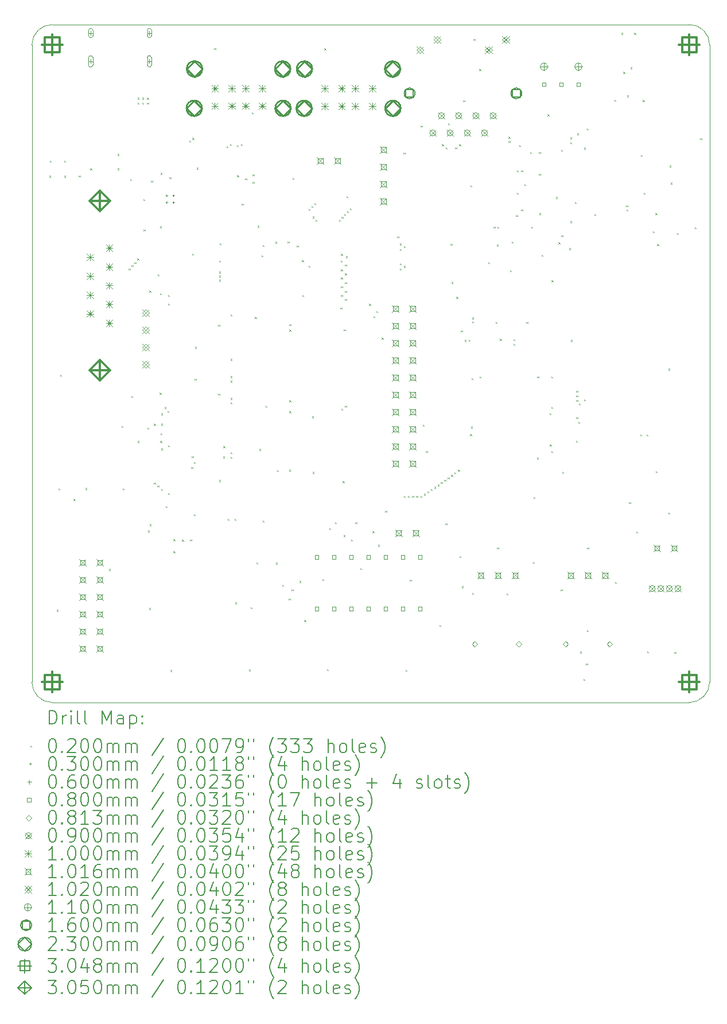
<source format=gbr>
%TF.GenerationSoftware,KiCad,Pcbnew,8.0.2-1*%
%TF.CreationDate,2024-06-26T09:27:26-04:00*%
%TF.ProjectId,MiniCamel,4d696e69-4361-46d6-956c-2e6b69636164,2.1*%
%TF.SameCoordinates,PX16e3600PY6052340*%
%TF.FileFunction,Drillmap*%
%TF.FilePolarity,Positive*%
%FSLAX45Y45*%
G04 Gerber Fmt 4.5, Leading zero omitted, Abs format (unit mm)*
G04 Created by KiCad (PCBNEW 8.0.2-1) date 2024-06-26 09:27:26*
%MOMM*%
%LPD*%
G01*
G04 APERTURE LIST*
%ADD10C,0.100000*%
%ADD11C,0.200000*%
%ADD12C,0.101600*%
%ADD13C,0.102000*%
%ADD14C,0.110000*%
%ADD15C,0.160000*%
%ADD16C,0.230000*%
%ADD17C,0.304800*%
%ADD18C,0.305000*%
G04 APERTURE END LIST*
D10*
X0Y7400000D02*
G75*
G02*
X300000Y7700000I300000J0D01*
G01*
X300000Y-2300000D02*
G75*
G02*
X0Y-2000000I0J300000D01*
G01*
X300000Y-2300000D02*
X9700000Y-2300000D01*
X9700000Y7700043D02*
G75*
G02*
X9999993Y7400000I2770J-297223D01*
G01*
X0Y7400000D02*
X0Y-2000000D01*
X10000000Y-2000000D02*
G75*
G02*
X9700000Y-2300000I-300000J0D01*
G01*
X300000Y7700000D02*
X9700000Y7700000D01*
X10000000Y-2000000D02*
X10000000Y7400000D01*
D11*
D10*
X257500Y5470000D02*
X277500Y5450000D01*
X277500Y5470000D02*
X257500Y5450000D01*
X262500Y5695000D02*
X282500Y5675000D01*
X282500Y5695000D02*
X262500Y5675000D01*
X366000Y-932000D02*
X386000Y-952000D01*
X386000Y-932000D02*
X366000Y-952000D01*
X390000Y860000D02*
X410000Y840000D01*
X410000Y860000D02*
X390000Y840000D01*
X415000Y2536000D02*
X435000Y2516000D01*
X435000Y2536000D02*
X415000Y2516000D01*
X475000Y5470000D02*
X495000Y5450000D01*
X495000Y5470000D02*
X475000Y5450000D01*
X477500Y5692500D02*
X497500Y5672500D01*
X497500Y5692500D02*
X477500Y5672500D01*
X615000Y701000D02*
X635000Y681000D01*
X635000Y701000D02*
X615000Y681000D01*
X692500Y5472500D02*
X712500Y5452500D01*
X712500Y5472500D02*
X692500Y5452500D01*
X790952Y861952D02*
X810952Y841952D01*
X810952Y861952D02*
X790952Y841952D01*
X862827Y5577827D02*
X882827Y5557827D01*
X882827Y5577827D02*
X862827Y5557827D01*
X1135000Y-332000D02*
X1155000Y-352000D01*
X1155000Y-332000D02*
X1135000Y-352000D01*
X1261300Y5790700D02*
X1281300Y5770700D01*
X1281300Y5790700D02*
X1261300Y5770700D01*
X1261300Y5579300D02*
X1281300Y5559300D01*
X1281300Y5579300D02*
X1261300Y5559300D01*
X1322000Y1781000D02*
X1342000Y1761000D01*
X1342000Y1781000D02*
X1322000Y1761000D01*
X1340000Y860000D02*
X1360000Y840000D01*
X1360000Y860000D02*
X1340000Y840000D01*
X1429330Y4099640D02*
X1449330Y4079640D01*
X1449330Y4099640D02*
X1429330Y4079640D01*
X1450358Y5419642D02*
X1470358Y5399642D01*
X1470358Y5419642D02*
X1450358Y5399642D01*
X1466000Y2219000D02*
X1486000Y2199000D01*
X1486000Y2219000D02*
X1466000Y2199000D01*
X1471900Y4153714D02*
X1491900Y4133714D01*
X1491900Y4153714D02*
X1471900Y4133714D01*
X1513950Y4194671D02*
X1533950Y4174671D01*
X1533950Y4194671D02*
X1513950Y4174671D01*
X1556000Y4248000D02*
X1576000Y4228000D01*
X1576000Y4248000D02*
X1556000Y4228000D01*
X1560000Y6620000D02*
X1580000Y6600000D01*
X1580000Y6620000D02*
X1560000Y6600000D01*
X1560000Y6550000D02*
X1580000Y6530000D01*
X1580000Y6550000D02*
X1560000Y6530000D01*
X1560500Y1558000D02*
X1580500Y1538000D01*
X1580500Y1558000D02*
X1560500Y1538000D01*
X1630000Y6620000D02*
X1650000Y6600000D01*
X1650000Y6620000D02*
X1630000Y6600000D01*
X1630000Y6550000D02*
X1650000Y6530000D01*
X1650000Y6550000D02*
X1630000Y6530000D01*
X1647000Y5127000D02*
X1667000Y5107000D01*
X1667000Y5127000D02*
X1647000Y5107000D01*
X1648950Y4676000D02*
X1668950Y4656000D01*
X1668950Y4676000D02*
X1648950Y4656000D01*
X1700000Y6620000D02*
X1720000Y6600000D01*
X1720000Y6620000D02*
X1700000Y6600000D01*
X1700000Y6550000D02*
X1720000Y6530000D01*
X1720000Y6550000D02*
X1700000Y6530000D01*
X1702500Y1755000D02*
X1722500Y1735000D01*
X1722500Y1755000D02*
X1702500Y1735000D01*
X1712000Y236000D02*
X1732000Y216000D01*
X1732000Y236000D02*
X1712000Y216000D01*
X1731000Y-908000D02*
X1751000Y-928000D01*
X1751000Y-908000D02*
X1731000Y-928000D01*
X1733050Y3774000D02*
X1753050Y3754000D01*
X1753050Y3774000D02*
X1733050Y3754000D01*
X1740000Y330000D02*
X1760000Y310000D01*
X1760000Y330000D02*
X1740000Y310000D01*
X1757500Y5394500D02*
X1777500Y5374500D01*
X1777500Y5394500D02*
X1757500Y5374500D01*
X1802500Y1812500D02*
X1822500Y1792500D01*
X1822500Y1812500D02*
X1802500Y1792500D01*
X1802500Y942500D02*
X1822500Y922500D01*
X1822500Y942500D02*
X1802500Y922500D01*
X1852500Y900000D02*
X1872500Y880000D01*
X1872500Y900000D02*
X1852500Y880000D01*
X1858000Y4014000D02*
X1878000Y3994000D01*
X1878000Y4014000D02*
X1858000Y3994000D01*
X1884640Y2269000D02*
X1904640Y2249000D01*
X1904640Y2269000D02*
X1884640Y2249000D01*
X1888950Y4723905D02*
X1908950Y4703905D01*
X1908950Y4723905D02*
X1888950Y4703905D01*
X1888950Y3739000D02*
X1908950Y3719000D01*
X1908950Y3739000D02*
X1888950Y3719000D01*
X1894550Y1557500D02*
X1914550Y1537500D01*
X1914550Y1557500D02*
X1894550Y1537500D01*
X1898000Y5510000D02*
X1918000Y5490000D01*
X1918000Y5510000D02*
X1898000Y5490000D01*
X1900000Y1670000D02*
X1920000Y1650000D01*
X1920000Y1670000D02*
X1900000Y1650000D01*
X1907500Y1962500D02*
X1927500Y1942500D01*
X1927500Y1962500D02*
X1907500Y1942500D01*
X1907500Y1812500D02*
X1927500Y1792500D01*
X1927500Y1812500D02*
X1907500Y1792500D01*
X1909000Y1447500D02*
X1929000Y1427500D01*
X1929000Y1447500D02*
X1909000Y1427500D01*
X1909000Y852500D02*
X1929000Y832500D01*
X1929000Y852500D02*
X1909000Y832500D01*
X1957000Y2058000D02*
X1977000Y2038000D01*
X1977000Y2058000D02*
X1957000Y2038000D01*
X1975000Y595000D02*
X1995000Y575000D01*
X1995000Y595000D02*
X1975000Y575000D01*
X2000266Y2002766D02*
X2020266Y1982766D01*
X2020266Y2002766D02*
X2000266Y1982766D01*
X2007500Y790000D02*
X2027500Y770000D01*
X2027500Y790000D02*
X2007500Y770000D01*
X2008000Y3584000D02*
X2028000Y3564000D01*
X2028000Y3584000D02*
X2008000Y3564000D01*
X2009000Y3711500D02*
X2029000Y3691500D01*
X2029000Y3711500D02*
X2009000Y3691500D01*
X2009400Y1492500D02*
X2029400Y1472500D01*
X2029400Y1492500D02*
X2009400Y1472500D01*
X2031000Y5447000D02*
X2051000Y5427000D01*
X2051000Y5447000D02*
X2031000Y5427000D01*
X2042500Y-1822500D02*
X2062500Y-1842500D01*
X2062500Y-1822500D02*
X2042500Y-1842500D01*
X2088000Y109000D02*
X2108000Y89000D01*
X2108000Y109000D02*
X2088000Y89000D01*
X2088000Y-70000D02*
X2108000Y-90000D01*
X2108000Y-70000D02*
X2088000Y-90000D01*
X2215000Y102000D02*
X2235000Y82000D01*
X2235000Y102000D02*
X2215000Y82000D01*
X2323038Y5987000D02*
X2343038Y5967000D01*
X2343038Y5987000D02*
X2323038Y5967000D01*
X2336000Y103000D02*
X2356000Y83000D01*
X2356000Y103000D02*
X2336000Y83000D01*
X2351000Y1172000D02*
X2371000Y1152000D01*
X2371000Y1172000D02*
X2351000Y1152000D01*
X2358542Y1333642D02*
X2378542Y1313642D01*
X2378542Y1333642D02*
X2358542Y1313642D01*
X2366000Y4322000D02*
X2386000Y4302000D01*
X2386000Y4322000D02*
X2366000Y4302000D01*
X2367091Y6026700D02*
X2387091Y6006700D01*
X2387091Y6026700D02*
X2367091Y6006700D01*
X2391000Y1246000D02*
X2411000Y1226000D01*
X2411000Y1246000D02*
X2391000Y1226000D01*
X2392000Y476000D02*
X2412000Y456000D01*
X2412000Y476000D02*
X2392000Y456000D01*
X2402950Y2477000D02*
X2422950Y2457000D01*
X2422950Y2477000D02*
X2402950Y2457000D01*
X2405000Y2947000D02*
X2425000Y2927000D01*
X2425000Y2947000D02*
X2405000Y2927000D01*
X2434000Y5586000D02*
X2454000Y5566000D01*
X2454000Y5586000D02*
X2434000Y5566000D01*
X2690000Y7352000D02*
X2710000Y7332000D01*
X2710000Y7352000D02*
X2690000Y7332000D01*
X2749000Y2255000D02*
X2769000Y2235000D01*
X2769000Y2255000D02*
X2749000Y2235000D01*
X2750000Y3271000D02*
X2770000Y3251000D01*
X2770000Y3271000D02*
X2750000Y3251000D01*
X2761000Y981000D02*
X2781000Y961000D01*
X2781000Y981000D02*
X2761000Y961000D01*
X2764000Y4219000D02*
X2784000Y4199000D01*
X2784000Y4219000D02*
X2764000Y4199000D01*
X2764000Y4056000D02*
X2784000Y4036000D01*
X2784000Y4056000D02*
X2764000Y4036000D01*
X2764000Y3995000D02*
X2784000Y3975000D01*
X2784000Y3995000D02*
X2764000Y3975000D01*
X2764000Y3935000D02*
X2784000Y3915000D01*
X2784000Y3935000D02*
X2764000Y3915000D01*
X2768000Y4474000D02*
X2788000Y4454000D01*
X2788000Y4474000D02*
X2768000Y4454000D01*
X2822000Y1326950D02*
X2842000Y1306950D01*
X2842000Y1326950D02*
X2822000Y1306950D01*
X2827000Y1480000D02*
X2847000Y1460000D01*
X2847000Y1480000D02*
X2827000Y1460000D01*
X2871531Y5905700D02*
X2891531Y5885700D01*
X2891531Y5905700D02*
X2871531Y5885700D01*
X2890000Y410000D02*
X2910000Y390000D01*
X2910000Y410000D02*
X2890000Y390000D01*
X2921000Y5937300D02*
X2941000Y5917300D01*
X2941000Y5937300D02*
X2921000Y5917300D01*
X2929206Y2513160D02*
X2949206Y2493160D01*
X2949206Y2513160D02*
X2929206Y2493160D01*
X2929206Y2446840D02*
X2949206Y2426840D01*
X2949206Y2446840D02*
X2929206Y2426840D01*
X2929740Y2193160D02*
X2949740Y2173160D01*
X2949740Y2193160D02*
X2929740Y2173160D01*
X2929740Y2126840D02*
X2949740Y2106840D01*
X2949740Y2126840D02*
X2929740Y2106840D01*
X2931000Y2768000D02*
X2951000Y2748000D01*
X2951000Y2768000D02*
X2931000Y2748000D01*
X2932398Y1393160D02*
X2952398Y1373160D01*
X2952398Y1393160D02*
X2932398Y1373160D01*
X2932398Y1326840D02*
X2952398Y1306840D01*
X2952398Y1326840D02*
X2932398Y1306840D01*
X2934000Y3426000D02*
X2954000Y3406000D01*
X2954000Y3426000D02*
X2934000Y3406000D01*
X2990000Y410000D02*
X3010000Y390000D01*
X3010000Y410000D02*
X2990000Y390000D01*
X3000000Y-823000D02*
X3020000Y-843000D01*
X3020000Y-823000D02*
X3000000Y-843000D01*
X3023067Y5920431D02*
X3043067Y5900431D01*
X3043067Y5920431D02*
X3023067Y5900431D01*
X3030250Y5477250D02*
X3050250Y5457250D01*
X3050250Y5477250D02*
X3030250Y5457250D01*
X3085000Y5937300D02*
X3105000Y5917300D01*
X3105000Y5937300D02*
X3085000Y5917300D01*
X3096000Y5057000D02*
X3116000Y5037000D01*
X3116000Y5057000D02*
X3096000Y5037000D01*
X3147500Y5432500D02*
X3167500Y5412500D01*
X3167500Y5432500D02*
X3147500Y5412500D01*
X3202500Y-1812500D02*
X3222500Y-1832500D01*
X3222500Y-1812500D02*
X3202500Y-1832500D01*
X3230000Y-894000D02*
X3250000Y-914000D01*
X3250000Y-894000D02*
X3230000Y-914000D01*
X3245000Y6405000D02*
X3265000Y6385000D01*
X3265000Y6405000D02*
X3245000Y6385000D01*
X3257000Y5491000D02*
X3277000Y5471000D01*
X3277000Y5491000D02*
X3257000Y5471000D01*
X3257633Y5381300D02*
X3277633Y5361300D01*
X3277633Y5381300D02*
X3257633Y5361300D01*
X3290000Y3384350D02*
X3310000Y3364350D01*
X3310000Y3384350D02*
X3290000Y3364350D01*
X3310000Y-235000D02*
X3330000Y-255000D01*
X3330000Y-235000D02*
X3310000Y-255000D01*
X3330000Y4733000D02*
X3350000Y4713000D01*
X3350000Y4733000D02*
X3330000Y4713000D01*
X3354000Y1438000D02*
X3374000Y1418000D01*
X3374000Y1438000D02*
X3354000Y1418000D01*
X3387000Y4294000D02*
X3407000Y4274000D01*
X3407000Y4294000D02*
X3387000Y4274000D01*
X3404700Y385700D02*
X3424700Y365700D01*
X3424700Y385700D02*
X3404700Y365700D01*
X3406234Y4448766D02*
X3426234Y4428766D01*
X3426234Y4448766D02*
X3406234Y4428766D01*
X3448000Y2080000D02*
X3468000Y2060000D01*
X3468000Y2080000D02*
X3448000Y2060000D01*
X3594000Y4495000D02*
X3614000Y4475000D01*
X3614000Y4495000D02*
X3594000Y4475000D01*
X3602000Y-237000D02*
X3622000Y-257000D01*
X3622000Y-237000D02*
X3602000Y-257000D01*
X3615000Y1131500D02*
X3635000Y1111500D01*
X3635000Y1131500D02*
X3615000Y1111500D01*
X3694000Y-563000D02*
X3714000Y-583000D01*
X3714000Y-563000D02*
X3694000Y-583000D01*
X3775000Y4499000D02*
X3795000Y4479000D01*
X3795000Y4499000D02*
X3775000Y4479000D01*
X3792000Y-768000D02*
X3812000Y-788000D01*
X3812000Y-768000D02*
X3792000Y-788000D01*
X3794000Y1135000D02*
X3814000Y1115000D01*
X3814000Y1135000D02*
X3794000Y1115000D01*
X3800000Y3278350D02*
X3820000Y3258350D01*
X3820000Y3278350D02*
X3800000Y3258350D01*
X3800000Y3198350D02*
X3820000Y3178350D01*
X3820000Y3198350D02*
X3800000Y3178350D01*
X3800000Y2158350D02*
X3820000Y2138350D01*
X3820000Y2158350D02*
X3800000Y2138350D01*
X3800000Y1998350D02*
X3820000Y1978350D01*
X3820000Y1998350D02*
X3800000Y1978350D01*
X3832000Y-631000D02*
X3852000Y-651000D01*
X3852000Y-631000D02*
X3832000Y-651000D01*
X3846750Y5440250D02*
X3866750Y5420250D01*
X3866750Y5440250D02*
X3846750Y5420250D01*
X3910000Y4438000D02*
X3930000Y4418000D01*
X3930000Y4438000D02*
X3910000Y4418000D01*
X3948000Y-509000D02*
X3968000Y-529000D01*
X3968000Y-509000D02*
X3948000Y-529000D01*
X3984108Y4223892D02*
X4004108Y4203892D01*
X4004108Y4223892D02*
X3984108Y4203892D01*
X3990000Y3710000D02*
X4010000Y3690000D01*
X4010000Y3710000D02*
X3990000Y3690000D01*
X4019000Y-1086000D02*
X4039000Y-1106000D01*
X4039000Y-1086000D02*
X4019000Y-1106000D01*
X4084492Y4981900D02*
X4104492Y4961900D01*
X4104492Y4981900D02*
X4084492Y4961900D01*
X4085000Y4146000D02*
X4105000Y4126000D01*
X4105000Y4146000D02*
X4085000Y4126000D01*
X4126542Y5023950D02*
X4146542Y5003950D01*
X4146542Y5023950D02*
X4126542Y5003950D01*
X4133000Y1921350D02*
X4153000Y1901350D01*
X4153000Y1921350D02*
X4133000Y1901350D01*
X4142500Y1100000D02*
X4162500Y1080000D01*
X4162500Y1100000D02*
X4142500Y1080000D01*
X4143409Y4868000D02*
X4163409Y4848000D01*
X4163409Y4868000D02*
X4143409Y4848000D01*
X4168000Y5066000D02*
X4188000Y5046000D01*
X4188000Y5066000D02*
X4168000Y5046000D01*
X4185796Y4820000D02*
X4205796Y4800000D01*
X4205796Y4820000D02*
X4185796Y4800000D01*
X4288000Y-479000D02*
X4308000Y-499000D01*
X4308000Y-479000D02*
X4288000Y-499000D01*
X4315000Y7349000D02*
X4335000Y7329000D01*
X4335000Y7349000D02*
X4315000Y7329000D01*
X4352500Y-1810000D02*
X4372500Y-1830000D01*
X4372500Y-1810000D02*
X4352500Y-1830000D01*
X4390000Y277000D02*
X4410000Y257000D01*
X4410000Y277000D02*
X4390000Y257000D01*
X4470000Y360000D02*
X4490000Y340000D01*
X4490000Y360000D02*
X4470000Y340000D01*
X4530607Y4820693D02*
X4550607Y4800693D01*
X4550607Y4820693D02*
X4530607Y4800693D01*
X4553000Y3528000D02*
X4573000Y3508000D01*
X4573000Y3528000D02*
X4553000Y3508000D01*
X4559000Y4220000D02*
X4579000Y4200000D01*
X4579000Y4220000D02*
X4559000Y4200000D01*
X4560000Y4090000D02*
X4580000Y4070000D01*
X4580000Y4090000D02*
X4560000Y4070000D01*
X4560000Y3970000D02*
X4580000Y3950000D01*
X4580000Y3970000D02*
X4560000Y3950000D01*
X4560000Y3840000D02*
X4580000Y3820000D01*
X4580000Y3840000D02*
X4560000Y3820000D01*
X4560000Y3710000D02*
X4580000Y3690000D01*
X4580000Y3710000D02*
X4560000Y3690000D01*
X4561000Y4316000D02*
X4581000Y4296000D01*
X4581000Y4316000D02*
X4561000Y4296000D01*
X4565000Y2035000D02*
X4585000Y2015000D01*
X4585000Y2035000D02*
X4565000Y2015000D01*
X4568656Y4865392D02*
X4588656Y4845392D01*
X4588656Y4865392D02*
X4568656Y4845392D01*
X4587000Y963000D02*
X4607000Y943000D01*
X4607000Y963000D02*
X4587000Y943000D01*
X4597500Y167984D02*
X4617500Y147984D01*
X4617500Y167984D02*
X4597500Y147984D01*
X4605000Y3203000D02*
X4625000Y3183000D01*
X4625000Y3203000D02*
X4605000Y3183000D01*
X4610163Y4906899D02*
X4630163Y4886899D01*
X4630163Y4906899D02*
X4610163Y4886899D01*
X4620000Y4160000D02*
X4640000Y4140000D01*
X4640000Y4160000D02*
X4620000Y4140000D01*
X4620000Y4030000D02*
X4640000Y4010000D01*
X4640000Y4030000D02*
X4620000Y4010000D01*
X4620000Y3900000D02*
X4640000Y3880000D01*
X4640000Y3900000D02*
X4620000Y3880000D01*
X4620000Y3770000D02*
X4640000Y3750000D01*
X4640000Y3770000D02*
X4620000Y3750000D01*
X4620000Y3650000D02*
X4640000Y3630000D01*
X4640000Y3650000D02*
X4620000Y3630000D01*
X4621000Y2079000D02*
X4641000Y2059000D01*
X4641000Y2079000D02*
X4621000Y2059000D01*
X4633000Y4283000D02*
X4653000Y4263000D01*
X4653000Y4283000D02*
X4633000Y4263000D01*
X4640000Y5167000D02*
X4660000Y5147000D01*
X4660000Y5167000D02*
X4640000Y5147000D01*
X4651670Y4948407D02*
X4671670Y4928407D01*
X4671670Y4948407D02*
X4651670Y4928407D01*
X4693178Y4989914D02*
X4713178Y4969914D01*
X4713178Y4989914D02*
X4693178Y4969914D01*
X4712000Y105000D02*
X4732000Y85000D01*
X4732000Y105000D02*
X4712000Y85000D01*
X4772000Y360000D02*
X4792000Y340000D01*
X4792000Y360000D02*
X4772000Y340000D01*
X4845000Y-318000D02*
X4865000Y-338000D01*
X4865000Y-318000D02*
X4845000Y-338000D01*
X4977000Y3582000D02*
X4997000Y3562000D01*
X4997000Y3582000D02*
X4977000Y3562000D01*
X5026000Y227450D02*
X5046000Y207450D01*
X5046000Y227450D02*
X5026000Y207450D01*
X5039000Y3396000D02*
X5059000Y3376000D01*
X5059000Y3396000D02*
X5039000Y3376000D01*
X5082000Y3477000D02*
X5102000Y3457000D01*
X5102000Y3477000D02*
X5082000Y3457000D01*
X5110000Y25000D02*
X5130000Y5000D01*
X5130000Y25000D02*
X5110000Y5000D01*
X5162000Y3081000D02*
X5182000Y3061000D01*
X5182000Y3081000D02*
X5162000Y3061000D01*
X5212000Y527000D02*
X5232000Y507000D01*
X5232000Y527000D02*
X5212000Y507000D01*
X5390000Y4576500D02*
X5410000Y4556500D01*
X5410000Y4576500D02*
X5390000Y4556500D01*
X5430000Y4470000D02*
X5450000Y4450000D01*
X5450000Y4470000D02*
X5430000Y4450000D01*
X5430000Y4390000D02*
X5450000Y4370000D01*
X5450000Y4390000D02*
X5430000Y4370000D01*
X5430000Y4180000D02*
X5450000Y4160000D01*
X5450000Y4180000D02*
X5430000Y4160000D01*
X5430000Y4100000D02*
X5450000Y4080000D01*
X5450000Y4100000D02*
X5430000Y4080000D01*
X5483000Y5813000D02*
X5503000Y5793000D01*
X5503000Y5813000D02*
X5483000Y5793000D01*
X5488000Y746000D02*
X5508000Y726000D01*
X5508000Y746000D02*
X5488000Y726000D01*
X5490000Y4430000D02*
X5510000Y4410000D01*
X5510000Y4430000D02*
X5490000Y4410000D01*
X5490000Y4140000D02*
X5510000Y4120000D01*
X5510000Y4140000D02*
X5490000Y4120000D01*
X5512500Y-1815000D02*
X5532500Y-1835000D01*
X5532500Y-1815000D02*
X5512500Y-1835000D01*
X5549000Y746000D02*
X5569000Y726000D01*
X5569000Y746000D02*
X5549000Y726000D01*
X5576000Y-489000D02*
X5596000Y-509000D01*
X5596000Y-489000D02*
X5576000Y-509000D01*
X5610000Y746156D02*
X5630000Y726156D01*
X5630000Y746156D02*
X5610000Y726156D01*
X5671000Y746156D02*
X5691000Y726156D01*
X5691000Y746156D02*
X5671000Y726156D01*
X5732000Y746157D02*
X5752000Y726157D01*
X5752000Y746157D02*
X5732000Y726157D01*
X5739000Y6207000D02*
X5759000Y6187000D01*
X5759000Y6207000D02*
X5739000Y6187000D01*
X5765234Y1795766D02*
X5785234Y1775766D01*
X5785234Y1795766D02*
X5765234Y1775766D01*
X5784000Y778000D02*
X5804000Y758000D01*
X5804000Y778000D02*
X5784000Y758000D01*
X5813000Y1409000D02*
X5833000Y1389000D01*
X5833000Y1409000D02*
X5813000Y1389000D01*
X5834000Y814450D02*
X5854000Y794450D01*
X5854000Y814450D02*
X5834000Y794450D01*
X5885000Y847450D02*
X5905000Y827450D01*
X5905000Y847450D02*
X5885000Y827450D01*
X5936000Y880000D02*
X5956000Y860000D01*
X5956000Y880000D02*
X5936000Y860000D01*
X5986000Y914000D02*
X6006000Y894000D01*
X6006000Y914000D02*
X5986000Y894000D01*
X6012000Y-1158000D02*
X6032000Y-1178000D01*
X6032000Y-1158000D02*
X6012000Y-1178000D01*
X6036000Y949000D02*
X6056000Y929000D01*
X6056000Y949000D02*
X6036000Y929000D01*
X6051000Y5935000D02*
X6071000Y5915000D01*
X6071000Y5935000D02*
X6051000Y5915000D01*
X6086000Y983450D02*
X6106000Y963450D01*
X6106000Y983450D02*
X6086000Y963450D01*
X6103767Y339701D02*
X6123767Y319701D01*
X6123767Y339701D02*
X6103767Y319701D01*
X6106000Y5887000D02*
X6126000Y5867000D01*
X6126000Y5887000D02*
X6106000Y5867000D01*
X6135000Y1020000D02*
X6155000Y1000000D01*
X6155000Y1020000D02*
X6135000Y1000000D01*
X6141000Y6242766D02*
X6161000Y6222766D01*
X6161000Y6242766D02*
X6141000Y6222766D01*
X6177500Y4465000D02*
X6197500Y4445000D01*
X6197500Y4465000D02*
X6177500Y4445000D01*
X6186000Y1057000D02*
X6206000Y1037000D01*
X6206000Y1057000D02*
X6186000Y1037000D01*
X6192268Y3901268D02*
X6212268Y3881268D01*
X6212268Y3901268D02*
X6192268Y3881268D01*
X6236000Y1095000D02*
X6256000Y1075000D01*
X6256000Y1095000D02*
X6236000Y1075000D01*
X6245000Y5887000D02*
X6265000Y5867000D01*
X6265000Y5887000D02*
X6245000Y5867000D01*
X6262114Y3683114D02*
X6282114Y3663114D01*
X6282114Y3683114D02*
X6262114Y3663114D01*
X6288000Y1133000D02*
X6308000Y1113000D01*
X6308000Y1133000D02*
X6288000Y1113000D01*
X6306000Y5934000D02*
X6326000Y5914000D01*
X6326000Y5934000D02*
X6306000Y5914000D01*
X6312000Y-142000D02*
X6332000Y-162000D01*
X6332000Y-142000D02*
X6312000Y-162000D01*
X6330643Y3187500D02*
X6350643Y3167500D01*
X6350643Y3187500D02*
X6330643Y3167500D01*
X6346000Y-584000D02*
X6366000Y-604000D01*
X6366000Y-584000D02*
X6346000Y-604000D01*
X6366000Y6581000D02*
X6386000Y6561000D01*
X6386000Y6581000D02*
X6366000Y6561000D01*
X6384343Y3047744D02*
X6404343Y3027744D01*
X6404343Y3047744D02*
X6384343Y3027744D01*
X6443000Y3050000D02*
X6463000Y3030000D01*
X6463000Y3050000D02*
X6443000Y3030000D01*
X6465000Y1660000D02*
X6485000Y1640000D01*
X6485000Y1660000D02*
X6465000Y1640000D01*
X6470000Y5327500D02*
X6490000Y5307500D01*
X6490000Y5327500D02*
X6470000Y5307500D01*
X6481000Y1770000D02*
X6501000Y1750000D01*
X6501000Y1770000D02*
X6481000Y1750000D01*
X6490000Y2485000D02*
X6510000Y2465000D01*
X6510000Y2485000D02*
X6490000Y2465000D01*
X6495000Y-685000D02*
X6515000Y-705000D01*
X6515000Y-685000D02*
X6495000Y-705000D01*
X6496700Y3320000D02*
X6516700Y3300000D01*
X6516700Y3320000D02*
X6496700Y3300000D01*
X6497517Y3378695D02*
X6517517Y3358695D01*
X6517517Y3378695D02*
X6497517Y3358695D01*
X6518000Y7487000D02*
X6538000Y7467000D01*
X6538000Y7487000D02*
X6518000Y7467000D01*
X6602000Y7044000D02*
X6622000Y7024000D01*
X6622000Y7044000D02*
X6602000Y7024000D01*
X6606250Y2510000D02*
X6626250Y2490000D01*
X6626250Y2510000D02*
X6606250Y2490000D01*
X6735000Y4196000D02*
X6755000Y4176000D01*
X6755000Y4196000D02*
X6735000Y4176000D01*
X6812320Y4720456D02*
X6832320Y4700456D01*
X6832320Y4720456D02*
X6812320Y4700456D01*
X6845000Y3314300D02*
X6865000Y3294300D01*
X6865000Y3314300D02*
X6845000Y3294300D01*
X6860000Y4452000D02*
X6880000Y4432000D01*
X6880000Y4452000D02*
X6860000Y4432000D01*
X6865000Y-15300D02*
X6885000Y-35300D01*
X6885000Y-15300D02*
X6865000Y-35300D01*
X6871000Y4722000D02*
X6891000Y4702000D01*
X6891000Y4722000D02*
X6871000Y4702000D01*
X6905615Y3064615D02*
X6925615Y3044615D01*
X6925615Y3064615D02*
X6905615Y3044615D01*
X7005000Y-690000D02*
X7025000Y-710000D01*
X7025000Y-690000D02*
X7005000Y-710000D01*
X7032500Y5982000D02*
X7052500Y5962000D01*
X7052500Y5982000D02*
X7032500Y5962000D01*
X7035000Y6045700D02*
X7055000Y6025700D01*
X7055000Y6045700D02*
X7035000Y6025700D01*
X7053000Y4076000D02*
X7073000Y4056000D01*
X7073000Y4076000D02*
X7053000Y4056000D01*
X7080000Y4500000D02*
X7100000Y4480000D01*
X7100000Y4500000D02*
X7080000Y4480000D01*
X7105000Y3062500D02*
X7125000Y3042500D01*
X7125000Y3062500D02*
X7105000Y3042500D01*
X7106249Y2993700D02*
X7126249Y2973700D01*
X7126249Y2993700D02*
X7106249Y2973700D01*
X7145000Y4890000D02*
X7165000Y4870000D01*
X7165000Y4890000D02*
X7145000Y4870000D01*
X7155000Y5547500D02*
X7175000Y5527500D01*
X7175000Y5547500D02*
X7155000Y5527500D01*
X7155000Y5216300D02*
X7175000Y5196300D01*
X7175000Y5216300D02*
X7155000Y5196300D01*
X7190000Y5919300D02*
X7210000Y5899300D01*
X7210000Y5919300D02*
X7190000Y5899300D01*
X7220000Y5550000D02*
X7240000Y5530000D01*
X7240000Y5550000D02*
X7220000Y5530000D01*
X7220000Y4975000D02*
X7240000Y4955000D01*
X7240000Y4975000D02*
X7220000Y4955000D01*
X7265000Y5343800D02*
X7285000Y5323800D01*
X7285000Y5343800D02*
X7265000Y5323800D01*
X7297000Y3314300D02*
X7317000Y3294300D01*
X7317000Y3314300D02*
X7297000Y3294300D01*
X7349000Y5820000D02*
X7369000Y5800000D01*
X7369000Y5820000D02*
X7349000Y5800000D01*
X7367000Y4717000D02*
X7387000Y4697000D01*
X7387000Y4717000D02*
X7367000Y4697000D01*
X7396000Y-223000D02*
X7416000Y-243000D01*
X7416000Y-223000D02*
X7396000Y-243000D01*
X7403000Y733500D02*
X7423000Y713500D01*
X7423000Y733500D02*
X7403000Y713500D01*
X7455000Y1313000D02*
X7475000Y1293000D01*
X7475000Y1313000D02*
X7455000Y1293000D01*
X7456250Y2510000D02*
X7476250Y2490000D01*
X7476250Y2510000D02*
X7456250Y2490000D01*
X7481000Y5820000D02*
X7501000Y5800000D01*
X7501000Y5820000D02*
X7481000Y5800000D01*
X7482500Y5500000D02*
X7502500Y5480000D01*
X7502500Y5500000D02*
X7482500Y5480000D01*
X7488000Y4918000D02*
X7508000Y4898000D01*
X7508000Y4918000D02*
X7488000Y4898000D01*
X7522000Y4303000D02*
X7542000Y4283000D01*
X7542000Y4303000D02*
X7522000Y4283000D01*
X7610000Y6373750D02*
X7630000Y6353750D01*
X7630000Y6373750D02*
X7610000Y6353750D01*
X7641000Y1966000D02*
X7661000Y1946000D01*
X7661000Y1966000D02*
X7641000Y1946000D01*
X7642000Y1506000D02*
X7662000Y1486000D01*
X7662000Y1506000D02*
X7642000Y1486000D01*
X7665000Y2510000D02*
X7685000Y2490000D01*
X7685000Y2510000D02*
X7665000Y2490000D01*
X7665000Y2060000D02*
X7685000Y2040000D01*
X7685000Y2060000D02*
X7665000Y2040000D01*
X7665000Y1410000D02*
X7685000Y1390000D01*
X7685000Y1410000D02*
X7665000Y1390000D01*
X7670000Y3927500D02*
X7690000Y3907500D01*
X7690000Y3927500D02*
X7670000Y3907500D01*
X7731000Y5156000D02*
X7751000Y5136000D01*
X7751000Y5156000D02*
X7731000Y5136000D01*
X7769300Y4488000D02*
X7789300Y4468000D01*
X7789300Y4488000D02*
X7769300Y4468000D01*
X7805000Y-632000D02*
X7825000Y-652000D01*
X7825000Y-632000D02*
X7805000Y-652000D01*
X7810000Y5855000D02*
X7830000Y5835000D01*
X7830000Y5855000D02*
X7810000Y5835000D01*
X7812000Y4592100D02*
X7832000Y4572100D01*
X7832000Y4592100D02*
X7812000Y4572100D01*
X7825000Y1105000D02*
X7845000Y1085000D01*
X7845000Y1105000D02*
X7825000Y1085000D01*
X7928000Y4402000D02*
X7948000Y4382000D01*
X7948000Y4402000D02*
X7928000Y4382000D01*
X7943000Y5965000D02*
X7963000Y5945000D01*
X7963000Y5965000D02*
X7943000Y5945000D01*
X7943500Y4798500D02*
X7963500Y4778500D01*
X7963500Y4798500D02*
X7943500Y4778500D01*
X7946000Y6035000D02*
X7966000Y6015000D01*
X7966000Y6035000D02*
X7946000Y6015000D01*
X7952100Y3047500D02*
X7972100Y3027500D01*
X7972100Y3047500D02*
X7952100Y3027500D01*
X8010000Y5084700D02*
X8030000Y5064700D01*
X8030000Y5084700D02*
X8010000Y5064700D01*
X8029000Y1559000D02*
X8049000Y1539000D01*
X8049000Y1559000D02*
X8029000Y1539000D01*
X8032000Y2300000D02*
X8052000Y2280000D01*
X8052000Y2300000D02*
X8032000Y2280000D01*
X8032000Y2230000D02*
X8052000Y2210000D01*
X8052000Y2230000D02*
X8032000Y2210000D01*
X8032000Y2160000D02*
X8052000Y2140000D01*
X8052000Y2160000D02*
X8032000Y2140000D01*
X8032000Y1910000D02*
X8052000Y1890000D01*
X8052000Y1910000D02*
X8032000Y1890000D01*
X8047000Y6094073D02*
X8067000Y6074073D01*
X8067000Y6094073D02*
X8047000Y6074073D01*
X8062500Y1840000D02*
X8082500Y1820000D01*
X8082500Y1840000D02*
X8062500Y1820000D01*
X8068083Y2113700D02*
X8088083Y2093700D01*
X8088083Y2113700D02*
X8068083Y2093700D01*
X8090000Y-1550000D02*
X8110000Y-1570000D01*
X8110000Y-1550000D02*
X8090000Y-1570000D01*
X8140000Y-1952500D02*
X8160000Y-1972500D01*
X8160000Y-1952500D02*
X8140000Y-1972500D01*
X8144700Y2172500D02*
X8164700Y2152500D01*
X8164700Y2172500D02*
X8144700Y2152500D01*
X8147000Y5883000D02*
X8167000Y5863000D01*
X8167000Y5883000D02*
X8147000Y5863000D01*
X8177500Y-1725000D02*
X8197500Y-1745000D01*
X8197500Y-1725000D02*
X8177500Y-1745000D01*
X8187500Y-1232500D02*
X8207500Y-1252500D01*
X8207500Y-1232500D02*
X8187500Y-1252500D01*
X8188000Y6168000D02*
X8208000Y6148000D01*
X8208000Y6168000D02*
X8188000Y6148000D01*
X8195000Y-14950D02*
X8215000Y-34950D01*
X8215000Y-14950D02*
X8195000Y-34950D01*
X8297500Y4907500D02*
X8317500Y4887500D01*
X8317500Y4907500D02*
X8297500Y4887500D01*
X8594000Y6591000D02*
X8614000Y6571000D01*
X8614000Y6591000D02*
X8594000Y6571000D01*
X8604000Y-519000D02*
X8624000Y-539000D01*
X8624000Y-519000D02*
X8604000Y-539000D01*
X8696000Y7576000D02*
X8716000Y7556000D01*
X8716000Y7576000D02*
X8696000Y7556000D01*
X8727000Y7001000D02*
X8747000Y6981000D01*
X8747000Y7001000D02*
X8727000Y6981000D01*
X8769731Y5033543D02*
X8789731Y5013543D01*
X8789731Y5033543D02*
X8769731Y5013543D01*
X8770898Y4974855D02*
X8790898Y4954855D01*
X8790898Y4974855D02*
X8770898Y4954855D01*
X8779300Y6654300D02*
X8799300Y6634300D01*
X8799300Y6654300D02*
X8779300Y6634300D01*
X8810750Y652750D02*
X8830750Y632750D01*
X8830750Y652750D02*
X8810750Y632750D01*
X8832000Y7068000D02*
X8852000Y7048000D01*
X8852000Y7068000D02*
X8832000Y7048000D01*
X8888000Y7576000D02*
X8908000Y7556000D01*
X8908000Y7576000D02*
X8888000Y7556000D01*
X8917000Y222000D02*
X8937000Y202000D01*
X8937000Y222000D02*
X8917000Y202000D01*
X8978100Y1657000D02*
X8998100Y1637000D01*
X8998100Y1657000D02*
X8978100Y1637000D01*
X8985000Y5780000D02*
X9005000Y5760000D01*
X9005000Y5780000D02*
X8985000Y5760000D01*
X9015000Y6585000D02*
X9035000Y6565000D01*
X9035000Y6585000D02*
X9015000Y6565000D01*
X9025000Y5217500D02*
X9045000Y5197500D01*
X9045000Y5217500D02*
X9025000Y5197500D01*
X9067500Y1657000D02*
X9087500Y1637000D01*
X9087500Y1657000D02*
X9067500Y1637000D01*
X9080000Y-1544000D02*
X9100000Y-1564000D01*
X9100000Y-1544000D02*
X9080000Y-1564000D01*
X9164000Y4654000D02*
X9184000Y4634000D01*
X9184000Y4654000D02*
X9164000Y4634000D01*
X9200000Y4918000D02*
X9220000Y4898000D01*
X9220000Y4918000D02*
X9200000Y4898000D01*
X9203000Y1114000D02*
X9223000Y1094000D01*
X9223000Y1114000D02*
X9203000Y1094000D01*
X9228000Y4462000D02*
X9248000Y4442000D01*
X9248000Y4462000D02*
X9228000Y4442000D01*
X9390500Y2623500D02*
X9410500Y2603500D01*
X9410500Y2623500D02*
X9390500Y2603500D01*
X9392000Y501000D02*
X9412000Y481000D01*
X9412000Y501000D02*
X9392000Y481000D01*
X9410000Y5620000D02*
X9430000Y5600000D01*
X9430000Y5620000D02*
X9410000Y5600000D01*
X9425000Y5367500D02*
X9445000Y5347500D01*
X9445000Y5367500D02*
X9425000Y5347500D01*
X9482000Y-1552000D02*
X9502000Y-1572000D01*
X9502000Y-1552000D02*
X9482000Y-1572000D01*
X9519000Y4627000D02*
X9539000Y4607000D01*
X9539000Y4627000D02*
X9519000Y4607000D01*
X9780000Y4710000D02*
X9800000Y4690000D01*
X9800000Y4710000D02*
X9780000Y4690000D01*
X9860000Y6025000D02*
X9880000Y6005000D01*
X9880000Y6025000D02*
X9860000Y6005000D01*
X2006000Y5174000D02*
G75*
G02*
X1976000Y5174000I-15000J0D01*
G01*
X1976000Y5174000D02*
G75*
G02*
X2006000Y5174000I15000J0D01*
G01*
X2006000Y5074000D02*
G75*
G02*
X1976000Y5074000I-15000J0D01*
G01*
X1976000Y5074000D02*
G75*
G02*
X2006000Y5074000I15000J0D01*
G01*
X2106000Y5174000D02*
G75*
G02*
X2076000Y5174000I-15000J0D01*
G01*
X2076000Y5174000D02*
G75*
G02*
X2106000Y5174000I15000J0D01*
G01*
X2106000Y5074000D02*
G75*
G02*
X2076000Y5074000I-15000J0D01*
G01*
X2076000Y5074000D02*
G75*
G02*
X2106000Y5074000I15000J0D01*
G01*
X867500Y7605000D02*
X867500Y7545000D01*
X837500Y7575000D02*
X897500Y7575000D01*
X897500Y7535000D02*
X897500Y7615000D01*
X837500Y7615000D02*
G75*
G02*
X897500Y7615000I30000J0D01*
G01*
X837500Y7615000D02*
X837500Y7535000D01*
X837500Y7535000D02*
G75*
G03*
X897500Y7535000I30000J0D01*
G01*
X867500Y7187000D02*
X867500Y7127000D01*
X837500Y7157000D02*
X897500Y7157000D01*
X897500Y7102000D02*
X897500Y7212000D01*
X837500Y7212000D02*
G75*
G02*
X897500Y7212000I30000J0D01*
G01*
X837500Y7212000D02*
X837500Y7102000D01*
X837500Y7102000D02*
G75*
G03*
X897500Y7102000I30000J0D01*
G01*
X1732500Y7605000D02*
X1732500Y7545000D01*
X1702500Y7575000D02*
X1762500Y7575000D01*
X1762500Y7535000D02*
X1762500Y7615000D01*
X1702500Y7615000D02*
G75*
G02*
X1762500Y7615000I30000J0D01*
G01*
X1702500Y7615000D02*
X1702500Y7535000D01*
X1702500Y7535000D02*
G75*
G03*
X1762500Y7535000I30000J0D01*
G01*
X1732500Y7187000D02*
X1732500Y7127000D01*
X1702500Y7157000D02*
X1762500Y7157000D01*
X1762500Y7102000D02*
X1762500Y7212000D01*
X1702500Y7212000D02*
G75*
G02*
X1762500Y7212000I30000J0D01*
G01*
X1702500Y7212000D02*
X1702500Y7102000D01*
X1702500Y7102000D02*
G75*
G03*
X1762500Y7102000I30000J0D01*
G01*
X4230285Y-181284D02*
X4230285Y-124715D01*
X4173715Y-124715D01*
X4173715Y-181284D01*
X4230285Y-181284D01*
X4230285Y-943284D02*
X4230285Y-886715D01*
X4173715Y-886715D01*
X4173715Y-943284D01*
X4230285Y-943284D01*
X4484285Y-181284D02*
X4484285Y-124715D01*
X4427716Y-124715D01*
X4427716Y-181284D01*
X4484285Y-181284D01*
X4484285Y-943284D02*
X4484285Y-886715D01*
X4427716Y-886715D01*
X4427716Y-943284D01*
X4484285Y-943284D01*
X4738285Y-181284D02*
X4738285Y-124715D01*
X4681716Y-124715D01*
X4681716Y-181284D01*
X4738285Y-181284D01*
X4738285Y-943284D02*
X4738285Y-886715D01*
X4681716Y-886715D01*
X4681716Y-943284D01*
X4738285Y-943284D01*
X4992285Y-181284D02*
X4992285Y-124715D01*
X4935716Y-124715D01*
X4935716Y-181284D01*
X4992285Y-181284D01*
X4992285Y-943284D02*
X4992285Y-886715D01*
X4935716Y-886715D01*
X4935716Y-943284D01*
X4992285Y-943284D01*
X5246285Y-181284D02*
X5246285Y-124715D01*
X5189716Y-124715D01*
X5189716Y-181284D01*
X5246285Y-181284D01*
X5246285Y-943284D02*
X5246285Y-886715D01*
X5189716Y-886715D01*
X5189716Y-943284D01*
X5246285Y-943284D01*
X5500285Y-181284D02*
X5500285Y-124715D01*
X5443716Y-124715D01*
X5443716Y-181284D01*
X5500285Y-181284D01*
X5500285Y-943284D02*
X5500285Y-886715D01*
X5443716Y-886715D01*
X5443716Y-943284D01*
X5500285Y-943284D01*
X5754284Y-181284D02*
X5754284Y-124715D01*
X5697715Y-124715D01*
X5697715Y-181284D01*
X5754284Y-181284D01*
X5754284Y-943284D02*
X5754284Y-886715D01*
X5697715Y-886715D01*
X5697715Y-943284D01*
X5754284Y-943284D01*
X7584284Y6788715D02*
X7584284Y6845284D01*
X7527715Y6845284D01*
X7527715Y6788715D01*
X7584284Y6788715D01*
X7838284Y6788715D02*
X7838284Y6845284D01*
X7781715Y6845284D01*
X7781715Y6788715D01*
X7838284Y6788715D01*
X8092284Y6788715D02*
X8092284Y6845284D01*
X8035715Y6845284D01*
X8035715Y6788715D01*
X8092284Y6788715D01*
X6534880Y-1478140D02*
X6575520Y-1437500D01*
X6534880Y-1396860D01*
X6494240Y-1437500D01*
X6534880Y-1478140D01*
X7185120Y-1478140D02*
X7225760Y-1437500D01*
X7185120Y-1396860D01*
X7144480Y-1437500D01*
X7185120Y-1478140D01*
X7874880Y-1478140D02*
X7915520Y-1437500D01*
X7874880Y-1396860D01*
X7834240Y-1437500D01*
X7874880Y-1478140D01*
X8525120Y-1478140D02*
X8565760Y-1437500D01*
X8525120Y-1396860D01*
X8484480Y-1437500D01*
X8525120Y-1478140D01*
X5871000Y6146000D02*
X5961000Y6056000D01*
X5961000Y6146000D02*
X5871000Y6056000D01*
X5961000Y6101000D02*
G75*
G02*
X5871000Y6101000I-45000J0D01*
G01*
X5871000Y6101000D02*
G75*
G02*
X5961000Y6101000I45000J0D01*
G01*
X5998000Y6400000D02*
X6088000Y6310000D01*
X6088000Y6400000D02*
X5998000Y6310000D01*
X6088000Y6355000D02*
G75*
G02*
X5998000Y6355000I-45000J0D01*
G01*
X5998000Y6355000D02*
G75*
G02*
X6088000Y6355000I45000J0D01*
G01*
X6125000Y6146000D02*
X6215000Y6056000D01*
X6215000Y6146000D02*
X6125000Y6056000D01*
X6215000Y6101000D02*
G75*
G02*
X6125000Y6101000I-45000J0D01*
G01*
X6125000Y6101000D02*
G75*
G02*
X6215000Y6101000I45000J0D01*
G01*
X6252000Y6400000D02*
X6342000Y6310000D01*
X6342000Y6400000D02*
X6252000Y6310000D01*
X6342000Y6355000D02*
G75*
G02*
X6252000Y6355000I-45000J0D01*
G01*
X6252000Y6355000D02*
G75*
G02*
X6342000Y6355000I45000J0D01*
G01*
X6379000Y6146000D02*
X6469000Y6056000D01*
X6469000Y6146000D02*
X6379000Y6056000D01*
X6469000Y6101000D02*
G75*
G02*
X6379000Y6101000I-45000J0D01*
G01*
X6379000Y6101000D02*
G75*
G02*
X6469000Y6101000I45000J0D01*
G01*
X6506000Y6400000D02*
X6596000Y6310000D01*
X6596000Y6400000D02*
X6506000Y6310000D01*
X6596000Y6355000D02*
G75*
G02*
X6506000Y6355000I-45000J0D01*
G01*
X6506000Y6355000D02*
G75*
G02*
X6596000Y6355000I45000J0D01*
G01*
X6633000Y6146000D02*
X6723000Y6056000D01*
X6723000Y6146000D02*
X6633000Y6056000D01*
X6723000Y6101000D02*
G75*
G02*
X6633000Y6101000I-45000J0D01*
G01*
X6633000Y6101000D02*
G75*
G02*
X6723000Y6101000I45000J0D01*
G01*
X6760000Y6400000D02*
X6850000Y6310000D01*
X6850000Y6400000D02*
X6760000Y6310000D01*
X6850000Y6355000D02*
G75*
G02*
X6760000Y6355000I-45000J0D01*
G01*
X6760000Y6355000D02*
G75*
G02*
X6850000Y6355000I45000J0D01*
G01*
X9107000Y-576000D02*
X9197000Y-666000D01*
X9197000Y-576000D02*
X9107000Y-666000D01*
X9197000Y-621000D02*
G75*
G02*
X9107000Y-621000I-45000J0D01*
G01*
X9107000Y-621000D02*
G75*
G02*
X9197000Y-621000I45000J0D01*
G01*
X9234000Y-576000D02*
X9324000Y-666000D01*
X9324000Y-576000D02*
X9234000Y-666000D01*
X9324000Y-621000D02*
G75*
G02*
X9234000Y-621000I-45000J0D01*
G01*
X9234000Y-621000D02*
G75*
G02*
X9324000Y-621000I45000J0D01*
G01*
X9361000Y-576000D02*
X9451000Y-666000D01*
X9451000Y-576000D02*
X9361000Y-666000D01*
X9451000Y-621000D02*
G75*
G02*
X9361000Y-621000I-45000J0D01*
G01*
X9361000Y-621000D02*
G75*
G02*
X9451000Y-621000I45000J0D01*
G01*
X9488000Y-576000D02*
X9578000Y-666000D01*
X9578000Y-576000D02*
X9488000Y-666000D01*
X9578000Y-621000D02*
G75*
G02*
X9488000Y-621000I-45000J0D01*
G01*
X9488000Y-621000D02*
G75*
G02*
X9578000Y-621000I45000J0D01*
G01*
X808000Y4316000D02*
X908000Y4216000D01*
X908000Y4316000D02*
X808000Y4216000D01*
X858000Y4316000D02*
X858000Y4216000D01*
X808000Y4266000D02*
X908000Y4266000D01*
X808000Y4039000D02*
X908000Y3939000D01*
X908000Y4039000D02*
X808000Y3939000D01*
X858000Y4039000D02*
X858000Y3939000D01*
X808000Y3989000D02*
X908000Y3989000D01*
X808000Y3762000D02*
X908000Y3662000D01*
X908000Y3762000D02*
X808000Y3662000D01*
X858000Y3762000D02*
X858000Y3662000D01*
X808000Y3712000D02*
X908000Y3712000D01*
X808000Y3485000D02*
X908000Y3385000D01*
X908000Y3485000D02*
X808000Y3385000D01*
X858000Y3485000D02*
X858000Y3385000D01*
X808000Y3435000D02*
X908000Y3435000D01*
X1092000Y4454500D02*
X1192000Y4354500D01*
X1192000Y4454500D02*
X1092000Y4354500D01*
X1142000Y4454500D02*
X1142000Y4354500D01*
X1092000Y4404500D02*
X1192000Y4404500D01*
X1092000Y4177500D02*
X1192000Y4077500D01*
X1192000Y4177500D02*
X1092000Y4077500D01*
X1142000Y4177500D02*
X1142000Y4077500D01*
X1092000Y4127500D02*
X1192000Y4127500D01*
X1092000Y3900500D02*
X1192000Y3800500D01*
X1192000Y3900500D02*
X1092000Y3800500D01*
X1142000Y3900500D02*
X1142000Y3800500D01*
X1092000Y3850500D02*
X1192000Y3850500D01*
X1092000Y3623500D02*
X1192000Y3523500D01*
X1192000Y3623500D02*
X1092000Y3523500D01*
X1142000Y3623500D02*
X1142000Y3523500D01*
X1092000Y3573500D02*
X1192000Y3573500D01*
X1092000Y3346500D02*
X1192000Y3246500D01*
X1192000Y3346500D02*
X1092000Y3246500D01*
X1142000Y3346500D02*
X1142000Y3246500D01*
X1092000Y3296500D02*
X1192000Y3296500D01*
X2650000Y6810000D02*
X2750000Y6710000D01*
X2750000Y6810000D02*
X2650000Y6710000D01*
X2700000Y6810000D02*
X2700000Y6710000D01*
X2650000Y6760000D02*
X2750000Y6760000D01*
X2650000Y6550000D02*
X2750000Y6450000D01*
X2750000Y6550000D02*
X2650000Y6450000D01*
X2700000Y6550000D02*
X2700000Y6450000D01*
X2650000Y6500000D02*
X2750000Y6500000D01*
X2900000Y6810000D02*
X3000000Y6710000D01*
X3000000Y6810000D02*
X2900000Y6710000D01*
X2950000Y6810000D02*
X2950000Y6710000D01*
X2900000Y6760000D02*
X3000000Y6760000D01*
X2900000Y6550000D02*
X3000000Y6450000D01*
X3000000Y6550000D02*
X2900000Y6450000D01*
X2950000Y6550000D02*
X2950000Y6450000D01*
X2900000Y6500000D02*
X3000000Y6500000D01*
X3100000Y6810000D02*
X3200000Y6710000D01*
X3200000Y6810000D02*
X3100000Y6710000D01*
X3150000Y6810000D02*
X3150000Y6710000D01*
X3100000Y6760000D02*
X3200000Y6760000D01*
X3100000Y6550000D02*
X3200000Y6450000D01*
X3200000Y6550000D02*
X3100000Y6450000D01*
X3150000Y6550000D02*
X3150000Y6450000D01*
X3100000Y6500000D02*
X3200000Y6500000D01*
X3350000Y6810000D02*
X3450000Y6710000D01*
X3450000Y6810000D02*
X3350000Y6710000D01*
X3400000Y6810000D02*
X3400000Y6710000D01*
X3350000Y6760000D02*
X3450000Y6760000D01*
X3350000Y6550000D02*
X3450000Y6450000D01*
X3450000Y6550000D02*
X3350000Y6450000D01*
X3400000Y6550000D02*
X3400000Y6450000D01*
X3350000Y6500000D02*
X3450000Y6500000D01*
X4272000Y6809000D02*
X4372000Y6709000D01*
X4372000Y6809000D02*
X4272000Y6709000D01*
X4322000Y6809000D02*
X4322000Y6709000D01*
X4272000Y6759000D02*
X4372000Y6759000D01*
X4272000Y6549000D02*
X4372000Y6449000D01*
X4372000Y6549000D02*
X4272000Y6449000D01*
X4322000Y6549000D02*
X4322000Y6449000D01*
X4272000Y6499000D02*
X4372000Y6499000D01*
X4522000Y6809000D02*
X4622000Y6709000D01*
X4622000Y6809000D02*
X4522000Y6709000D01*
X4572000Y6809000D02*
X4572000Y6709000D01*
X4522000Y6759000D02*
X4622000Y6759000D01*
X4522000Y6549000D02*
X4622000Y6449000D01*
X4622000Y6549000D02*
X4522000Y6449000D01*
X4572000Y6549000D02*
X4572000Y6449000D01*
X4522000Y6499000D02*
X4622000Y6499000D01*
X4722000Y6809000D02*
X4822000Y6709000D01*
X4822000Y6809000D02*
X4722000Y6709000D01*
X4772000Y6809000D02*
X4772000Y6709000D01*
X4722000Y6759000D02*
X4822000Y6759000D01*
X4722000Y6549000D02*
X4822000Y6449000D01*
X4822000Y6549000D02*
X4722000Y6449000D01*
X4772000Y6549000D02*
X4772000Y6449000D01*
X4722000Y6499000D02*
X4822000Y6499000D01*
X4972000Y6809000D02*
X5072000Y6709000D01*
X5072000Y6809000D02*
X4972000Y6709000D01*
X5022000Y6809000D02*
X5022000Y6709000D01*
X4972000Y6759000D02*
X5072000Y6759000D01*
X4972000Y6549000D02*
X5072000Y6449000D01*
X5072000Y6549000D02*
X4972000Y6449000D01*
X5022000Y6549000D02*
X5022000Y6449000D01*
X4972000Y6499000D02*
X5072000Y6499000D01*
D12*
X697200Y-184200D02*
X798800Y-285800D01*
X798800Y-184200D02*
X697200Y-285800D01*
X783921Y-270921D02*
X783921Y-199079D01*
X712079Y-199079D01*
X712079Y-270921D01*
X783921Y-270921D01*
X697200Y-438200D02*
X798800Y-539800D01*
X798800Y-438200D02*
X697200Y-539800D01*
X783921Y-524921D02*
X783921Y-453079D01*
X712079Y-453079D01*
X712079Y-524921D01*
X783921Y-524921D01*
X697200Y-692200D02*
X798800Y-793800D01*
X798800Y-692200D02*
X697200Y-793800D01*
X783921Y-778921D02*
X783921Y-707079D01*
X712079Y-707079D01*
X712079Y-778921D01*
X783921Y-778921D01*
X697200Y-946200D02*
X798800Y-1047800D01*
X798800Y-946200D02*
X697200Y-1047800D01*
X783921Y-1032921D02*
X783921Y-961079D01*
X712079Y-961079D01*
X712079Y-1032921D01*
X783921Y-1032921D01*
X697200Y-1200200D02*
X798800Y-1301800D01*
X798800Y-1200200D02*
X697200Y-1301800D01*
X783921Y-1286921D02*
X783921Y-1215079D01*
X712079Y-1215079D01*
X712079Y-1286921D01*
X783921Y-1286921D01*
X697200Y-1454200D02*
X798800Y-1555800D01*
X798800Y-1454200D02*
X697200Y-1555800D01*
X783921Y-1540921D02*
X783921Y-1469079D01*
X712079Y-1469079D01*
X712079Y-1540921D01*
X783921Y-1540921D01*
X951200Y-184200D02*
X1052800Y-285800D01*
X1052800Y-184200D02*
X951200Y-285800D01*
X1037921Y-270921D02*
X1037921Y-199079D01*
X966079Y-199079D01*
X966079Y-270921D01*
X1037921Y-270921D01*
X951200Y-438200D02*
X1052800Y-539800D01*
X1052800Y-438200D02*
X951200Y-539800D01*
X1037921Y-524921D02*
X1037921Y-453079D01*
X966079Y-453079D01*
X966079Y-524921D01*
X1037921Y-524921D01*
X951200Y-692200D02*
X1052800Y-793800D01*
X1052800Y-692200D02*
X951200Y-793800D01*
X1037921Y-778921D02*
X1037921Y-707079D01*
X966079Y-707079D01*
X966079Y-778921D01*
X1037921Y-778921D01*
X951200Y-946200D02*
X1052800Y-1047800D01*
X1052800Y-946200D02*
X951200Y-1047800D01*
X1037921Y-1032921D02*
X1037921Y-961079D01*
X966079Y-961079D01*
X966079Y-1032921D01*
X1037921Y-1032921D01*
X951200Y-1200200D02*
X1052800Y-1301800D01*
X1052800Y-1200200D02*
X951200Y-1301800D01*
X1037921Y-1286921D02*
X1037921Y-1215079D01*
X966079Y-1215079D01*
X966079Y-1286921D01*
X1037921Y-1286921D01*
X951200Y-1454200D02*
X1052800Y-1555800D01*
X1052800Y-1454200D02*
X951200Y-1555800D01*
X1037921Y-1540921D02*
X1037921Y-1469079D01*
X966079Y-1469079D01*
X966079Y-1540921D01*
X1037921Y-1540921D01*
X4207200Y5743300D02*
X4308800Y5641700D01*
X4308800Y5743300D02*
X4207200Y5641700D01*
X4293921Y5656579D02*
X4293921Y5728421D01*
X4222079Y5728421D01*
X4222079Y5656579D01*
X4293921Y5656579D01*
X4461200Y5743300D02*
X4562800Y5641700D01*
X4562800Y5743300D02*
X4461200Y5641700D01*
X4547921Y5656579D02*
X4547921Y5728421D01*
X4476079Y5728421D01*
X4476079Y5656579D01*
X4547921Y5656579D01*
X5136700Y5906800D02*
X5238300Y5805200D01*
X5238300Y5906800D02*
X5136700Y5805200D01*
X5223421Y5820079D02*
X5223421Y5891921D01*
X5151579Y5891921D01*
X5151579Y5820079D01*
X5223421Y5820079D01*
X5136700Y5652800D02*
X5238300Y5551200D01*
X5238300Y5652800D02*
X5136700Y5551200D01*
X5223421Y5566079D02*
X5223421Y5637921D01*
X5151579Y5637921D01*
X5151579Y5566079D01*
X5223421Y5566079D01*
X5136700Y5398800D02*
X5238300Y5297200D01*
X5238300Y5398800D02*
X5136700Y5297200D01*
X5223421Y5312079D02*
X5223421Y5383921D01*
X5151579Y5383921D01*
X5151579Y5312079D01*
X5223421Y5312079D01*
X5136700Y5144800D02*
X5238300Y5043200D01*
X5238300Y5144800D02*
X5136700Y5043200D01*
X5223421Y5058079D02*
X5223421Y5129921D01*
X5151579Y5129921D01*
X5151579Y5058079D01*
X5223421Y5058079D01*
X5316200Y3561800D02*
X5417800Y3460200D01*
X5417800Y3561800D02*
X5316200Y3460200D01*
X5402921Y3475079D02*
X5402921Y3546921D01*
X5331079Y3546921D01*
X5331079Y3475079D01*
X5402921Y3475079D01*
X5316200Y3307800D02*
X5417800Y3206200D01*
X5417800Y3307800D02*
X5316200Y3206200D01*
X5402921Y3221079D02*
X5402921Y3292921D01*
X5331079Y3292921D01*
X5331079Y3221079D01*
X5402921Y3221079D01*
X5316200Y3053800D02*
X5417800Y2952200D01*
X5417800Y3053800D02*
X5316200Y2952200D01*
X5402921Y2967079D02*
X5402921Y3038921D01*
X5331079Y3038921D01*
X5331079Y2967079D01*
X5402921Y2967079D01*
X5316200Y2799800D02*
X5417800Y2698200D01*
X5417800Y2799800D02*
X5316200Y2698200D01*
X5402921Y2713079D02*
X5402921Y2784921D01*
X5331079Y2784921D01*
X5331079Y2713079D01*
X5402921Y2713079D01*
X5316200Y2545800D02*
X5417800Y2444200D01*
X5417800Y2545800D02*
X5316200Y2444200D01*
X5402921Y2459079D02*
X5402921Y2530921D01*
X5331079Y2530921D01*
X5331079Y2459079D01*
X5402921Y2459079D01*
X5316200Y2291800D02*
X5417800Y2190200D01*
X5417800Y2291800D02*
X5316200Y2190200D01*
X5402921Y2205079D02*
X5402921Y2276921D01*
X5331079Y2276921D01*
X5331079Y2205079D01*
X5402921Y2205079D01*
X5316200Y2037800D02*
X5417800Y1936200D01*
X5417800Y2037800D02*
X5316200Y1936200D01*
X5402921Y1951079D02*
X5402921Y2022921D01*
X5331079Y2022921D01*
X5331079Y1951079D01*
X5402921Y1951079D01*
X5316200Y1783800D02*
X5417800Y1682200D01*
X5417800Y1783800D02*
X5316200Y1682200D01*
X5402921Y1697079D02*
X5402921Y1768921D01*
X5331079Y1768921D01*
X5331079Y1697079D01*
X5402921Y1697079D01*
X5316200Y1529800D02*
X5417800Y1428200D01*
X5417800Y1529800D02*
X5316200Y1428200D01*
X5402921Y1443079D02*
X5402921Y1514921D01*
X5331079Y1514921D01*
X5331079Y1443079D01*
X5402921Y1443079D01*
X5316200Y1275800D02*
X5417800Y1174200D01*
X5417800Y1275800D02*
X5316200Y1174200D01*
X5402921Y1189079D02*
X5402921Y1260921D01*
X5331079Y1260921D01*
X5331079Y1189079D01*
X5402921Y1189079D01*
X5360200Y249800D02*
X5461800Y148200D01*
X5461800Y249800D02*
X5360200Y148200D01*
X5446921Y163079D02*
X5446921Y234921D01*
X5375079Y234921D01*
X5375079Y163079D01*
X5446921Y163079D01*
X5570200Y3561800D02*
X5671800Y3460200D01*
X5671800Y3561800D02*
X5570200Y3460200D01*
X5656921Y3475079D02*
X5656921Y3546921D01*
X5585079Y3546921D01*
X5585079Y3475079D01*
X5656921Y3475079D01*
X5570200Y3307800D02*
X5671800Y3206200D01*
X5671800Y3307800D02*
X5570200Y3206200D01*
X5656921Y3221079D02*
X5656921Y3292921D01*
X5585079Y3292921D01*
X5585079Y3221079D01*
X5656921Y3221079D01*
X5570200Y3053800D02*
X5671800Y2952200D01*
X5671800Y3053800D02*
X5570200Y2952200D01*
X5656921Y2967079D02*
X5656921Y3038921D01*
X5585079Y3038921D01*
X5585079Y2967079D01*
X5656921Y2967079D01*
X5570200Y2799800D02*
X5671800Y2698200D01*
X5671800Y2799800D02*
X5570200Y2698200D01*
X5656921Y2713079D02*
X5656921Y2784921D01*
X5585079Y2784921D01*
X5585079Y2713079D01*
X5656921Y2713079D01*
X5570200Y2545800D02*
X5671800Y2444200D01*
X5671800Y2545800D02*
X5570200Y2444200D01*
X5656921Y2459079D02*
X5656921Y2530921D01*
X5585079Y2530921D01*
X5585079Y2459079D01*
X5656921Y2459079D01*
X5570200Y2291800D02*
X5671800Y2190200D01*
X5671800Y2291800D02*
X5570200Y2190200D01*
X5656921Y2205079D02*
X5656921Y2276921D01*
X5585079Y2276921D01*
X5585079Y2205079D01*
X5656921Y2205079D01*
X5570200Y2037800D02*
X5671800Y1936200D01*
X5671800Y2037800D02*
X5570200Y1936200D01*
X5656921Y1951079D02*
X5656921Y2022921D01*
X5585079Y2022921D01*
X5585079Y1951079D01*
X5656921Y1951079D01*
X5570200Y1783800D02*
X5671800Y1682200D01*
X5671800Y1783800D02*
X5570200Y1682200D01*
X5656921Y1697079D02*
X5656921Y1768921D01*
X5585079Y1768921D01*
X5585079Y1697079D01*
X5656921Y1697079D01*
X5570200Y1529800D02*
X5671800Y1428200D01*
X5671800Y1529800D02*
X5570200Y1428200D01*
X5656921Y1443079D02*
X5656921Y1514921D01*
X5585079Y1514921D01*
X5585079Y1443079D01*
X5656921Y1443079D01*
X5570200Y1275800D02*
X5671800Y1174200D01*
X5671800Y1275800D02*
X5570200Y1174200D01*
X5656921Y1189079D02*
X5656921Y1260921D01*
X5585079Y1260921D01*
X5585079Y1189079D01*
X5656921Y1189079D01*
X5614200Y249800D02*
X5715800Y148200D01*
X5715800Y249800D02*
X5614200Y148200D01*
X5700921Y163079D02*
X5700921Y234921D01*
X5629079Y234921D01*
X5629079Y163079D01*
X5700921Y163079D01*
X6574200Y-374200D02*
X6675800Y-475800D01*
X6675800Y-374200D02*
X6574200Y-475800D01*
X6660921Y-460921D02*
X6660921Y-389079D01*
X6589079Y-389079D01*
X6589079Y-460921D01*
X6660921Y-460921D01*
X6828200Y-374200D02*
X6929800Y-475800D01*
X6929800Y-374200D02*
X6828200Y-475800D01*
X6914921Y-460921D02*
X6914921Y-389079D01*
X6843079Y-389079D01*
X6843079Y-460921D01*
X6914921Y-460921D01*
X7082200Y-374200D02*
X7183800Y-475800D01*
X7183800Y-374200D02*
X7082200Y-475800D01*
X7168921Y-460921D02*
X7168921Y-389079D01*
X7097079Y-389079D01*
X7097079Y-460921D01*
X7168921Y-460921D01*
X7899200Y-374200D02*
X8000800Y-475800D01*
X8000800Y-374200D02*
X7899200Y-475800D01*
X7985921Y-460921D02*
X7985921Y-389079D01*
X7914079Y-389079D01*
X7914079Y-460921D01*
X7985921Y-460921D01*
X8153200Y-374200D02*
X8254800Y-475800D01*
X8254800Y-374200D02*
X8153200Y-475800D01*
X8239921Y-460921D02*
X8239921Y-389079D01*
X8168079Y-389079D01*
X8168079Y-460921D01*
X8239921Y-460921D01*
X8407200Y-374200D02*
X8508800Y-475800D01*
X8508800Y-374200D02*
X8407200Y-475800D01*
X8493921Y-460921D02*
X8493921Y-389079D01*
X8422079Y-389079D01*
X8422079Y-460921D01*
X8493921Y-460921D01*
X9171200Y25800D02*
X9272800Y-75800D01*
X9272800Y25800D02*
X9171200Y-75800D01*
X9257921Y-60921D02*
X9257921Y10921D01*
X9186079Y10921D01*
X9186079Y-60921D01*
X9257921Y-60921D01*
X9425200Y25800D02*
X9526800Y-75800D01*
X9526800Y25800D02*
X9425200Y-75800D01*
X9511921Y-60921D02*
X9511921Y10921D01*
X9440079Y10921D01*
X9440079Y-60921D01*
X9511921Y-60921D01*
D13*
X1633000Y3497000D02*
X1735000Y3395000D01*
X1735000Y3497000D02*
X1633000Y3395000D01*
X1684000Y3395000D02*
X1735000Y3446000D01*
X1684000Y3497000D01*
X1633000Y3446000D01*
X1684000Y3395000D01*
X1633000Y3243000D02*
X1735000Y3141000D01*
X1735000Y3243000D02*
X1633000Y3141000D01*
X1684000Y3141000D02*
X1735000Y3192000D01*
X1684000Y3243000D01*
X1633000Y3192000D01*
X1684000Y3141000D01*
X1633000Y2989000D02*
X1735000Y2887000D01*
X1735000Y2989000D02*
X1633000Y2887000D01*
X1684000Y2887000D02*
X1735000Y2938000D01*
X1684000Y2989000D01*
X1633000Y2938000D01*
X1684000Y2887000D01*
X1633000Y2735000D02*
X1735000Y2633000D01*
X1735000Y2735000D02*
X1633000Y2633000D01*
X1684000Y2633000D02*
X1735000Y2684000D01*
X1684000Y2735000D01*
X1633000Y2684000D01*
X1684000Y2633000D01*
X5677000Y7379000D02*
X5779000Y7277000D01*
X5779000Y7379000D02*
X5677000Y7277000D01*
X5728000Y7277000D02*
X5779000Y7328000D01*
X5728000Y7379000D01*
X5677000Y7328000D01*
X5728000Y7277000D01*
X5931000Y7531000D02*
X6033000Y7429000D01*
X6033000Y7531000D02*
X5931000Y7429000D01*
X5982000Y7429000D02*
X6033000Y7480000D01*
X5982000Y7531000D01*
X5931000Y7480000D01*
X5982000Y7429000D01*
X6688000Y7379000D02*
X6790000Y7277000D01*
X6790000Y7379000D02*
X6688000Y7277000D01*
X6739000Y7277000D02*
X6790000Y7328000D01*
X6739000Y7379000D01*
X6688000Y7328000D01*
X6739000Y7277000D01*
X6942000Y7531000D02*
X7044000Y7429000D01*
X7044000Y7531000D02*
X6942000Y7429000D01*
X6993000Y7429000D02*
X7044000Y7480000D01*
X6993000Y7531000D01*
X6942000Y7480000D01*
X6993000Y7429000D01*
D14*
X7556000Y7134000D02*
X7556000Y7024000D01*
X7501000Y7079000D02*
X7611000Y7079000D01*
X7611000Y7079000D02*
G75*
G02*
X7501000Y7079000I-55000J0D01*
G01*
X7501000Y7079000D02*
G75*
G02*
X7611000Y7079000I55000J0D01*
G01*
X8064000Y7134000D02*
X8064000Y7024000D01*
X8009000Y7079000D02*
X8119000Y7079000D01*
X8119000Y7079000D02*
G75*
G02*
X8009000Y7079000I-55000J0D01*
G01*
X8009000Y7079000D02*
G75*
G02*
X8119000Y7079000I55000J0D01*
G01*
D15*
X5629569Y6628431D02*
X5629569Y6741569D01*
X5516431Y6741569D01*
X5516431Y6628431D01*
X5629569Y6628431D01*
X5653000Y6685000D02*
G75*
G02*
X5493000Y6685000I-80000J0D01*
G01*
X5493000Y6685000D02*
G75*
G02*
X5653000Y6685000I80000J0D01*
G01*
X7204569Y6628431D02*
X7204569Y6741569D01*
X7091431Y6741569D01*
X7091431Y6628431D01*
X7204569Y6628431D01*
X7228000Y6685000D02*
G75*
G02*
X7068000Y6685000I-80000J0D01*
G01*
X7068000Y6685000D02*
G75*
G02*
X7228000Y6685000I80000J0D01*
G01*
D16*
X2395000Y6350000D02*
X2510000Y6465000D01*
X2395000Y6580000D01*
X2280000Y6465000D01*
X2395000Y6350000D01*
X2510000Y6465000D02*
G75*
G02*
X2280000Y6465000I-115000J0D01*
G01*
X2280000Y6465000D02*
G75*
G02*
X2510000Y6465000I115000J0D01*
G01*
X2400000Y6930000D02*
X2515000Y7045000D01*
X2400000Y7160000D01*
X2285000Y7045000D01*
X2400000Y6930000D01*
X2515000Y7045000D02*
G75*
G02*
X2285000Y7045000I-115000J0D01*
G01*
X2285000Y7045000D02*
G75*
G02*
X2515000Y7045000I115000J0D01*
G01*
X3700000Y6930000D02*
X3815000Y7045000D01*
X3700000Y7160000D01*
X3585000Y7045000D01*
X3700000Y6930000D01*
X3815000Y7045000D02*
G75*
G02*
X3585000Y7045000I-115000J0D01*
G01*
X3585000Y7045000D02*
G75*
G02*
X3815000Y7045000I115000J0D01*
G01*
X3705000Y6350000D02*
X3820000Y6465000D01*
X3705000Y6580000D01*
X3590000Y6465000D01*
X3705000Y6350000D01*
X3820000Y6465000D02*
G75*
G02*
X3590000Y6465000I-115000J0D01*
G01*
X3590000Y6465000D02*
G75*
G02*
X3820000Y6465000I115000J0D01*
G01*
X4017000Y6349000D02*
X4132000Y6464000D01*
X4017000Y6579000D01*
X3902000Y6464000D01*
X4017000Y6349000D01*
X4132000Y6464000D02*
G75*
G02*
X3902000Y6464000I-115000J0D01*
G01*
X3902000Y6464000D02*
G75*
G02*
X4132000Y6464000I115000J0D01*
G01*
X4022000Y6929000D02*
X4137000Y7044000D01*
X4022000Y7159000D01*
X3907000Y7044000D01*
X4022000Y6929000D01*
X4137000Y7044000D02*
G75*
G02*
X3907000Y7044000I-115000J0D01*
G01*
X3907000Y7044000D02*
G75*
G02*
X4137000Y7044000I115000J0D01*
G01*
X5322000Y6929000D02*
X5437000Y7044000D01*
X5322000Y7159000D01*
X5207000Y7044000D01*
X5322000Y6929000D01*
X5437000Y7044000D02*
G75*
G02*
X5207000Y7044000I-115000J0D01*
G01*
X5207000Y7044000D02*
G75*
G02*
X5437000Y7044000I115000J0D01*
G01*
X5327000Y6349000D02*
X5442000Y6464000D01*
X5327000Y6579000D01*
X5212000Y6464000D01*
X5327000Y6349000D01*
X5442000Y6464000D02*
G75*
G02*
X5212000Y6464000I-115000J0D01*
G01*
X5212000Y6464000D02*
G75*
G02*
X5442000Y6464000I115000J0D01*
G01*
D17*
X300000Y7552400D02*
X300000Y7247600D01*
X147600Y7400000D02*
X452400Y7400000D01*
X407764Y7292236D02*
X407764Y7507764D01*
X192236Y7507764D01*
X192236Y7292236D01*
X407764Y7292236D01*
X300000Y-1847600D02*
X300000Y-2152400D01*
X147600Y-2000000D02*
X452400Y-2000000D01*
X407764Y-2107764D02*
X407764Y-1892236D01*
X192236Y-1892236D01*
X192236Y-2107764D01*
X407764Y-2107764D01*
X9700000Y7552400D02*
X9700000Y7247600D01*
X9547600Y7400000D02*
X9852400Y7400000D01*
X9807764Y7292236D02*
X9807764Y7507764D01*
X9592236Y7507764D01*
X9592236Y7292236D01*
X9807764Y7292236D01*
X9700000Y-1847600D02*
X9700000Y-2152400D01*
X9547600Y-2000000D02*
X9852400Y-2000000D01*
X9807764Y-2107764D02*
X9807764Y-1892236D01*
X9592236Y-1892236D01*
X9592236Y-2107764D01*
X9807764Y-2107764D01*
D18*
X1000000Y5252500D02*
X1000000Y4947500D01*
X847500Y5100000D02*
X1152500Y5100000D01*
X1000000Y4947500D02*
X1152500Y5100000D01*
X1000000Y5252500D01*
X847500Y5100000D01*
X1000000Y4947500D01*
X1000000Y2753500D02*
X1000000Y2448500D01*
X847500Y2601000D02*
X1152500Y2601000D01*
X1000000Y2448500D02*
X1152500Y2601000D01*
X1000000Y2753500D01*
X847500Y2601000D01*
X1000000Y2448500D01*
D11*
X255777Y-2616484D02*
X255777Y-2416484D01*
X255777Y-2416484D02*
X303396Y-2416484D01*
X303396Y-2416484D02*
X331967Y-2426008D01*
X331967Y-2426008D02*
X351015Y-2445055D01*
X351015Y-2445055D02*
X360539Y-2464103D01*
X360539Y-2464103D02*
X370062Y-2502198D01*
X370062Y-2502198D02*
X370062Y-2530770D01*
X370062Y-2530770D02*
X360539Y-2568865D01*
X360539Y-2568865D02*
X351015Y-2587912D01*
X351015Y-2587912D02*
X331967Y-2606960D01*
X331967Y-2606960D02*
X303396Y-2616484D01*
X303396Y-2616484D02*
X255777Y-2616484D01*
X455777Y-2616484D02*
X455777Y-2483150D01*
X455777Y-2521246D02*
X465301Y-2502198D01*
X465301Y-2502198D02*
X474824Y-2492674D01*
X474824Y-2492674D02*
X493872Y-2483150D01*
X493872Y-2483150D02*
X512920Y-2483150D01*
X579586Y-2616484D02*
X579586Y-2483150D01*
X579586Y-2416484D02*
X570063Y-2426008D01*
X570063Y-2426008D02*
X579586Y-2435531D01*
X579586Y-2435531D02*
X589110Y-2426008D01*
X589110Y-2426008D02*
X579586Y-2416484D01*
X579586Y-2416484D02*
X579586Y-2435531D01*
X703396Y-2616484D02*
X684348Y-2606960D01*
X684348Y-2606960D02*
X674824Y-2587912D01*
X674824Y-2587912D02*
X674824Y-2416484D01*
X808158Y-2616484D02*
X789110Y-2606960D01*
X789110Y-2606960D02*
X779586Y-2587912D01*
X779586Y-2587912D02*
X779586Y-2416484D01*
X1036729Y-2616484D02*
X1036729Y-2416484D01*
X1036729Y-2416484D02*
X1103396Y-2559341D01*
X1103396Y-2559341D02*
X1170063Y-2416484D01*
X1170063Y-2416484D02*
X1170063Y-2616484D01*
X1351015Y-2616484D02*
X1351015Y-2511722D01*
X1351015Y-2511722D02*
X1341491Y-2492674D01*
X1341491Y-2492674D02*
X1322444Y-2483150D01*
X1322444Y-2483150D02*
X1284348Y-2483150D01*
X1284348Y-2483150D02*
X1265301Y-2492674D01*
X1351015Y-2606960D02*
X1331967Y-2616484D01*
X1331967Y-2616484D02*
X1284348Y-2616484D01*
X1284348Y-2616484D02*
X1265301Y-2606960D01*
X1265301Y-2606960D02*
X1255777Y-2587912D01*
X1255777Y-2587912D02*
X1255777Y-2568865D01*
X1255777Y-2568865D02*
X1265301Y-2549817D01*
X1265301Y-2549817D02*
X1284348Y-2540293D01*
X1284348Y-2540293D02*
X1331967Y-2540293D01*
X1331967Y-2540293D02*
X1351015Y-2530770D01*
X1446253Y-2483150D02*
X1446253Y-2683150D01*
X1446253Y-2492674D02*
X1465301Y-2483150D01*
X1465301Y-2483150D02*
X1503396Y-2483150D01*
X1503396Y-2483150D02*
X1522443Y-2492674D01*
X1522443Y-2492674D02*
X1531967Y-2502198D01*
X1531967Y-2502198D02*
X1541491Y-2521246D01*
X1541491Y-2521246D02*
X1541491Y-2578389D01*
X1541491Y-2578389D02*
X1531967Y-2597436D01*
X1531967Y-2597436D02*
X1522443Y-2606960D01*
X1522443Y-2606960D02*
X1503396Y-2616484D01*
X1503396Y-2616484D02*
X1465301Y-2616484D01*
X1465301Y-2616484D02*
X1446253Y-2606960D01*
X1627205Y-2597436D02*
X1636729Y-2606960D01*
X1636729Y-2606960D02*
X1627205Y-2616484D01*
X1627205Y-2616484D02*
X1617682Y-2606960D01*
X1617682Y-2606960D02*
X1627205Y-2597436D01*
X1627205Y-2597436D02*
X1627205Y-2616484D01*
X1627205Y-2492674D02*
X1636729Y-2502198D01*
X1636729Y-2502198D02*
X1627205Y-2511722D01*
X1627205Y-2511722D02*
X1617682Y-2502198D01*
X1617682Y-2502198D02*
X1627205Y-2492674D01*
X1627205Y-2492674D02*
X1627205Y-2511722D01*
D10*
X-25000Y-2935000D02*
X-5000Y-2955000D01*
X-5000Y-2935000D02*
X-25000Y-2955000D01*
D11*
X293872Y-2836484D02*
X312920Y-2836484D01*
X312920Y-2836484D02*
X331967Y-2846008D01*
X331967Y-2846008D02*
X341491Y-2855531D01*
X341491Y-2855531D02*
X351015Y-2874579D01*
X351015Y-2874579D02*
X360539Y-2912674D01*
X360539Y-2912674D02*
X360539Y-2960293D01*
X360539Y-2960293D02*
X351015Y-2998388D01*
X351015Y-2998388D02*
X341491Y-3017436D01*
X341491Y-3017436D02*
X331967Y-3026960D01*
X331967Y-3026960D02*
X312920Y-3036484D01*
X312920Y-3036484D02*
X293872Y-3036484D01*
X293872Y-3036484D02*
X274824Y-3026960D01*
X274824Y-3026960D02*
X265301Y-3017436D01*
X265301Y-3017436D02*
X255777Y-2998388D01*
X255777Y-2998388D02*
X246253Y-2960293D01*
X246253Y-2960293D02*
X246253Y-2912674D01*
X246253Y-2912674D02*
X255777Y-2874579D01*
X255777Y-2874579D02*
X265301Y-2855531D01*
X265301Y-2855531D02*
X274824Y-2846008D01*
X274824Y-2846008D02*
X293872Y-2836484D01*
X446253Y-3017436D02*
X455777Y-3026960D01*
X455777Y-3026960D02*
X446253Y-3036484D01*
X446253Y-3036484D02*
X436729Y-3026960D01*
X436729Y-3026960D02*
X446253Y-3017436D01*
X446253Y-3017436D02*
X446253Y-3036484D01*
X531967Y-2855531D02*
X541491Y-2846008D01*
X541491Y-2846008D02*
X560539Y-2836484D01*
X560539Y-2836484D02*
X608158Y-2836484D01*
X608158Y-2836484D02*
X627205Y-2846008D01*
X627205Y-2846008D02*
X636729Y-2855531D01*
X636729Y-2855531D02*
X646253Y-2874579D01*
X646253Y-2874579D02*
X646253Y-2893627D01*
X646253Y-2893627D02*
X636729Y-2922198D01*
X636729Y-2922198D02*
X522443Y-3036484D01*
X522443Y-3036484D02*
X646253Y-3036484D01*
X770062Y-2836484D02*
X789110Y-2836484D01*
X789110Y-2836484D02*
X808158Y-2846008D01*
X808158Y-2846008D02*
X817682Y-2855531D01*
X817682Y-2855531D02*
X827205Y-2874579D01*
X827205Y-2874579D02*
X836729Y-2912674D01*
X836729Y-2912674D02*
X836729Y-2960293D01*
X836729Y-2960293D02*
X827205Y-2998388D01*
X827205Y-2998388D02*
X817682Y-3017436D01*
X817682Y-3017436D02*
X808158Y-3026960D01*
X808158Y-3026960D02*
X789110Y-3036484D01*
X789110Y-3036484D02*
X770062Y-3036484D01*
X770062Y-3036484D02*
X751015Y-3026960D01*
X751015Y-3026960D02*
X741491Y-3017436D01*
X741491Y-3017436D02*
X731967Y-2998388D01*
X731967Y-2998388D02*
X722443Y-2960293D01*
X722443Y-2960293D02*
X722443Y-2912674D01*
X722443Y-2912674D02*
X731967Y-2874579D01*
X731967Y-2874579D02*
X741491Y-2855531D01*
X741491Y-2855531D02*
X751015Y-2846008D01*
X751015Y-2846008D02*
X770062Y-2836484D01*
X960539Y-2836484D02*
X979586Y-2836484D01*
X979586Y-2836484D02*
X998634Y-2846008D01*
X998634Y-2846008D02*
X1008158Y-2855531D01*
X1008158Y-2855531D02*
X1017682Y-2874579D01*
X1017682Y-2874579D02*
X1027205Y-2912674D01*
X1027205Y-2912674D02*
X1027205Y-2960293D01*
X1027205Y-2960293D02*
X1017682Y-2998388D01*
X1017682Y-2998388D02*
X1008158Y-3017436D01*
X1008158Y-3017436D02*
X998634Y-3026960D01*
X998634Y-3026960D02*
X979586Y-3036484D01*
X979586Y-3036484D02*
X960539Y-3036484D01*
X960539Y-3036484D02*
X941491Y-3026960D01*
X941491Y-3026960D02*
X931967Y-3017436D01*
X931967Y-3017436D02*
X922443Y-2998388D01*
X922443Y-2998388D02*
X912920Y-2960293D01*
X912920Y-2960293D02*
X912920Y-2912674D01*
X912920Y-2912674D02*
X922443Y-2874579D01*
X922443Y-2874579D02*
X931967Y-2855531D01*
X931967Y-2855531D02*
X941491Y-2846008D01*
X941491Y-2846008D02*
X960539Y-2836484D01*
X1112920Y-3036484D02*
X1112920Y-2903150D01*
X1112920Y-2922198D02*
X1122444Y-2912674D01*
X1122444Y-2912674D02*
X1141491Y-2903150D01*
X1141491Y-2903150D02*
X1170063Y-2903150D01*
X1170063Y-2903150D02*
X1189110Y-2912674D01*
X1189110Y-2912674D02*
X1198634Y-2931722D01*
X1198634Y-2931722D02*
X1198634Y-3036484D01*
X1198634Y-2931722D02*
X1208158Y-2912674D01*
X1208158Y-2912674D02*
X1227205Y-2903150D01*
X1227205Y-2903150D02*
X1255777Y-2903150D01*
X1255777Y-2903150D02*
X1274825Y-2912674D01*
X1274825Y-2912674D02*
X1284348Y-2931722D01*
X1284348Y-2931722D02*
X1284348Y-3036484D01*
X1379586Y-3036484D02*
X1379586Y-2903150D01*
X1379586Y-2922198D02*
X1389110Y-2912674D01*
X1389110Y-2912674D02*
X1408158Y-2903150D01*
X1408158Y-2903150D02*
X1436729Y-2903150D01*
X1436729Y-2903150D02*
X1455777Y-2912674D01*
X1455777Y-2912674D02*
X1465301Y-2931722D01*
X1465301Y-2931722D02*
X1465301Y-3036484D01*
X1465301Y-2931722D02*
X1474824Y-2912674D01*
X1474824Y-2912674D02*
X1493872Y-2903150D01*
X1493872Y-2903150D02*
X1522443Y-2903150D01*
X1522443Y-2903150D02*
X1541491Y-2912674D01*
X1541491Y-2912674D02*
X1551015Y-2931722D01*
X1551015Y-2931722D02*
X1551015Y-3036484D01*
X1941491Y-2826960D02*
X1770063Y-3084103D01*
X2198634Y-2836484D02*
X2217682Y-2836484D01*
X2217682Y-2836484D02*
X2236729Y-2846008D01*
X2236729Y-2846008D02*
X2246253Y-2855531D01*
X2246253Y-2855531D02*
X2255777Y-2874579D01*
X2255777Y-2874579D02*
X2265301Y-2912674D01*
X2265301Y-2912674D02*
X2265301Y-2960293D01*
X2265301Y-2960293D02*
X2255777Y-2998388D01*
X2255777Y-2998388D02*
X2246253Y-3017436D01*
X2246253Y-3017436D02*
X2236729Y-3026960D01*
X2236729Y-3026960D02*
X2217682Y-3036484D01*
X2217682Y-3036484D02*
X2198634Y-3036484D01*
X2198634Y-3036484D02*
X2179587Y-3026960D01*
X2179587Y-3026960D02*
X2170063Y-3017436D01*
X2170063Y-3017436D02*
X2160539Y-2998388D01*
X2160539Y-2998388D02*
X2151015Y-2960293D01*
X2151015Y-2960293D02*
X2151015Y-2912674D01*
X2151015Y-2912674D02*
X2160539Y-2874579D01*
X2160539Y-2874579D02*
X2170063Y-2855531D01*
X2170063Y-2855531D02*
X2179587Y-2846008D01*
X2179587Y-2846008D02*
X2198634Y-2836484D01*
X2351015Y-3017436D02*
X2360539Y-3026960D01*
X2360539Y-3026960D02*
X2351015Y-3036484D01*
X2351015Y-3036484D02*
X2341491Y-3026960D01*
X2341491Y-3026960D02*
X2351015Y-3017436D01*
X2351015Y-3017436D02*
X2351015Y-3036484D01*
X2484348Y-2836484D02*
X2503396Y-2836484D01*
X2503396Y-2836484D02*
X2522444Y-2846008D01*
X2522444Y-2846008D02*
X2531968Y-2855531D01*
X2531968Y-2855531D02*
X2541491Y-2874579D01*
X2541491Y-2874579D02*
X2551015Y-2912674D01*
X2551015Y-2912674D02*
X2551015Y-2960293D01*
X2551015Y-2960293D02*
X2541491Y-2998388D01*
X2541491Y-2998388D02*
X2531968Y-3017436D01*
X2531968Y-3017436D02*
X2522444Y-3026960D01*
X2522444Y-3026960D02*
X2503396Y-3036484D01*
X2503396Y-3036484D02*
X2484348Y-3036484D01*
X2484348Y-3036484D02*
X2465301Y-3026960D01*
X2465301Y-3026960D02*
X2455777Y-3017436D01*
X2455777Y-3017436D02*
X2446253Y-2998388D01*
X2446253Y-2998388D02*
X2436729Y-2960293D01*
X2436729Y-2960293D02*
X2436729Y-2912674D01*
X2436729Y-2912674D02*
X2446253Y-2874579D01*
X2446253Y-2874579D02*
X2455777Y-2855531D01*
X2455777Y-2855531D02*
X2465301Y-2846008D01*
X2465301Y-2846008D02*
X2484348Y-2836484D01*
X2674825Y-2836484D02*
X2693872Y-2836484D01*
X2693872Y-2836484D02*
X2712920Y-2846008D01*
X2712920Y-2846008D02*
X2722444Y-2855531D01*
X2722444Y-2855531D02*
X2731968Y-2874579D01*
X2731968Y-2874579D02*
X2741491Y-2912674D01*
X2741491Y-2912674D02*
X2741491Y-2960293D01*
X2741491Y-2960293D02*
X2731968Y-2998388D01*
X2731968Y-2998388D02*
X2722444Y-3017436D01*
X2722444Y-3017436D02*
X2712920Y-3026960D01*
X2712920Y-3026960D02*
X2693872Y-3036484D01*
X2693872Y-3036484D02*
X2674825Y-3036484D01*
X2674825Y-3036484D02*
X2655777Y-3026960D01*
X2655777Y-3026960D02*
X2646253Y-3017436D01*
X2646253Y-3017436D02*
X2636729Y-2998388D01*
X2636729Y-2998388D02*
X2627206Y-2960293D01*
X2627206Y-2960293D02*
X2627206Y-2912674D01*
X2627206Y-2912674D02*
X2636729Y-2874579D01*
X2636729Y-2874579D02*
X2646253Y-2855531D01*
X2646253Y-2855531D02*
X2655777Y-2846008D01*
X2655777Y-2846008D02*
X2674825Y-2836484D01*
X2808158Y-2836484D02*
X2941491Y-2836484D01*
X2941491Y-2836484D02*
X2855777Y-3036484D01*
X3027206Y-3036484D02*
X3065301Y-3036484D01*
X3065301Y-3036484D02*
X3084348Y-3026960D01*
X3084348Y-3026960D02*
X3093872Y-3017436D01*
X3093872Y-3017436D02*
X3112920Y-2988865D01*
X3112920Y-2988865D02*
X3122444Y-2950769D01*
X3122444Y-2950769D02*
X3122444Y-2874579D01*
X3122444Y-2874579D02*
X3112920Y-2855531D01*
X3112920Y-2855531D02*
X3103396Y-2846008D01*
X3103396Y-2846008D02*
X3084348Y-2836484D01*
X3084348Y-2836484D02*
X3046253Y-2836484D01*
X3046253Y-2836484D02*
X3027206Y-2846008D01*
X3027206Y-2846008D02*
X3017682Y-2855531D01*
X3017682Y-2855531D02*
X3008158Y-2874579D01*
X3008158Y-2874579D02*
X3008158Y-2922198D01*
X3008158Y-2922198D02*
X3017682Y-2941246D01*
X3017682Y-2941246D02*
X3027206Y-2950769D01*
X3027206Y-2950769D02*
X3046253Y-2960293D01*
X3046253Y-2960293D02*
X3084348Y-2960293D01*
X3084348Y-2960293D02*
X3103396Y-2950769D01*
X3103396Y-2950769D02*
X3112920Y-2941246D01*
X3112920Y-2941246D02*
X3122444Y-2922198D01*
X3198634Y-2836484D02*
X3198634Y-2874579D01*
X3274825Y-2836484D02*
X3274825Y-2874579D01*
X3570063Y-3112674D02*
X3560539Y-3103150D01*
X3560539Y-3103150D02*
X3541491Y-3074579D01*
X3541491Y-3074579D02*
X3531968Y-3055531D01*
X3531968Y-3055531D02*
X3522444Y-3026960D01*
X3522444Y-3026960D02*
X3512920Y-2979341D01*
X3512920Y-2979341D02*
X3512920Y-2941246D01*
X3512920Y-2941246D02*
X3522444Y-2893627D01*
X3522444Y-2893627D02*
X3531968Y-2865055D01*
X3531968Y-2865055D02*
X3541491Y-2846008D01*
X3541491Y-2846008D02*
X3560539Y-2817436D01*
X3560539Y-2817436D02*
X3570063Y-2807912D01*
X3627206Y-2836484D02*
X3751015Y-2836484D01*
X3751015Y-2836484D02*
X3684348Y-2912674D01*
X3684348Y-2912674D02*
X3712920Y-2912674D01*
X3712920Y-2912674D02*
X3731968Y-2922198D01*
X3731968Y-2922198D02*
X3741491Y-2931722D01*
X3741491Y-2931722D02*
X3751015Y-2950769D01*
X3751015Y-2950769D02*
X3751015Y-2998388D01*
X3751015Y-2998388D02*
X3741491Y-3017436D01*
X3741491Y-3017436D02*
X3731968Y-3026960D01*
X3731968Y-3026960D02*
X3712920Y-3036484D01*
X3712920Y-3036484D02*
X3655777Y-3036484D01*
X3655777Y-3036484D02*
X3636729Y-3026960D01*
X3636729Y-3026960D02*
X3627206Y-3017436D01*
X3817682Y-2836484D02*
X3941491Y-2836484D01*
X3941491Y-2836484D02*
X3874825Y-2912674D01*
X3874825Y-2912674D02*
X3903396Y-2912674D01*
X3903396Y-2912674D02*
X3922444Y-2922198D01*
X3922444Y-2922198D02*
X3931968Y-2931722D01*
X3931968Y-2931722D02*
X3941491Y-2950769D01*
X3941491Y-2950769D02*
X3941491Y-2998388D01*
X3941491Y-2998388D02*
X3931968Y-3017436D01*
X3931968Y-3017436D02*
X3922444Y-3026960D01*
X3922444Y-3026960D02*
X3903396Y-3036484D01*
X3903396Y-3036484D02*
X3846253Y-3036484D01*
X3846253Y-3036484D02*
X3827206Y-3026960D01*
X3827206Y-3026960D02*
X3817682Y-3017436D01*
X4008158Y-2836484D02*
X4131968Y-2836484D01*
X4131968Y-2836484D02*
X4065301Y-2912674D01*
X4065301Y-2912674D02*
X4093872Y-2912674D01*
X4093872Y-2912674D02*
X4112920Y-2922198D01*
X4112920Y-2922198D02*
X4122444Y-2931722D01*
X4122444Y-2931722D02*
X4131968Y-2950769D01*
X4131968Y-2950769D02*
X4131968Y-2998388D01*
X4131968Y-2998388D02*
X4122444Y-3017436D01*
X4122444Y-3017436D02*
X4112920Y-3026960D01*
X4112920Y-3026960D02*
X4093872Y-3036484D01*
X4093872Y-3036484D02*
X4036729Y-3036484D01*
X4036729Y-3036484D02*
X4017682Y-3026960D01*
X4017682Y-3026960D02*
X4008158Y-3017436D01*
X4370063Y-3036484D02*
X4370063Y-2836484D01*
X4455777Y-3036484D02*
X4455777Y-2931722D01*
X4455777Y-2931722D02*
X4446253Y-2912674D01*
X4446253Y-2912674D02*
X4427206Y-2903150D01*
X4427206Y-2903150D02*
X4398634Y-2903150D01*
X4398634Y-2903150D02*
X4379587Y-2912674D01*
X4379587Y-2912674D02*
X4370063Y-2922198D01*
X4579587Y-3036484D02*
X4560539Y-3026960D01*
X4560539Y-3026960D02*
X4551015Y-3017436D01*
X4551015Y-3017436D02*
X4541492Y-2998388D01*
X4541492Y-2998388D02*
X4541492Y-2941246D01*
X4541492Y-2941246D02*
X4551015Y-2922198D01*
X4551015Y-2922198D02*
X4560539Y-2912674D01*
X4560539Y-2912674D02*
X4579587Y-2903150D01*
X4579587Y-2903150D02*
X4608158Y-2903150D01*
X4608158Y-2903150D02*
X4627206Y-2912674D01*
X4627206Y-2912674D02*
X4636730Y-2922198D01*
X4636730Y-2922198D02*
X4646253Y-2941246D01*
X4646253Y-2941246D02*
X4646253Y-2998388D01*
X4646253Y-2998388D02*
X4636730Y-3017436D01*
X4636730Y-3017436D02*
X4627206Y-3026960D01*
X4627206Y-3026960D02*
X4608158Y-3036484D01*
X4608158Y-3036484D02*
X4579587Y-3036484D01*
X4760539Y-3036484D02*
X4741492Y-3026960D01*
X4741492Y-3026960D02*
X4731968Y-3007912D01*
X4731968Y-3007912D02*
X4731968Y-2836484D01*
X4912920Y-3026960D02*
X4893873Y-3036484D01*
X4893873Y-3036484D02*
X4855777Y-3036484D01*
X4855777Y-3036484D02*
X4836730Y-3026960D01*
X4836730Y-3026960D02*
X4827206Y-3007912D01*
X4827206Y-3007912D02*
X4827206Y-2931722D01*
X4827206Y-2931722D02*
X4836730Y-2912674D01*
X4836730Y-2912674D02*
X4855777Y-2903150D01*
X4855777Y-2903150D02*
X4893873Y-2903150D01*
X4893873Y-2903150D02*
X4912920Y-2912674D01*
X4912920Y-2912674D02*
X4922444Y-2931722D01*
X4922444Y-2931722D02*
X4922444Y-2950769D01*
X4922444Y-2950769D02*
X4827206Y-2969817D01*
X4998634Y-3026960D02*
X5017682Y-3036484D01*
X5017682Y-3036484D02*
X5055777Y-3036484D01*
X5055777Y-3036484D02*
X5074825Y-3026960D01*
X5074825Y-3026960D02*
X5084349Y-3007912D01*
X5084349Y-3007912D02*
X5084349Y-2998388D01*
X5084349Y-2998388D02*
X5074825Y-2979341D01*
X5074825Y-2979341D02*
X5055777Y-2969817D01*
X5055777Y-2969817D02*
X5027206Y-2969817D01*
X5027206Y-2969817D02*
X5008158Y-2960293D01*
X5008158Y-2960293D02*
X4998634Y-2941246D01*
X4998634Y-2941246D02*
X4998634Y-2931722D01*
X4998634Y-2931722D02*
X5008158Y-2912674D01*
X5008158Y-2912674D02*
X5027206Y-2903150D01*
X5027206Y-2903150D02*
X5055777Y-2903150D01*
X5055777Y-2903150D02*
X5074825Y-2912674D01*
X5151015Y-3112674D02*
X5160539Y-3103150D01*
X5160539Y-3103150D02*
X5179587Y-3074579D01*
X5179587Y-3074579D02*
X5189111Y-3055531D01*
X5189111Y-3055531D02*
X5198634Y-3026960D01*
X5198634Y-3026960D02*
X5208158Y-2979341D01*
X5208158Y-2979341D02*
X5208158Y-2941246D01*
X5208158Y-2941246D02*
X5198634Y-2893627D01*
X5198634Y-2893627D02*
X5189111Y-2865055D01*
X5189111Y-2865055D02*
X5179587Y-2846008D01*
X5179587Y-2846008D02*
X5160539Y-2817436D01*
X5160539Y-2817436D02*
X5151015Y-2807912D01*
D10*
X-5000Y-3209000D02*
G75*
G02*
X-35000Y-3209000I-15000J0D01*
G01*
X-35000Y-3209000D02*
G75*
G02*
X-5000Y-3209000I15000J0D01*
G01*
D11*
X293872Y-3100484D02*
X312920Y-3100484D01*
X312920Y-3100484D02*
X331967Y-3110008D01*
X331967Y-3110008D02*
X341491Y-3119531D01*
X341491Y-3119531D02*
X351015Y-3138579D01*
X351015Y-3138579D02*
X360539Y-3176674D01*
X360539Y-3176674D02*
X360539Y-3224293D01*
X360539Y-3224293D02*
X351015Y-3262388D01*
X351015Y-3262388D02*
X341491Y-3281436D01*
X341491Y-3281436D02*
X331967Y-3290960D01*
X331967Y-3290960D02*
X312920Y-3300484D01*
X312920Y-3300484D02*
X293872Y-3300484D01*
X293872Y-3300484D02*
X274824Y-3290960D01*
X274824Y-3290960D02*
X265301Y-3281436D01*
X265301Y-3281436D02*
X255777Y-3262388D01*
X255777Y-3262388D02*
X246253Y-3224293D01*
X246253Y-3224293D02*
X246253Y-3176674D01*
X246253Y-3176674D02*
X255777Y-3138579D01*
X255777Y-3138579D02*
X265301Y-3119531D01*
X265301Y-3119531D02*
X274824Y-3110008D01*
X274824Y-3110008D02*
X293872Y-3100484D01*
X446253Y-3281436D02*
X455777Y-3290960D01*
X455777Y-3290960D02*
X446253Y-3300484D01*
X446253Y-3300484D02*
X436729Y-3290960D01*
X436729Y-3290960D02*
X446253Y-3281436D01*
X446253Y-3281436D02*
X446253Y-3300484D01*
X522443Y-3100484D02*
X646253Y-3100484D01*
X646253Y-3100484D02*
X579586Y-3176674D01*
X579586Y-3176674D02*
X608158Y-3176674D01*
X608158Y-3176674D02*
X627205Y-3186198D01*
X627205Y-3186198D02*
X636729Y-3195722D01*
X636729Y-3195722D02*
X646253Y-3214769D01*
X646253Y-3214769D02*
X646253Y-3262388D01*
X646253Y-3262388D02*
X636729Y-3281436D01*
X636729Y-3281436D02*
X627205Y-3290960D01*
X627205Y-3290960D02*
X608158Y-3300484D01*
X608158Y-3300484D02*
X551015Y-3300484D01*
X551015Y-3300484D02*
X531967Y-3290960D01*
X531967Y-3290960D02*
X522443Y-3281436D01*
X770062Y-3100484D02*
X789110Y-3100484D01*
X789110Y-3100484D02*
X808158Y-3110008D01*
X808158Y-3110008D02*
X817682Y-3119531D01*
X817682Y-3119531D02*
X827205Y-3138579D01*
X827205Y-3138579D02*
X836729Y-3176674D01*
X836729Y-3176674D02*
X836729Y-3224293D01*
X836729Y-3224293D02*
X827205Y-3262388D01*
X827205Y-3262388D02*
X817682Y-3281436D01*
X817682Y-3281436D02*
X808158Y-3290960D01*
X808158Y-3290960D02*
X789110Y-3300484D01*
X789110Y-3300484D02*
X770062Y-3300484D01*
X770062Y-3300484D02*
X751015Y-3290960D01*
X751015Y-3290960D02*
X741491Y-3281436D01*
X741491Y-3281436D02*
X731967Y-3262388D01*
X731967Y-3262388D02*
X722443Y-3224293D01*
X722443Y-3224293D02*
X722443Y-3176674D01*
X722443Y-3176674D02*
X731967Y-3138579D01*
X731967Y-3138579D02*
X741491Y-3119531D01*
X741491Y-3119531D02*
X751015Y-3110008D01*
X751015Y-3110008D02*
X770062Y-3100484D01*
X960539Y-3100484D02*
X979586Y-3100484D01*
X979586Y-3100484D02*
X998634Y-3110008D01*
X998634Y-3110008D02*
X1008158Y-3119531D01*
X1008158Y-3119531D02*
X1017682Y-3138579D01*
X1017682Y-3138579D02*
X1027205Y-3176674D01*
X1027205Y-3176674D02*
X1027205Y-3224293D01*
X1027205Y-3224293D02*
X1017682Y-3262388D01*
X1017682Y-3262388D02*
X1008158Y-3281436D01*
X1008158Y-3281436D02*
X998634Y-3290960D01*
X998634Y-3290960D02*
X979586Y-3300484D01*
X979586Y-3300484D02*
X960539Y-3300484D01*
X960539Y-3300484D02*
X941491Y-3290960D01*
X941491Y-3290960D02*
X931967Y-3281436D01*
X931967Y-3281436D02*
X922443Y-3262388D01*
X922443Y-3262388D02*
X912920Y-3224293D01*
X912920Y-3224293D02*
X912920Y-3176674D01*
X912920Y-3176674D02*
X922443Y-3138579D01*
X922443Y-3138579D02*
X931967Y-3119531D01*
X931967Y-3119531D02*
X941491Y-3110008D01*
X941491Y-3110008D02*
X960539Y-3100484D01*
X1112920Y-3300484D02*
X1112920Y-3167150D01*
X1112920Y-3186198D02*
X1122444Y-3176674D01*
X1122444Y-3176674D02*
X1141491Y-3167150D01*
X1141491Y-3167150D02*
X1170063Y-3167150D01*
X1170063Y-3167150D02*
X1189110Y-3176674D01*
X1189110Y-3176674D02*
X1198634Y-3195722D01*
X1198634Y-3195722D02*
X1198634Y-3300484D01*
X1198634Y-3195722D02*
X1208158Y-3176674D01*
X1208158Y-3176674D02*
X1227205Y-3167150D01*
X1227205Y-3167150D02*
X1255777Y-3167150D01*
X1255777Y-3167150D02*
X1274825Y-3176674D01*
X1274825Y-3176674D02*
X1284348Y-3195722D01*
X1284348Y-3195722D02*
X1284348Y-3300484D01*
X1379586Y-3300484D02*
X1379586Y-3167150D01*
X1379586Y-3186198D02*
X1389110Y-3176674D01*
X1389110Y-3176674D02*
X1408158Y-3167150D01*
X1408158Y-3167150D02*
X1436729Y-3167150D01*
X1436729Y-3167150D02*
X1455777Y-3176674D01*
X1455777Y-3176674D02*
X1465301Y-3195722D01*
X1465301Y-3195722D02*
X1465301Y-3300484D01*
X1465301Y-3195722D02*
X1474824Y-3176674D01*
X1474824Y-3176674D02*
X1493872Y-3167150D01*
X1493872Y-3167150D02*
X1522443Y-3167150D01*
X1522443Y-3167150D02*
X1541491Y-3176674D01*
X1541491Y-3176674D02*
X1551015Y-3195722D01*
X1551015Y-3195722D02*
X1551015Y-3300484D01*
X1941491Y-3090960D02*
X1770063Y-3348103D01*
X2198634Y-3100484D02*
X2217682Y-3100484D01*
X2217682Y-3100484D02*
X2236729Y-3110008D01*
X2236729Y-3110008D02*
X2246253Y-3119531D01*
X2246253Y-3119531D02*
X2255777Y-3138579D01*
X2255777Y-3138579D02*
X2265301Y-3176674D01*
X2265301Y-3176674D02*
X2265301Y-3224293D01*
X2265301Y-3224293D02*
X2255777Y-3262388D01*
X2255777Y-3262388D02*
X2246253Y-3281436D01*
X2246253Y-3281436D02*
X2236729Y-3290960D01*
X2236729Y-3290960D02*
X2217682Y-3300484D01*
X2217682Y-3300484D02*
X2198634Y-3300484D01*
X2198634Y-3300484D02*
X2179587Y-3290960D01*
X2179587Y-3290960D02*
X2170063Y-3281436D01*
X2170063Y-3281436D02*
X2160539Y-3262388D01*
X2160539Y-3262388D02*
X2151015Y-3224293D01*
X2151015Y-3224293D02*
X2151015Y-3176674D01*
X2151015Y-3176674D02*
X2160539Y-3138579D01*
X2160539Y-3138579D02*
X2170063Y-3119531D01*
X2170063Y-3119531D02*
X2179587Y-3110008D01*
X2179587Y-3110008D02*
X2198634Y-3100484D01*
X2351015Y-3281436D02*
X2360539Y-3290960D01*
X2360539Y-3290960D02*
X2351015Y-3300484D01*
X2351015Y-3300484D02*
X2341491Y-3290960D01*
X2341491Y-3290960D02*
X2351015Y-3281436D01*
X2351015Y-3281436D02*
X2351015Y-3300484D01*
X2484348Y-3100484D02*
X2503396Y-3100484D01*
X2503396Y-3100484D02*
X2522444Y-3110008D01*
X2522444Y-3110008D02*
X2531968Y-3119531D01*
X2531968Y-3119531D02*
X2541491Y-3138579D01*
X2541491Y-3138579D02*
X2551015Y-3176674D01*
X2551015Y-3176674D02*
X2551015Y-3224293D01*
X2551015Y-3224293D02*
X2541491Y-3262388D01*
X2541491Y-3262388D02*
X2531968Y-3281436D01*
X2531968Y-3281436D02*
X2522444Y-3290960D01*
X2522444Y-3290960D02*
X2503396Y-3300484D01*
X2503396Y-3300484D02*
X2484348Y-3300484D01*
X2484348Y-3300484D02*
X2465301Y-3290960D01*
X2465301Y-3290960D02*
X2455777Y-3281436D01*
X2455777Y-3281436D02*
X2446253Y-3262388D01*
X2446253Y-3262388D02*
X2436729Y-3224293D01*
X2436729Y-3224293D02*
X2436729Y-3176674D01*
X2436729Y-3176674D02*
X2446253Y-3138579D01*
X2446253Y-3138579D02*
X2455777Y-3119531D01*
X2455777Y-3119531D02*
X2465301Y-3110008D01*
X2465301Y-3110008D02*
X2484348Y-3100484D01*
X2741491Y-3300484D02*
X2627206Y-3300484D01*
X2684348Y-3300484D02*
X2684348Y-3100484D01*
X2684348Y-3100484D02*
X2665301Y-3129055D01*
X2665301Y-3129055D02*
X2646253Y-3148103D01*
X2646253Y-3148103D02*
X2627206Y-3157627D01*
X2931967Y-3300484D02*
X2817682Y-3300484D01*
X2874825Y-3300484D02*
X2874825Y-3100484D01*
X2874825Y-3100484D02*
X2855777Y-3129055D01*
X2855777Y-3129055D02*
X2836729Y-3148103D01*
X2836729Y-3148103D02*
X2817682Y-3157627D01*
X3046253Y-3186198D02*
X3027206Y-3176674D01*
X3027206Y-3176674D02*
X3017682Y-3167150D01*
X3017682Y-3167150D02*
X3008158Y-3148103D01*
X3008158Y-3148103D02*
X3008158Y-3138579D01*
X3008158Y-3138579D02*
X3017682Y-3119531D01*
X3017682Y-3119531D02*
X3027206Y-3110008D01*
X3027206Y-3110008D02*
X3046253Y-3100484D01*
X3046253Y-3100484D02*
X3084348Y-3100484D01*
X3084348Y-3100484D02*
X3103396Y-3110008D01*
X3103396Y-3110008D02*
X3112920Y-3119531D01*
X3112920Y-3119531D02*
X3122444Y-3138579D01*
X3122444Y-3138579D02*
X3122444Y-3148103D01*
X3122444Y-3148103D02*
X3112920Y-3167150D01*
X3112920Y-3167150D02*
X3103396Y-3176674D01*
X3103396Y-3176674D02*
X3084348Y-3186198D01*
X3084348Y-3186198D02*
X3046253Y-3186198D01*
X3046253Y-3186198D02*
X3027206Y-3195722D01*
X3027206Y-3195722D02*
X3017682Y-3205246D01*
X3017682Y-3205246D02*
X3008158Y-3224293D01*
X3008158Y-3224293D02*
X3008158Y-3262388D01*
X3008158Y-3262388D02*
X3017682Y-3281436D01*
X3017682Y-3281436D02*
X3027206Y-3290960D01*
X3027206Y-3290960D02*
X3046253Y-3300484D01*
X3046253Y-3300484D02*
X3084348Y-3300484D01*
X3084348Y-3300484D02*
X3103396Y-3290960D01*
X3103396Y-3290960D02*
X3112920Y-3281436D01*
X3112920Y-3281436D02*
X3122444Y-3262388D01*
X3122444Y-3262388D02*
X3122444Y-3224293D01*
X3122444Y-3224293D02*
X3112920Y-3205246D01*
X3112920Y-3205246D02*
X3103396Y-3195722D01*
X3103396Y-3195722D02*
X3084348Y-3186198D01*
X3198634Y-3100484D02*
X3198634Y-3138579D01*
X3274825Y-3100484D02*
X3274825Y-3138579D01*
X3570063Y-3376674D02*
X3560539Y-3367150D01*
X3560539Y-3367150D02*
X3541491Y-3338579D01*
X3541491Y-3338579D02*
X3531968Y-3319531D01*
X3531968Y-3319531D02*
X3522444Y-3290960D01*
X3522444Y-3290960D02*
X3512920Y-3243341D01*
X3512920Y-3243341D02*
X3512920Y-3205246D01*
X3512920Y-3205246D02*
X3522444Y-3157627D01*
X3522444Y-3157627D02*
X3531968Y-3129055D01*
X3531968Y-3129055D02*
X3541491Y-3110008D01*
X3541491Y-3110008D02*
X3560539Y-3081436D01*
X3560539Y-3081436D02*
X3570063Y-3071912D01*
X3731968Y-3167150D02*
X3731968Y-3300484D01*
X3684348Y-3090960D02*
X3636729Y-3233817D01*
X3636729Y-3233817D02*
X3760539Y-3233817D01*
X3989110Y-3300484D02*
X3989110Y-3100484D01*
X4074825Y-3300484D02*
X4074825Y-3195722D01*
X4074825Y-3195722D02*
X4065301Y-3176674D01*
X4065301Y-3176674D02*
X4046253Y-3167150D01*
X4046253Y-3167150D02*
X4017682Y-3167150D01*
X4017682Y-3167150D02*
X3998634Y-3176674D01*
X3998634Y-3176674D02*
X3989110Y-3186198D01*
X4198634Y-3300484D02*
X4179587Y-3290960D01*
X4179587Y-3290960D02*
X4170063Y-3281436D01*
X4170063Y-3281436D02*
X4160539Y-3262388D01*
X4160539Y-3262388D02*
X4160539Y-3205246D01*
X4160539Y-3205246D02*
X4170063Y-3186198D01*
X4170063Y-3186198D02*
X4179587Y-3176674D01*
X4179587Y-3176674D02*
X4198634Y-3167150D01*
X4198634Y-3167150D02*
X4227206Y-3167150D01*
X4227206Y-3167150D02*
X4246253Y-3176674D01*
X4246253Y-3176674D02*
X4255777Y-3186198D01*
X4255777Y-3186198D02*
X4265301Y-3205246D01*
X4265301Y-3205246D02*
X4265301Y-3262388D01*
X4265301Y-3262388D02*
X4255777Y-3281436D01*
X4255777Y-3281436D02*
X4246253Y-3290960D01*
X4246253Y-3290960D02*
X4227206Y-3300484D01*
X4227206Y-3300484D02*
X4198634Y-3300484D01*
X4379587Y-3300484D02*
X4360539Y-3290960D01*
X4360539Y-3290960D02*
X4351015Y-3271912D01*
X4351015Y-3271912D02*
X4351015Y-3100484D01*
X4531968Y-3290960D02*
X4512920Y-3300484D01*
X4512920Y-3300484D02*
X4474825Y-3300484D01*
X4474825Y-3300484D02*
X4455777Y-3290960D01*
X4455777Y-3290960D02*
X4446253Y-3271912D01*
X4446253Y-3271912D02*
X4446253Y-3195722D01*
X4446253Y-3195722D02*
X4455777Y-3176674D01*
X4455777Y-3176674D02*
X4474825Y-3167150D01*
X4474825Y-3167150D02*
X4512920Y-3167150D01*
X4512920Y-3167150D02*
X4531968Y-3176674D01*
X4531968Y-3176674D02*
X4541492Y-3195722D01*
X4541492Y-3195722D02*
X4541492Y-3214769D01*
X4541492Y-3214769D02*
X4446253Y-3233817D01*
X4617682Y-3290960D02*
X4636730Y-3300484D01*
X4636730Y-3300484D02*
X4674825Y-3300484D01*
X4674825Y-3300484D02*
X4693873Y-3290960D01*
X4693873Y-3290960D02*
X4703396Y-3271912D01*
X4703396Y-3271912D02*
X4703396Y-3262388D01*
X4703396Y-3262388D02*
X4693873Y-3243341D01*
X4693873Y-3243341D02*
X4674825Y-3233817D01*
X4674825Y-3233817D02*
X4646253Y-3233817D01*
X4646253Y-3233817D02*
X4627206Y-3224293D01*
X4627206Y-3224293D02*
X4617682Y-3205246D01*
X4617682Y-3205246D02*
X4617682Y-3195722D01*
X4617682Y-3195722D02*
X4627206Y-3176674D01*
X4627206Y-3176674D02*
X4646253Y-3167150D01*
X4646253Y-3167150D02*
X4674825Y-3167150D01*
X4674825Y-3167150D02*
X4693873Y-3176674D01*
X4770063Y-3376674D02*
X4779587Y-3367150D01*
X4779587Y-3367150D02*
X4798634Y-3338579D01*
X4798634Y-3338579D02*
X4808158Y-3319531D01*
X4808158Y-3319531D02*
X4817682Y-3290960D01*
X4817682Y-3290960D02*
X4827206Y-3243341D01*
X4827206Y-3243341D02*
X4827206Y-3205246D01*
X4827206Y-3205246D02*
X4817682Y-3157627D01*
X4817682Y-3157627D02*
X4808158Y-3129055D01*
X4808158Y-3129055D02*
X4798634Y-3110008D01*
X4798634Y-3110008D02*
X4779587Y-3081436D01*
X4779587Y-3081436D02*
X4770063Y-3071912D01*
D10*
X-35000Y-3443000D02*
X-35000Y-3503000D01*
X-65000Y-3473000D02*
X-5000Y-3473000D01*
D11*
X293872Y-3364484D02*
X312920Y-3364484D01*
X312920Y-3364484D02*
X331967Y-3374008D01*
X331967Y-3374008D02*
X341491Y-3383531D01*
X341491Y-3383531D02*
X351015Y-3402579D01*
X351015Y-3402579D02*
X360539Y-3440674D01*
X360539Y-3440674D02*
X360539Y-3488293D01*
X360539Y-3488293D02*
X351015Y-3526388D01*
X351015Y-3526388D02*
X341491Y-3545436D01*
X341491Y-3545436D02*
X331967Y-3554960D01*
X331967Y-3554960D02*
X312920Y-3564484D01*
X312920Y-3564484D02*
X293872Y-3564484D01*
X293872Y-3564484D02*
X274824Y-3554960D01*
X274824Y-3554960D02*
X265301Y-3545436D01*
X265301Y-3545436D02*
X255777Y-3526388D01*
X255777Y-3526388D02*
X246253Y-3488293D01*
X246253Y-3488293D02*
X246253Y-3440674D01*
X246253Y-3440674D02*
X255777Y-3402579D01*
X255777Y-3402579D02*
X265301Y-3383531D01*
X265301Y-3383531D02*
X274824Y-3374008D01*
X274824Y-3374008D02*
X293872Y-3364484D01*
X446253Y-3545436D02*
X455777Y-3554960D01*
X455777Y-3554960D02*
X446253Y-3564484D01*
X446253Y-3564484D02*
X436729Y-3554960D01*
X436729Y-3554960D02*
X446253Y-3545436D01*
X446253Y-3545436D02*
X446253Y-3564484D01*
X627205Y-3364484D02*
X589110Y-3364484D01*
X589110Y-3364484D02*
X570063Y-3374008D01*
X570063Y-3374008D02*
X560539Y-3383531D01*
X560539Y-3383531D02*
X541491Y-3412103D01*
X541491Y-3412103D02*
X531967Y-3450198D01*
X531967Y-3450198D02*
X531967Y-3526388D01*
X531967Y-3526388D02*
X541491Y-3545436D01*
X541491Y-3545436D02*
X551015Y-3554960D01*
X551015Y-3554960D02*
X570063Y-3564484D01*
X570063Y-3564484D02*
X608158Y-3564484D01*
X608158Y-3564484D02*
X627205Y-3554960D01*
X627205Y-3554960D02*
X636729Y-3545436D01*
X636729Y-3545436D02*
X646253Y-3526388D01*
X646253Y-3526388D02*
X646253Y-3478769D01*
X646253Y-3478769D02*
X636729Y-3459722D01*
X636729Y-3459722D02*
X627205Y-3450198D01*
X627205Y-3450198D02*
X608158Y-3440674D01*
X608158Y-3440674D02*
X570063Y-3440674D01*
X570063Y-3440674D02*
X551015Y-3450198D01*
X551015Y-3450198D02*
X541491Y-3459722D01*
X541491Y-3459722D02*
X531967Y-3478769D01*
X770062Y-3364484D02*
X789110Y-3364484D01*
X789110Y-3364484D02*
X808158Y-3374008D01*
X808158Y-3374008D02*
X817682Y-3383531D01*
X817682Y-3383531D02*
X827205Y-3402579D01*
X827205Y-3402579D02*
X836729Y-3440674D01*
X836729Y-3440674D02*
X836729Y-3488293D01*
X836729Y-3488293D02*
X827205Y-3526388D01*
X827205Y-3526388D02*
X817682Y-3545436D01*
X817682Y-3545436D02*
X808158Y-3554960D01*
X808158Y-3554960D02*
X789110Y-3564484D01*
X789110Y-3564484D02*
X770062Y-3564484D01*
X770062Y-3564484D02*
X751015Y-3554960D01*
X751015Y-3554960D02*
X741491Y-3545436D01*
X741491Y-3545436D02*
X731967Y-3526388D01*
X731967Y-3526388D02*
X722443Y-3488293D01*
X722443Y-3488293D02*
X722443Y-3440674D01*
X722443Y-3440674D02*
X731967Y-3402579D01*
X731967Y-3402579D02*
X741491Y-3383531D01*
X741491Y-3383531D02*
X751015Y-3374008D01*
X751015Y-3374008D02*
X770062Y-3364484D01*
X960539Y-3364484D02*
X979586Y-3364484D01*
X979586Y-3364484D02*
X998634Y-3374008D01*
X998634Y-3374008D02*
X1008158Y-3383531D01*
X1008158Y-3383531D02*
X1017682Y-3402579D01*
X1017682Y-3402579D02*
X1027205Y-3440674D01*
X1027205Y-3440674D02*
X1027205Y-3488293D01*
X1027205Y-3488293D02*
X1017682Y-3526388D01*
X1017682Y-3526388D02*
X1008158Y-3545436D01*
X1008158Y-3545436D02*
X998634Y-3554960D01*
X998634Y-3554960D02*
X979586Y-3564484D01*
X979586Y-3564484D02*
X960539Y-3564484D01*
X960539Y-3564484D02*
X941491Y-3554960D01*
X941491Y-3554960D02*
X931967Y-3545436D01*
X931967Y-3545436D02*
X922443Y-3526388D01*
X922443Y-3526388D02*
X912920Y-3488293D01*
X912920Y-3488293D02*
X912920Y-3440674D01*
X912920Y-3440674D02*
X922443Y-3402579D01*
X922443Y-3402579D02*
X931967Y-3383531D01*
X931967Y-3383531D02*
X941491Y-3374008D01*
X941491Y-3374008D02*
X960539Y-3364484D01*
X1112920Y-3564484D02*
X1112920Y-3431150D01*
X1112920Y-3450198D02*
X1122444Y-3440674D01*
X1122444Y-3440674D02*
X1141491Y-3431150D01*
X1141491Y-3431150D02*
X1170063Y-3431150D01*
X1170063Y-3431150D02*
X1189110Y-3440674D01*
X1189110Y-3440674D02*
X1198634Y-3459722D01*
X1198634Y-3459722D02*
X1198634Y-3564484D01*
X1198634Y-3459722D02*
X1208158Y-3440674D01*
X1208158Y-3440674D02*
X1227205Y-3431150D01*
X1227205Y-3431150D02*
X1255777Y-3431150D01*
X1255777Y-3431150D02*
X1274825Y-3440674D01*
X1274825Y-3440674D02*
X1284348Y-3459722D01*
X1284348Y-3459722D02*
X1284348Y-3564484D01*
X1379586Y-3564484D02*
X1379586Y-3431150D01*
X1379586Y-3450198D02*
X1389110Y-3440674D01*
X1389110Y-3440674D02*
X1408158Y-3431150D01*
X1408158Y-3431150D02*
X1436729Y-3431150D01*
X1436729Y-3431150D02*
X1455777Y-3440674D01*
X1455777Y-3440674D02*
X1465301Y-3459722D01*
X1465301Y-3459722D02*
X1465301Y-3564484D01*
X1465301Y-3459722D02*
X1474824Y-3440674D01*
X1474824Y-3440674D02*
X1493872Y-3431150D01*
X1493872Y-3431150D02*
X1522443Y-3431150D01*
X1522443Y-3431150D02*
X1541491Y-3440674D01*
X1541491Y-3440674D02*
X1551015Y-3459722D01*
X1551015Y-3459722D02*
X1551015Y-3564484D01*
X1941491Y-3354960D02*
X1770063Y-3612103D01*
X2198634Y-3364484D02*
X2217682Y-3364484D01*
X2217682Y-3364484D02*
X2236729Y-3374008D01*
X2236729Y-3374008D02*
X2246253Y-3383531D01*
X2246253Y-3383531D02*
X2255777Y-3402579D01*
X2255777Y-3402579D02*
X2265301Y-3440674D01*
X2265301Y-3440674D02*
X2265301Y-3488293D01*
X2265301Y-3488293D02*
X2255777Y-3526388D01*
X2255777Y-3526388D02*
X2246253Y-3545436D01*
X2246253Y-3545436D02*
X2236729Y-3554960D01*
X2236729Y-3554960D02*
X2217682Y-3564484D01*
X2217682Y-3564484D02*
X2198634Y-3564484D01*
X2198634Y-3564484D02*
X2179587Y-3554960D01*
X2179587Y-3554960D02*
X2170063Y-3545436D01*
X2170063Y-3545436D02*
X2160539Y-3526388D01*
X2160539Y-3526388D02*
X2151015Y-3488293D01*
X2151015Y-3488293D02*
X2151015Y-3440674D01*
X2151015Y-3440674D02*
X2160539Y-3402579D01*
X2160539Y-3402579D02*
X2170063Y-3383531D01*
X2170063Y-3383531D02*
X2179587Y-3374008D01*
X2179587Y-3374008D02*
X2198634Y-3364484D01*
X2351015Y-3545436D02*
X2360539Y-3554960D01*
X2360539Y-3554960D02*
X2351015Y-3564484D01*
X2351015Y-3564484D02*
X2341491Y-3554960D01*
X2341491Y-3554960D02*
X2351015Y-3545436D01*
X2351015Y-3545436D02*
X2351015Y-3564484D01*
X2484348Y-3364484D02*
X2503396Y-3364484D01*
X2503396Y-3364484D02*
X2522444Y-3374008D01*
X2522444Y-3374008D02*
X2531968Y-3383531D01*
X2531968Y-3383531D02*
X2541491Y-3402579D01*
X2541491Y-3402579D02*
X2551015Y-3440674D01*
X2551015Y-3440674D02*
X2551015Y-3488293D01*
X2551015Y-3488293D02*
X2541491Y-3526388D01*
X2541491Y-3526388D02*
X2531968Y-3545436D01*
X2531968Y-3545436D02*
X2522444Y-3554960D01*
X2522444Y-3554960D02*
X2503396Y-3564484D01*
X2503396Y-3564484D02*
X2484348Y-3564484D01*
X2484348Y-3564484D02*
X2465301Y-3554960D01*
X2465301Y-3554960D02*
X2455777Y-3545436D01*
X2455777Y-3545436D02*
X2446253Y-3526388D01*
X2446253Y-3526388D02*
X2436729Y-3488293D01*
X2436729Y-3488293D02*
X2436729Y-3440674D01*
X2436729Y-3440674D02*
X2446253Y-3402579D01*
X2446253Y-3402579D02*
X2455777Y-3383531D01*
X2455777Y-3383531D02*
X2465301Y-3374008D01*
X2465301Y-3374008D02*
X2484348Y-3364484D01*
X2627206Y-3383531D02*
X2636729Y-3374008D01*
X2636729Y-3374008D02*
X2655777Y-3364484D01*
X2655777Y-3364484D02*
X2703396Y-3364484D01*
X2703396Y-3364484D02*
X2722444Y-3374008D01*
X2722444Y-3374008D02*
X2731968Y-3383531D01*
X2731968Y-3383531D02*
X2741491Y-3402579D01*
X2741491Y-3402579D02*
X2741491Y-3421627D01*
X2741491Y-3421627D02*
X2731968Y-3450198D01*
X2731968Y-3450198D02*
X2617682Y-3564484D01*
X2617682Y-3564484D02*
X2741491Y-3564484D01*
X2808158Y-3364484D02*
X2931967Y-3364484D01*
X2931967Y-3364484D02*
X2865301Y-3440674D01*
X2865301Y-3440674D02*
X2893872Y-3440674D01*
X2893872Y-3440674D02*
X2912920Y-3450198D01*
X2912920Y-3450198D02*
X2922444Y-3459722D01*
X2922444Y-3459722D02*
X2931967Y-3478769D01*
X2931967Y-3478769D02*
X2931967Y-3526388D01*
X2931967Y-3526388D02*
X2922444Y-3545436D01*
X2922444Y-3545436D02*
X2912920Y-3554960D01*
X2912920Y-3554960D02*
X2893872Y-3564484D01*
X2893872Y-3564484D02*
X2836729Y-3564484D01*
X2836729Y-3564484D02*
X2817682Y-3554960D01*
X2817682Y-3554960D02*
X2808158Y-3545436D01*
X3103396Y-3364484D02*
X3065301Y-3364484D01*
X3065301Y-3364484D02*
X3046253Y-3374008D01*
X3046253Y-3374008D02*
X3036729Y-3383531D01*
X3036729Y-3383531D02*
X3017682Y-3412103D01*
X3017682Y-3412103D02*
X3008158Y-3450198D01*
X3008158Y-3450198D02*
X3008158Y-3526388D01*
X3008158Y-3526388D02*
X3017682Y-3545436D01*
X3017682Y-3545436D02*
X3027206Y-3554960D01*
X3027206Y-3554960D02*
X3046253Y-3564484D01*
X3046253Y-3564484D02*
X3084348Y-3564484D01*
X3084348Y-3564484D02*
X3103396Y-3554960D01*
X3103396Y-3554960D02*
X3112920Y-3545436D01*
X3112920Y-3545436D02*
X3122444Y-3526388D01*
X3122444Y-3526388D02*
X3122444Y-3478769D01*
X3122444Y-3478769D02*
X3112920Y-3459722D01*
X3112920Y-3459722D02*
X3103396Y-3450198D01*
X3103396Y-3450198D02*
X3084348Y-3440674D01*
X3084348Y-3440674D02*
X3046253Y-3440674D01*
X3046253Y-3440674D02*
X3027206Y-3450198D01*
X3027206Y-3450198D02*
X3017682Y-3459722D01*
X3017682Y-3459722D02*
X3008158Y-3478769D01*
X3198634Y-3364484D02*
X3198634Y-3402579D01*
X3274825Y-3364484D02*
X3274825Y-3402579D01*
X3570063Y-3640674D02*
X3560539Y-3631150D01*
X3560539Y-3631150D02*
X3541491Y-3602579D01*
X3541491Y-3602579D02*
X3531968Y-3583531D01*
X3531968Y-3583531D02*
X3522444Y-3554960D01*
X3522444Y-3554960D02*
X3512920Y-3507341D01*
X3512920Y-3507341D02*
X3512920Y-3469246D01*
X3512920Y-3469246D02*
X3522444Y-3421627D01*
X3522444Y-3421627D02*
X3531968Y-3393055D01*
X3531968Y-3393055D02*
X3541491Y-3374008D01*
X3541491Y-3374008D02*
X3560539Y-3345436D01*
X3560539Y-3345436D02*
X3570063Y-3335912D01*
X3684348Y-3364484D02*
X3703396Y-3364484D01*
X3703396Y-3364484D02*
X3722444Y-3374008D01*
X3722444Y-3374008D02*
X3731968Y-3383531D01*
X3731968Y-3383531D02*
X3741491Y-3402579D01*
X3741491Y-3402579D02*
X3751015Y-3440674D01*
X3751015Y-3440674D02*
X3751015Y-3488293D01*
X3751015Y-3488293D02*
X3741491Y-3526388D01*
X3741491Y-3526388D02*
X3731968Y-3545436D01*
X3731968Y-3545436D02*
X3722444Y-3554960D01*
X3722444Y-3554960D02*
X3703396Y-3564484D01*
X3703396Y-3564484D02*
X3684348Y-3564484D01*
X3684348Y-3564484D02*
X3665301Y-3554960D01*
X3665301Y-3554960D02*
X3655777Y-3545436D01*
X3655777Y-3545436D02*
X3646253Y-3526388D01*
X3646253Y-3526388D02*
X3636729Y-3488293D01*
X3636729Y-3488293D02*
X3636729Y-3440674D01*
X3636729Y-3440674D02*
X3646253Y-3402579D01*
X3646253Y-3402579D02*
X3655777Y-3383531D01*
X3655777Y-3383531D02*
X3665301Y-3374008D01*
X3665301Y-3374008D02*
X3684348Y-3364484D01*
X3989110Y-3564484D02*
X3989110Y-3364484D01*
X4074825Y-3564484D02*
X4074825Y-3459722D01*
X4074825Y-3459722D02*
X4065301Y-3440674D01*
X4065301Y-3440674D02*
X4046253Y-3431150D01*
X4046253Y-3431150D02*
X4017682Y-3431150D01*
X4017682Y-3431150D02*
X3998634Y-3440674D01*
X3998634Y-3440674D02*
X3989110Y-3450198D01*
X4198634Y-3564484D02*
X4179587Y-3554960D01*
X4179587Y-3554960D02*
X4170063Y-3545436D01*
X4170063Y-3545436D02*
X4160539Y-3526388D01*
X4160539Y-3526388D02*
X4160539Y-3469246D01*
X4160539Y-3469246D02*
X4170063Y-3450198D01*
X4170063Y-3450198D02*
X4179587Y-3440674D01*
X4179587Y-3440674D02*
X4198634Y-3431150D01*
X4198634Y-3431150D02*
X4227206Y-3431150D01*
X4227206Y-3431150D02*
X4246253Y-3440674D01*
X4246253Y-3440674D02*
X4255777Y-3450198D01*
X4255777Y-3450198D02*
X4265301Y-3469246D01*
X4265301Y-3469246D02*
X4265301Y-3526388D01*
X4265301Y-3526388D02*
X4255777Y-3545436D01*
X4255777Y-3545436D02*
X4246253Y-3554960D01*
X4246253Y-3554960D02*
X4227206Y-3564484D01*
X4227206Y-3564484D02*
X4198634Y-3564484D01*
X4379587Y-3564484D02*
X4360539Y-3554960D01*
X4360539Y-3554960D02*
X4351015Y-3535912D01*
X4351015Y-3535912D02*
X4351015Y-3364484D01*
X4531968Y-3554960D02*
X4512920Y-3564484D01*
X4512920Y-3564484D02*
X4474825Y-3564484D01*
X4474825Y-3564484D02*
X4455777Y-3554960D01*
X4455777Y-3554960D02*
X4446253Y-3535912D01*
X4446253Y-3535912D02*
X4446253Y-3459722D01*
X4446253Y-3459722D02*
X4455777Y-3440674D01*
X4455777Y-3440674D02*
X4474825Y-3431150D01*
X4474825Y-3431150D02*
X4512920Y-3431150D01*
X4512920Y-3431150D02*
X4531968Y-3440674D01*
X4531968Y-3440674D02*
X4541492Y-3459722D01*
X4541492Y-3459722D02*
X4541492Y-3478769D01*
X4541492Y-3478769D02*
X4446253Y-3497817D01*
X4617682Y-3554960D02*
X4636730Y-3564484D01*
X4636730Y-3564484D02*
X4674825Y-3564484D01*
X4674825Y-3564484D02*
X4693873Y-3554960D01*
X4693873Y-3554960D02*
X4703396Y-3535912D01*
X4703396Y-3535912D02*
X4703396Y-3526388D01*
X4703396Y-3526388D02*
X4693873Y-3507341D01*
X4693873Y-3507341D02*
X4674825Y-3497817D01*
X4674825Y-3497817D02*
X4646253Y-3497817D01*
X4646253Y-3497817D02*
X4627206Y-3488293D01*
X4627206Y-3488293D02*
X4617682Y-3469246D01*
X4617682Y-3469246D02*
X4617682Y-3459722D01*
X4617682Y-3459722D02*
X4627206Y-3440674D01*
X4627206Y-3440674D02*
X4646253Y-3431150D01*
X4646253Y-3431150D02*
X4674825Y-3431150D01*
X4674825Y-3431150D02*
X4693873Y-3440674D01*
X4941492Y-3488293D02*
X5093873Y-3488293D01*
X5017682Y-3564484D02*
X5017682Y-3412103D01*
X5427206Y-3431150D02*
X5427206Y-3564484D01*
X5379587Y-3354960D02*
X5331968Y-3497817D01*
X5331968Y-3497817D02*
X5455777Y-3497817D01*
X5674825Y-3554960D02*
X5693873Y-3564484D01*
X5693873Y-3564484D02*
X5731968Y-3564484D01*
X5731968Y-3564484D02*
X5751015Y-3554960D01*
X5751015Y-3554960D02*
X5760539Y-3535912D01*
X5760539Y-3535912D02*
X5760539Y-3526388D01*
X5760539Y-3526388D02*
X5751015Y-3507341D01*
X5751015Y-3507341D02*
X5731968Y-3497817D01*
X5731968Y-3497817D02*
X5703396Y-3497817D01*
X5703396Y-3497817D02*
X5684349Y-3488293D01*
X5684349Y-3488293D02*
X5674825Y-3469246D01*
X5674825Y-3469246D02*
X5674825Y-3459722D01*
X5674825Y-3459722D02*
X5684349Y-3440674D01*
X5684349Y-3440674D02*
X5703396Y-3431150D01*
X5703396Y-3431150D02*
X5731968Y-3431150D01*
X5731968Y-3431150D02*
X5751015Y-3440674D01*
X5874825Y-3564484D02*
X5855777Y-3554960D01*
X5855777Y-3554960D02*
X5846254Y-3535912D01*
X5846254Y-3535912D02*
X5846254Y-3364484D01*
X5979587Y-3564484D02*
X5960539Y-3554960D01*
X5960539Y-3554960D02*
X5951015Y-3545436D01*
X5951015Y-3545436D02*
X5941492Y-3526388D01*
X5941492Y-3526388D02*
X5941492Y-3469246D01*
X5941492Y-3469246D02*
X5951015Y-3450198D01*
X5951015Y-3450198D02*
X5960539Y-3440674D01*
X5960539Y-3440674D02*
X5979587Y-3431150D01*
X5979587Y-3431150D02*
X6008158Y-3431150D01*
X6008158Y-3431150D02*
X6027206Y-3440674D01*
X6027206Y-3440674D02*
X6036730Y-3450198D01*
X6036730Y-3450198D02*
X6046254Y-3469246D01*
X6046254Y-3469246D02*
X6046254Y-3526388D01*
X6046254Y-3526388D02*
X6036730Y-3545436D01*
X6036730Y-3545436D02*
X6027206Y-3554960D01*
X6027206Y-3554960D02*
X6008158Y-3564484D01*
X6008158Y-3564484D02*
X5979587Y-3564484D01*
X6103396Y-3431150D02*
X6179587Y-3431150D01*
X6131968Y-3364484D02*
X6131968Y-3535912D01*
X6131968Y-3535912D02*
X6141492Y-3554960D01*
X6141492Y-3554960D02*
X6160539Y-3564484D01*
X6160539Y-3564484D02*
X6179587Y-3564484D01*
X6236730Y-3554960D02*
X6255777Y-3564484D01*
X6255777Y-3564484D02*
X6293873Y-3564484D01*
X6293873Y-3564484D02*
X6312920Y-3554960D01*
X6312920Y-3554960D02*
X6322444Y-3535912D01*
X6322444Y-3535912D02*
X6322444Y-3526388D01*
X6322444Y-3526388D02*
X6312920Y-3507341D01*
X6312920Y-3507341D02*
X6293873Y-3497817D01*
X6293873Y-3497817D02*
X6265301Y-3497817D01*
X6265301Y-3497817D02*
X6246254Y-3488293D01*
X6246254Y-3488293D02*
X6236730Y-3469246D01*
X6236730Y-3469246D02*
X6236730Y-3459722D01*
X6236730Y-3459722D02*
X6246254Y-3440674D01*
X6246254Y-3440674D02*
X6265301Y-3431150D01*
X6265301Y-3431150D02*
X6293873Y-3431150D01*
X6293873Y-3431150D02*
X6312920Y-3440674D01*
X6389111Y-3640674D02*
X6398635Y-3631150D01*
X6398635Y-3631150D02*
X6417682Y-3602579D01*
X6417682Y-3602579D02*
X6427206Y-3583531D01*
X6427206Y-3583531D02*
X6436730Y-3554960D01*
X6436730Y-3554960D02*
X6446254Y-3507341D01*
X6446254Y-3507341D02*
X6446254Y-3469246D01*
X6446254Y-3469246D02*
X6436730Y-3421627D01*
X6436730Y-3421627D02*
X6427206Y-3393055D01*
X6427206Y-3393055D02*
X6417682Y-3374008D01*
X6417682Y-3374008D02*
X6398635Y-3345436D01*
X6398635Y-3345436D02*
X6389111Y-3335912D01*
D10*
X-16716Y-3765284D02*
X-16716Y-3708715D01*
X-73285Y-3708715D01*
X-73285Y-3765284D01*
X-16716Y-3765284D01*
D11*
X293872Y-3628484D02*
X312920Y-3628484D01*
X312920Y-3628484D02*
X331967Y-3638008D01*
X331967Y-3638008D02*
X341491Y-3647531D01*
X341491Y-3647531D02*
X351015Y-3666579D01*
X351015Y-3666579D02*
X360539Y-3704674D01*
X360539Y-3704674D02*
X360539Y-3752293D01*
X360539Y-3752293D02*
X351015Y-3790388D01*
X351015Y-3790388D02*
X341491Y-3809436D01*
X341491Y-3809436D02*
X331967Y-3818960D01*
X331967Y-3818960D02*
X312920Y-3828484D01*
X312920Y-3828484D02*
X293872Y-3828484D01*
X293872Y-3828484D02*
X274824Y-3818960D01*
X274824Y-3818960D02*
X265301Y-3809436D01*
X265301Y-3809436D02*
X255777Y-3790388D01*
X255777Y-3790388D02*
X246253Y-3752293D01*
X246253Y-3752293D02*
X246253Y-3704674D01*
X246253Y-3704674D02*
X255777Y-3666579D01*
X255777Y-3666579D02*
X265301Y-3647531D01*
X265301Y-3647531D02*
X274824Y-3638008D01*
X274824Y-3638008D02*
X293872Y-3628484D01*
X446253Y-3809436D02*
X455777Y-3818960D01*
X455777Y-3818960D02*
X446253Y-3828484D01*
X446253Y-3828484D02*
X436729Y-3818960D01*
X436729Y-3818960D02*
X446253Y-3809436D01*
X446253Y-3809436D02*
X446253Y-3828484D01*
X570063Y-3714198D02*
X551015Y-3704674D01*
X551015Y-3704674D02*
X541491Y-3695150D01*
X541491Y-3695150D02*
X531967Y-3676103D01*
X531967Y-3676103D02*
X531967Y-3666579D01*
X531967Y-3666579D02*
X541491Y-3647531D01*
X541491Y-3647531D02*
X551015Y-3638008D01*
X551015Y-3638008D02*
X570063Y-3628484D01*
X570063Y-3628484D02*
X608158Y-3628484D01*
X608158Y-3628484D02*
X627205Y-3638008D01*
X627205Y-3638008D02*
X636729Y-3647531D01*
X636729Y-3647531D02*
X646253Y-3666579D01*
X646253Y-3666579D02*
X646253Y-3676103D01*
X646253Y-3676103D02*
X636729Y-3695150D01*
X636729Y-3695150D02*
X627205Y-3704674D01*
X627205Y-3704674D02*
X608158Y-3714198D01*
X608158Y-3714198D02*
X570063Y-3714198D01*
X570063Y-3714198D02*
X551015Y-3723722D01*
X551015Y-3723722D02*
X541491Y-3733246D01*
X541491Y-3733246D02*
X531967Y-3752293D01*
X531967Y-3752293D02*
X531967Y-3790388D01*
X531967Y-3790388D02*
X541491Y-3809436D01*
X541491Y-3809436D02*
X551015Y-3818960D01*
X551015Y-3818960D02*
X570063Y-3828484D01*
X570063Y-3828484D02*
X608158Y-3828484D01*
X608158Y-3828484D02*
X627205Y-3818960D01*
X627205Y-3818960D02*
X636729Y-3809436D01*
X636729Y-3809436D02*
X646253Y-3790388D01*
X646253Y-3790388D02*
X646253Y-3752293D01*
X646253Y-3752293D02*
X636729Y-3733246D01*
X636729Y-3733246D02*
X627205Y-3723722D01*
X627205Y-3723722D02*
X608158Y-3714198D01*
X770062Y-3628484D02*
X789110Y-3628484D01*
X789110Y-3628484D02*
X808158Y-3638008D01*
X808158Y-3638008D02*
X817682Y-3647531D01*
X817682Y-3647531D02*
X827205Y-3666579D01*
X827205Y-3666579D02*
X836729Y-3704674D01*
X836729Y-3704674D02*
X836729Y-3752293D01*
X836729Y-3752293D02*
X827205Y-3790388D01*
X827205Y-3790388D02*
X817682Y-3809436D01*
X817682Y-3809436D02*
X808158Y-3818960D01*
X808158Y-3818960D02*
X789110Y-3828484D01*
X789110Y-3828484D02*
X770062Y-3828484D01*
X770062Y-3828484D02*
X751015Y-3818960D01*
X751015Y-3818960D02*
X741491Y-3809436D01*
X741491Y-3809436D02*
X731967Y-3790388D01*
X731967Y-3790388D02*
X722443Y-3752293D01*
X722443Y-3752293D02*
X722443Y-3704674D01*
X722443Y-3704674D02*
X731967Y-3666579D01*
X731967Y-3666579D02*
X741491Y-3647531D01*
X741491Y-3647531D02*
X751015Y-3638008D01*
X751015Y-3638008D02*
X770062Y-3628484D01*
X960539Y-3628484D02*
X979586Y-3628484D01*
X979586Y-3628484D02*
X998634Y-3638008D01*
X998634Y-3638008D02*
X1008158Y-3647531D01*
X1008158Y-3647531D02*
X1017682Y-3666579D01*
X1017682Y-3666579D02*
X1027205Y-3704674D01*
X1027205Y-3704674D02*
X1027205Y-3752293D01*
X1027205Y-3752293D02*
X1017682Y-3790388D01*
X1017682Y-3790388D02*
X1008158Y-3809436D01*
X1008158Y-3809436D02*
X998634Y-3818960D01*
X998634Y-3818960D02*
X979586Y-3828484D01*
X979586Y-3828484D02*
X960539Y-3828484D01*
X960539Y-3828484D02*
X941491Y-3818960D01*
X941491Y-3818960D02*
X931967Y-3809436D01*
X931967Y-3809436D02*
X922443Y-3790388D01*
X922443Y-3790388D02*
X912920Y-3752293D01*
X912920Y-3752293D02*
X912920Y-3704674D01*
X912920Y-3704674D02*
X922443Y-3666579D01*
X922443Y-3666579D02*
X931967Y-3647531D01*
X931967Y-3647531D02*
X941491Y-3638008D01*
X941491Y-3638008D02*
X960539Y-3628484D01*
X1112920Y-3828484D02*
X1112920Y-3695150D01*
X1112920Y-3714198D02*
X1122444Y-3704674D01*
X1122444Y-3704674D02*
X1141491Y-3695150D01*
X1141491Y-3695150D02*
X1170063Y-3695150D01*
X1170063Y-3695150D02*
X1189110Y-3704674D01*
X1189110Y-3704674D02*
X1198634Y-3723722D01*
X1198634Y-3723722D02*
X1198634Y-3828484D01*
X1198634Y-3723722D02*
X1208158Y-3704674D01*
X1208158Y-3704674D02*
X1227205Y-3695150D01*
X1227205Y-3695150D02*
X1255777Y-3695150D01*
X1255777Y-3695150D02*
X1274825Y-3704674D01*
X1274825Y-3704674D02*
X1284348Y-3723722D01*
X1284348Y-3723722D02*
X1284348Y-3828484D01*
X1379586Y-3828484D02*
X1379586Y-3695150D01*
X1379586Y-3714198D02*
X1389110Y-3704674D01*
X1389110Y-3704674D02*
X1408158Y-3695150D01*
X1408158Y-3695150D02*
X1436729Y-3695150D01*
X1436729Y-3695150D02*
X1455777Y-3704674D01*
X1455777Y-3704674D02*
X1465301Y-3723722D01*
X1465301Y-3723722D02*
X1465301Y-3828484D01*
X1465301Y-3723722D02*
X1474824Y-3704674D01*
X1474824Y-3704674D02*
X1493872Y-3695150D01*
X1493872Y-3695150D02*
X1522443Y-3695150D01*
X1522443Y-3695150D02*
X1541491Y-3704674D01*
X1541491Y-3704674D02*
X1551015Y-3723722D01*
X1551015Y-3723722D02*
X1551015Y-3828484D01*
X1941491Y-3618960D02*
X1770063Y-3876103D01*
X2198634Y-3628484D02*
X2217682Y-3628484D01*
X2217682Y-3628484D02*
X2236729Y-3638008D01*
X2236729Y-3638008D02*
X2246253Y-3647531D01*
X2246253Y-3647531D02*
X2255777Y-3666579D01*
X2255777Y-3666579D02*
X2265301Y-3704674D01*
X2265301Y-3704674D02*
X2265301Y-3752293D01*
X2265301Y-3752293D02*
X2255777Y-3790388D01*
X2255777Y-3790388D02*
X2246253Y-3809436D01*
X2246253Y-3809436D02*
X2236729Y-3818960D01*
X2236729Y-3818960D02*
X2217682Y-3828484D01*
X2217682Y-3828484D02*
X2198634Y-3828484D01*
X2198634Y-3828484D02*
X2179587Y-3818960D01*
X2179587Y-3818960D02*
X2170063Y-3809436D01*
X2170063Y-3809436D02*
X2160539Y-3790388D01*
X2160539Y-3790388D02*
X2151015Y-3752293D01*
X2151015Y-3752293D02*
X2151015Y-3704674D01*
X2151015Y-3704674D02*
X2160539Y-3666579D01*
X2160539Y-3666579D02*
X2170063Y-3647531D01*
X2170063Y-3647531D02*
X2179587Y-3638008D01*
X2179587Y-3638008D02*
X2198634Y-3628484D01*
X2351015Y-3809436D02*
X2360539Y-3818960D01*
X2360539Y-3818960D02*
X2351015Y-3828484D01*
X2351015Y-3828484D02*
X2341491Y-3818960D01*
X2341491Y-3818960D02*
X2351015Y-3809436D01*
X2351015Y-3809436D02*
X2351015Y-3828484D01*
X2484348Y-3628484D02*
X2503396Y-3628484D01*
X2503396Y-3628484D02*
X2522444Y-3638008D01*
X2522444Y-3638008D02*
X2531968Y-3647531D01*
X2531968Y-3647531D02*
X2541491Y-3666579D01*
X2541491Y-3666579D02*
X2551015Y-3704674D01*
X2551015Y-3704674D02*
X2551015Y-3752293D01*
X2551015Y-3752293D02*
X2541491Y-3790388D01*
X2541491Y-3790388D02*
X2531968Y-3809436D01*
X2531968Y-3809436D02*
X2522444Y-3818960D01*
X2522444Y-3818960D02*
X2503396Y-3828484D01*
X2503396Y-3828484D02*
X2484348Y-3828484D01*
X2484348Y-3828484D02*
X2465301Y-3818960D01*
X2465301Y-3818960D02*
X2455777Y-3809436D01*
X2455777Y-3809436D02*
X2446253Y-3790388D01*
X2446253Y-3790388D02*
X2436729Y-3752293D01*
X2436729Y-3752293D02*
X2436729Y-3704674D01*
X2436729Y-3704674D02*
X2446253Y-3666579D01*
X2446253Y-3666579D02*
X2455777Y-3647531D01*
X2455777Y-3647531D02*
X2465301Y-3638008D01*
X2465301Y-3638008D02*
X2484348Y-3628484D01*
X2617682Y-3628484D02*
X2741491Y-3628484D01*
X2741491Y-3628484D02*
X2674825Y-3704674D01*
X2674825Y-3704674D02*
X2703396Y-3704674D01*
X2703396Y-3704674D02*
X2722444Y-3714198D01*
X2722444Y-3714198D02*
X2731968Y-3723722D01*
X2731968Y-3723722D02*
X2741491Y-3742769D01*
X2741491Y-3742769D02*
X2741491Y-3790388D01*
X2741491Y-3790388D02*
X2731968Y-3809436D01*
X2731968Y-3809436D02*
X2722444Y-3818960D01*
X2722444Y-3818960D02*
X2703396Y-3828484D01*
X2703396Y-3828484D02*
X2646253Y-3828484D01*
X2646253Y-3828484D02*
X2627206Y-3818960D01*
X2627206Y-3818960D02*
X2617682Y-3809436D01*
X2931967Y-3828484D02*
X2817682Y-3828484D01*
X2874825Y-3828484D02*
X2874825Y-3628484D01*
X2874825Y-3628484D02*
X2855777Y-3657055D01*
X2855777Y-3657055D02*
X2836729Y-3676103D01*
X2836729Y-3676103D02*
X2817682Y-3685627D01*
X3112920Y-3628484D02*
X3017682Y-3628484D01*
X3017682Y-3628484D02*
X3008158Y-3723722D01*
X3008158Y-3723722D02*
X3017682Y-3714198D01*
X3017682Y-3714198D02*
X3036729Y-3704674D01*
X3036729Y-3704674D02*
X3084348Y-3704674D01*
X3084348Y-3704674D02*
X3103396Y-3714198D01*
X3103396Y-3714198D02*
X3112920Y-3723722D01*
X3112920Y-3723722D02*
X3122444Y-3742769D01*
X3122444Y-3742769D02*
X3122444Y-3790388D01*
X3122444Y-3790388D02*
X3112920Y-3809436D01*
X3112920Y-3809436D02*
X3103396Y-3818960D01*
X3103396Y-3818960D02*
X3084348Y-3828484D01*
X3084348Y-3828484D02*
X3036729Y-3828484D01*
X3036729Y-3828484D02*
X3017682Y-3818960D01*
X3017682Y-3818960D02*
X3008158Y-3809436D01*
X3198634Y-3628484D02*
X3198634Y-3666579D01*
X3274825Y-3628484D02*
X3274825Y-3666579D01*
X3570063Y-3904674D02*
X3560539Y-3895150D01*
X3560539Y-3895150D02*
X3541491Y-3866579D01*
X3541491Y-3866579D02*
X3531968Y-3847531D01*
X3531968Y-3847531D02*
X3522444Y-3818960D01*
X3522444Y-3818960D02*
X3512920Y-3771341D01*
X3512920Y-3771341D02*
X3512920Y-3733246D01*
X3512920Y-3733246D02*
X3522444Y-3685627D01*
X3522444Y-3685627D02*
X3531968Y-3657055D01*
X3531968Y-3657055D02*
X3541491Y-3638008D01*
X3541491Y-3638008D02*
X3560539Y-3609436D01*
X3560539Y-3609436D02*
X3570063Y-3599912D01*
X3751015Y-3828484D02*
X3636729Y-3828484D01*
X3693872Y-3828484D02*
X3693872Y-3628484D01*
X3693872Y-3628484D02*
X3674825Y-3657055D01*
X3674825Y-3657055D02*
X3655777Y-3676103D01*
X3655777Y-3676103D02*
X3636729Y-3685627D01*
X3817682Y-3628484D02*
X3951015Y-3628484D01*
X3951015Y-3628484D02*
X3865301Y-3828484D01*
X4179587Y-3828484D02*
X4179587Y-3628484D01*
X4265301Y-3828484D02*
X4265301Y-3723722D01*
X4265301Y-3723722D02*
X4255777Y-3704674D01*
X4255777Y-3704674D02*
X4236730Y-3695150D01*
X4236730Y-3695150D02*
X4208158Y-3695150D01*
X4208158Y-3695150D02*
X4189110Y-3704674D01*
X4189110Y-3704674D02*
X4179587Y-3714198D01*
X4389111Y-3828484D02*
X4370063Y-3818960D01*
X4370063Y-3818960D02*
X4360539Y-3809436D01*
X4360539Y-3809436D02*
X4351015Y-3790388D01*
X4351015Y-3790388D02*
X4351015Y-3733246D01*
X4351015Y-3733246D02*
X4360539Y-3714198D01*
X4360539Y-3714198D02*
X4370063Y-3704674D01*
X4370063Y-3704674D02*
X4389111Y-3695150D01*
X4389111Y-3695150D02*
X4417682Y-3695150D01*
X4417682Y-3695150D02*
X4436730Y-3704674D01*
X4436730Y-3704674D02*
X4446253Y-3714198D01*
X4446253Y-3714198D02*
X4455777Y-3733246D01*
X4455777Y-3733246D02*
X4455777Y-3790388D01*
X4455777Y-3790388D02*
X4446253Y-3809436D01*
X4446253Y-3809436D02*
X4436730Y-3818960D01*
X4436730Y-3818960D02*
X4417682Y-3828484D01*
X4417682Y-3828484D02*
X4389111Y-3828484D01*
X4570063Y-3828484D02*
X4551015Y-3818960D01*
X4551015Y-3818960D02*
X4541492Y-3799912D01*
X4541492Y-3799912D02*
X4541492Y-3628484D01*
X4722444Y-3818960D02*
X4703396Y-3828484D01*
X4703396Y-3828484D02*
X4665301Y-3828484D01*
X4665301Y-3828484D02*
X4646253Y-3818960D01*
X4646253Y-3818960D02*
X4636730Y-3799912D01*
X4636730Y-3799912D02*
X4636730Y-3723722D01*
X4636730Y-3723722D02*
X4646253Y-3704674D01*
X4646253Y-3704674D02*
X4665301Y-3695150D01*
X4665301Y-3695150D02*
X4703396Y-3695150D01*
X4703396Y-3695150D02*
X4722444Y-3704674D01*
X4722444Y-3704674D02*
X4731968Y-3723722D01*
X4731968Y-3723722D02*
X4731968Y-3742769D01*
X4731968Y-3742769D02*
X4636730Y-3761817D01*
X4808158Y-3818960D02*
X4827206Y-3828484D01*
X4827206Y-3828484D02*
X4865301Y-3828484D01*
X4865301Y-3828484D02*
X4884349Y-3818960D01*
X4884349Y-3818960D02*
X4893873Y-3799912D01*
X4893873Y-3799912D02*
X4893873Y-3790388D01*
X4893873Y-3790388D02*
X4884349Y-3771341D01*
X4884349Y-3771341D02*
X4865301Y-3761817D01*
X4865301Y-3761817D02*
X4836730Y-3761817D01*
X4836730Y-3761817D02*
X4817682Y-3752293D01*
X4817682Y-3752293D02*
X4808158Y-3733246D01*
X4808158Y-3733246D02*
X4808158Y-3723722D01*
X4808158Y-3723722D02*
X4817682Y-3704674D01*
X4817682Y-3704674D02*
X4836730Y-3695150D01*
X4836730Y-3695150D02*
X4865301Y-3695150D01*
X4865301Y-3695150D02*
X4884349Y-3704674D01*
X4960539Y-3904674D02*
X4970063Y-3895150D01*
X4970063Y-3895150D02*
X4989111Y-3866579D01*
X4989111Y-3866579D02*
X4998634Y-3847531D01*
X4998634Y-3847531D02*
X5008158Y-3818960D01*
X5008158Y-3818960D02*
X5017682Y-3771341D01*
X5017682Y-3771341D02*
X5017682Y-3733246D01*
X5017682Y-3733246D02*
X5008158Y-3685627D01*
X5008158Y-3685627D02*
X4998634Y-3657055D01*
X4998634Y-3657055D02*
X4989111Y-3638008D01*
X4989111Y-3638008D02*
X4970063Y-3609436D01*
X4970063Y-3609436D02*
X4960539Y-3599912D01*
D10*
X-45640Y-4041640D02*
X-5000Y-4001000D01*
X-45640Y-3960360D01*
X-86280Y-4001000D01*
X-45640Y-4041640D01*
D11*
X293872Y-3892484D02*
X312920Y-3892484D01*
X312920Y-3892484D02*
X331967Y-3902008D01*
X331967Y-3902008D02*
X341491Y-3911531D01*
X341491Y-3911531D02*
X351015Y-3930579D01*
X351015Y-3930579D02*
X360539Y-3968674D01*
X360539Y-3968674D02*
X360539Y-4016293D01*
X360539Y-4016293D02*
X351015Y-4054388D01*
X351015Y-4054388D02*
X341491Y-4073436D01*
X341491Y-4073436D02*
X331967Y-4082960D01*
X331967Y-4082960D02*
X312920Y-4092484D01*
X312920Y-4092484D02*
X293872Y-4092484D01*
X293872Y-4092484D02*
X274824Y-4082960D01*
X274824Y-4082960D02*
X265301Y-4073436D01*
X265301Y-4073436D02*
X255777Y-4054388D01*
X255777Y-4054388D02*
X246253Y-4016293D01*
X246253Y-4016293D02*
X246253Y-3968674D01*
X246253Y-3968674D02*
X255777Y-3930579D01*
X255777Y-3930579D02*
X265301Y-3911531D01*
X265301Y-3911531D02*
X274824Y-3902008D01*
X274824Y-3902008D02*
X293872Y-3892484D01*
X446253Y-4073436D02*
X455777Y-4082960D01*
X455777Y-4082960D02*
X446253Y-4092484D01*
X446253Y-4092484D02*
X436729Y-4082960D01*
X436729Y-4082960D02*
X446253Y-4073436D01*
X446253Y-4073436D02*
X446253Y-4092484D01*
X570063Y-3978198D02*
X551015Y-3968674D01*
X551015Y-3968674D02*
X541491Y-3959150D01*
X541491Y-3959150D02*
X531967Y-3940103D01*
X531967Y-3940103D02*
X531967Y-3930579D01*
X531967Y-3930579D02*
X541491Y-3911531D01*
X541491Y-3911531D02*
X551015Y-3902008D01*
X551015Y-3902008D02*
X570063Y-3892484D01*
X570063Y-3892484D02*
X608158Y-3892484D01*
X608158Y-3892484D02*
X627205Y-3902008D01*
X627205Y-3902008D02*
X636729Y-3911531D01*
X636729Y-3911531D02*
X646253Y-3930579D01*
X646253Y-3930579D02*
X646253Y-3940103D01*
X646253Y-3940103D02*
X636729Y-3959150D01*
X636729Y-3959150D02*
X627205Y-3968674D01*
X627205Y-3968674D02*
X608158Y-3978198D01*
X608158Y-3978198D02*
X570063Y-3978198D01*
X570063Y-3978198D02*
X551015Y-3987722D01*
X551015Y-3987722D02*
X541491Y-3997246D01*
X541491Y-3997246D02*
X531967Y-4016293D01*
X531967Y-4016293D02*
X531967Y-4054388D01*
X531967Y-4054388D02*
X541491Y-4073436D01*
X541491Y-4073436D02*
X551015Y-4082960D01*
X551015Y-4082960D02*
X570063Y-4092484D01*
X570063Y-4092484D02*
X608158Y-4092484D01*
X608158Y-4092484D02*
X627205Y-4082960D01*
X627205Y-4082960D02*
X636729Y-4073436D01*
X636729Y-4073436D02*
X646253Y-4054388D01*
X646253Y-4054388D02*
X646253Y-4016293D01*
X646253Y-4016293D02*
X636729Y-3997246D01*
X636729Y-3997246D02*
X627205Y-3987722D01*
X627205Y-3987722D02*
X608158Y-3978198D01*
X836729Y-4092484D02*
X722443Y-4092484D01*
X779586Y-4092484D02*
X779586Y-3892484D01*
X779586Y-3892484D02*
X760539Y-3921055D01*
X760539Y-3921055D02*
X741491Y-3940103D01*
X741491Y-3940103D02*
X722443Y-3949627D01*
X903396Y-3892484D02*
X1027205Y-3892484D01*
X1027205Y-3892484D02*
X960539Y-3968674D01*
X960539Y-3968674D02*
X989110Y-3968674D01*
X989110Y-3968674D02*
X1008158Y-3978198D01*
X1008158Y-3978198D02*
X1017682Y-3987722D01*
X1017682Y-3987722D02*
X1027205Y-4006769D01*
X1027205Y-4006769D02*
X1027205Y-4054388D01*
X1027205Y-4054388D02*
X1017682Y-4073436D01*
X1017682Y-4073436D02*
X1008158Y-4082960D01*
X1008158Y-4082960D02*
X989110Y-4092484D01*
X989110Y-4092484D02*
X931967Y-4092484D01*
X931967Y-4092484D02*
X912920Y-4082960D01*
X912920Y-4082960D02*
X903396Y-4073436D01*
X1112920Y-4092484D02*
X1112920Y-3959150D01*
X1112920Y-3978198D02*
X1122444Y-3968674D01*
X1122444Y-3968674D02*
X1141491Y-3959150D01*
X1141491Y-3959150D02*
X1170063Y-3959150D01*
X1170063Y-3959150D02*
X1189110Y-3968674D01*
X1189110Y-3968674D02*
X1198634Y-3987722D01*
X1198634Y-3987722D02*
X1198634Y-4092484D01*
X1198634Y-3987722D02*
X1208158Y-3968674D01*
X1208158Y-3968674D02*
X1227205Y-3959150D01*
X1227205Y-3959150D02*
X1255777Y-3959150D01*
X1255777Y-3959150D02*
X1274825Y-3968674D01*
X1274825Y-3968674D02*
X1284348Y-3987722D01*
X1284348Y-3987722D02*
X1284348Y-4092484D01*
X1379586Y-4092484D02*
X1379586Y-3959150D01*
X1379586Y-3978198D02*
X1389110Y-3968674D01*
X1389110Y-3968674D02*
X1408158Y-3959150D01*
X1408158Y-3959150D02*
X1436729Y-3959150D01*
X1436729Y-3959150D02*
X1455777Y-3968674D01*
X1455777Y-3968674D02*
X1465301Y-3987722D01*
X1465301Y-3987722D02*
X1465301Y-4092484D01*
X1465301Y-3987722D02*
X1474824Y-3968674D01*
X1474824Y-3968674D02*
X1493872Y-3959150D01*
X1493872Y-3959150D02*
X1522443Y-3959150D01*
X1522443Y-3959150D02*
X1541491Y-3968674D01*
X1541491Y-3968674D02*
X1551015Y-3987722D01*
X1551015Y-3987722D02*
X1551015Y-4092484D01*
X1941491Y-3882960D02*
X1770063Y-4140103D01*
X2198634Y-3892484D02*
X2217682Y-3892484D01*
X2217682Y-3892484D02*
X2236729Y-3902008D01*
X2236729Y-3902008D02*
X2246253Y-3911531D01*
X2246253Y-3911531D02*
X2255777Y-3930579D01*
X2255777Y-3930579D02*
X2265301Y-3968674D01*
X2265301Y-3968674D02*
X2265301Y-4016293D01*
X2265301Y-4016293D02*
X2255777Y-4054388D01*
X2255777Y-4054388D02*
X2246253Y-4073436D01*
X2246253Y-4073436D02*
X2236729Y-4082960D01*
X2236729Y-4082960D02*
X2217682Y-4092484D01*
X2217682Y-4092484D02*
X2198634Y-4092484D01*
X2198634Y-4092484D02*
X2179587Y-4082960D01*
X2179587Y-4082960D02*
X2170063Y-4073436D01*
X2170063Y-4073436D02*
X2160539Y-4054388D01*
X2160539Y-4054388D02*
X2151015Y-4016293D01*
X2151015Y-4016293D02*
X2151015Y-3968674D01*
X2151015Y-3968674D02*
X2160539Y-3930579D01*
X2160539Y-3930579D02*
X2170063Y-3911531D01*
X2170063Y-3911531D02*
X2179587Y-3902008D01*
X2179587Y-3902008D02*
X2198634Y-3892484D01*
X2351015Y-4073436D02*
X2360539Y-4082960D01*
X2360539Y-4082960D02*
X2351015Y-4092484D01*
X2351015Y-4092484D02*
X2341491Y-4082960D01*
X2341491Y-4082960D02*
X2351015Y-4073436D01*
X2351015Y-4073436D02*
X2351015Y-4092484D01*
X2484348Y-3892484D02*
X2503396Y-3892484D01*
X2503396Y-3892484D02*
X2522444Y-3902008D01*
X2522444Y-3902008D02*
X2531968Y-3911531D01*
X2531968Y-3911531D02*
X2541491Y-3930579D01*
X2541491Y-3930579D02*
X2551015Y-3968674D01*
X2551015Y-3968674D02*
X2551015Y-4016293D01*
X2551015Y-4016293D02*
X2541491Y-4054388D01*
X2541491Y-4054388D02*
X2531968Y-4073436D01*
X2531968Y-4073436D02*
X2522444Y-4082960D01*
X2522444Y-4082960D02*
X2503396Y-4092484D01*
X2503396Y-4092484D02*
X2484348Y-4092484D01*
X2484348Y-4092484D02*
X2465301Y-4082960D01*
X2465301Y-4082960D02*
X2455777Y-4073436D01*
X2455777Y-4073436D02*
X2446253Y-4054388D01*
X2446253Y-4054388D02*
X2436729Y-4016293D01*
X2436729Y-4016293D02*
X2436729Y-3968674D01*
X2436729Y-3968674D02*
X2446253Y-3930579D01*
X2446253Y-3930579D02*
X2455777Y-3911531D01*
X2455777Y-3911531D02*
X2465301Y-3902008D01*
X2465301Y-3902008D02*
X2484348Y-3892484D01*
X2617682Y-3892484D02*
X2741491Y-3892484D01*
X2741491Y-3892484D02*
X2674825Y-3968674D01*
X2674825Y-3968674D02*
X2703396Y-3968674D01*
X2703396Y-3968674D02*
X2722444Y-3978198D01*
X2722444Y-3978198D02*
X2731968Y-3987722D01*
X2731968Y-3987722D02*
X2741491Y-4006769D01*
X2741491Y-4006769D02*
X2741491Y-4054388D01*
X2741491Y-4054388D02*
X2731968Y-4073436D01*
X2731968Y-4073436D02*
X2722444Y-4082960D01*
X2722444Y-4082960D02*
X2703396Y-4092484D01*
X2703396Y-4092484D02*
X2646253Y-4092484D01*
X2646253Y-4092484D02*
X2627206Y-4082960D01*
X2627206Y-4082960D02*
X2617682Y-4073436D01*
X2817682Y-3911531D02*
X2827206Y-3902008D01*
X2827206Y-3902008D02*
X2846253Y-3892484D01*
X2846253Y-3892484D02*
X2893872Y-3892484D01*
X2893872Y-3892484D02*
X2912920Y-3902008D01*
X2912920Y-3902008D02*
X2922444Y-3911531D01*
X2922444Y-3911531D02*
X2931967Y-3930579D01*
X2931967Y-3930579D02*
X2931967Y-3949627D01*
X2931967Y-3949627D02*
X2922444Y-3978198D01*
X2922444Y-3978198D02*
X2808158Y-4092484D01*
X2808158Y-4092484D02*
X2931967Y-4092484D01*
X3055777Y-3892484D02*
X3074825Y-3892484D01*
X3074825Y-3892484D02*
X3093872Y-3902008D01*
X3093872Y-3902008D02*
X3103396Y-3911531D01*
X3103396Y-3911531D02*
X3112920Y-3930579D01*
X3112920Y-3930579D02*
X3122444Y-3968674D01*
X3122444Y-3968674D02*
X3122444Y-4016293D01*
X3122444Y-4016293D02*
X3112920Y-4054388D01*
X3112920Y-4054388D02*
X3103396Y-4073436D01*
X3103396Y-4073436D02*
X3093872Y-4082960D01*
X3093872Y-4082960D02*
X3074825Y-4092484D01*
X3074825Y-4092484D02*
X3055777Y-4092484D01*
X3055777Y-4092484D02*
X3036729Y-4082960D01*
X3036729Y-4082960D02*
X3027206Y-4073436D01*
X3027206Y-4073436D02*
X3017682Y-4054388D01*
X3017682Y-4054388D02*
X3008158Y-4016293D01*
X3008158Y-4016293D02*
X3008158Y-3968674D01*
X3008158Y-3968674D02*
X3017682Y-3930579D01*
X3017682Y-3930579D02*
X3027206Y-3911531D01*
X3027206Y-3911531D02*
X3036729Y-3902008D01*
X3036729Y-3902008D02*
X3055777Y-3892484D01*
X3198634Y-3892484D02*
X3198634Y-3930579D01*
X3274825Y-3892484D02*
X3274825Y-3930579D01*
X3570063Y-4168674D02*
X3560539Y-4159150D01*
X3560539Y-4159150D02*
X3541491Y-4130579D01*
X3541491Y-4130579D02*
X3531968Y-4111531D01*
X3531968Y-4111531D02*
X3522444Y-4082960D01*
X3522444Y-4082960D02*
X3512920Y-4035341D01*
X3512920Y-4035341D02*
X3512920Y-3997246D01*
X3512920Y-3997246D02*
X3522444Y-3949627D01*
X3522444Y-3949627D02*
X3531968Y-3921055D01*
X3531968Y-3921055D02*
X3541491Y-3902008D01*
X3541491Y-3902008D02*
X3560539Y-3873436D01*
X3560539Y-3873436D02*
X3570063Y-3863912D01*
X3731968Y-3959150D02*
X3731968Y-4092484D01*
X3684348Y-3882960D02*
X3636729Y-4025817D01*
X3636729Y-4025817D02*
X3760539Y-4025817D01*
X3989110Y-4092484D02*
X3989110Y-3892484D01*
X4074825Y-4092484D02*
X4074825Y-3987722D01*
X4074825Y-3987722D02*
X4065301Y-3968674D01*
X4065301Y-3968674D02*
X4046253Y-3959150D01*
X4046253Y-3959150D02*
X4017682Y-3959150D01*
X4017682Y-3959150D02*
X3998634Y-3968674D01*
X3998634Y-3968674D02*
X3989110Y-3978198D01*
X4198634Y-4092484D02*
X4179587Y-4082960D01*
X4179587Y-4082960D02*
X4170063Y-4073436D01*
X4170063Y-4073436D02*
X4160539Y-4054388D01*
X4160539Y-4054388D02*
X4160539Y-3997246D01*
X4160539Y-3997246D02*
X4170063Y-3978198D01*
X4170063Y-3978198D02*
X4179587Y-3968674D01*
X4179587Y-3968674D02*
X4198634Y-3959150D01*
X4198634Y-3959150D02*
X4227206Y-3959150D01*
X4227206Y-3959150D02*
X4246253Y-3968674D01*
X4246253Y-3968674D02*
X4255777Y-3978198D01*
X4255777Y-3978198D02*
X4265301Y-3997246D01*
X4265301Y-3997246D02*
X4265301Y-4054388D01*
X4265301Y-4054388D02*
X4255777Y-4073436D01*
X4255777Y-4073436D02*
X4246253Y-4082960D01*
X4246253Y-4082960D02*
X4227206Y-4092484D01*
X4227206Y-4092484D02*
X4198634Y-4092484D01*
X4379587Y-4092484D02*
X4360539Y-4082960D01*
X4360539Y-4082960D02*
X4351015Y-4063912D01*
X4351015Y-4063912D02*
X4351015Y-3892484D01*
X4531968Y-4082960D02*
X4512920Y-4092484D01*
X4512920Y-4092484D02*
X4474825Y-4092484D01*
X4474825Y-4092484D02*
X4455777Y-4082960D01*
X4455777Y-4082960D02*
X4446253Y-4063912D01*
X4446253Y-4063912D02*
X4446253Y-3987722D01*
X4446253Y-3987722D02*
X4455777Y-3968674D01*
X4455777Y-3968674D02*
X4474825Y-3959150D01*
X4474825Y-3959150D02*
X4512920Y-3959150D01*
X4512920Y-3959150D02*
X4531968Y-3968674D01*
X4531968Y-3968674D02*
X4541492Y-3987722D01*
X4541492Y-3987722D02*
X4541492Y-4006769D01*
X4541492Y-4006769D02*
X4446253Y-4025817D01*
X4617682Y-4082960D02*
X4636730Y-4092484D01*
X4636730Y-4092484D02*
X4674825Y-4092484D01*
X4674825Y-4092484D02*
X4693873Y-4082960D01*
X4693873Y-4082960D02*
X4703396Y-4063912D01*
X4703396Y-4063912D02*
X4703396Y-4054388D01*
X4703396Y-4054388D02*
X4693873Y-4035341D01*
X4693873Y-4035341D02*
X4674825Y-4025817D01*
X4674825Y-4025817D02*
X4646253Y-4025817D01*
X4646253Y-4025817D02*
X4627206Y-4016293D01*
X4627206Y-4016293D02*
X4617682Y-3997246D01*
X4617682Y-3997246D02*
X4617682Y-3987722D01*
X4617682Y-3987722D02*
X4627206Y-3968674D01*
X4627206Y-3968674D02*
X4646253Y-3959150D01*
X4646253Y-3959150D02*
X4674825Y-3959150D01*
X4674825Y-3959150D02*
X4693873Y-3968674D01*
X4770063Y-4168674D02*
X4779587Y-4159150D01*
X4779587Y-4159150D02*
X4798634Y-4130579D01*
X4798634Y-4130579D02*
X4808158Y-4111531D01*
X4808158Y-4111531D02*
X4817682Y-4082960D01*
X4817682Y-4082960D02*
X4827206Y-4035341D01*
X4827206Y-4035341D02*
X4827206Y-3997246D01*
X4827206Y-3997246D02*
X4817682Y-3949627D01*
X4817682Y-3949627D02*
X4808158Y-3921055D01*
X4808158Y-3921055D02*
X4798634Y-3902008D01*
X4798634Y-3902008D02*
X4779587Y-3873436D01*
X4779587Y-3873436D02*
X4770063Y-3863912D01*
D10*
X-95000Y-4220000D02*
X-5000Y-4310000D01*
X-5000Y-4220000D02*
X-95000Y-4310000D01*
X-5000Y-4265000D02*
G75*
G02*
X-95000Y-4265000I-45000J0D01*
G01*
X-95000Y-4265000D02*
G75*
G02*
X-5000Y-4265000I45000J0D01*
G01*
D11*
X293872Y-4156484D02*
X312920Y-4156484D01*
X312920Y-4156484D02*
X331967Y-4166008D01*
X331967Y-4166008D02*
X341491Y-4175531D01*
X341491Y-4175531D02*
X351015Y-4194579D01*
X351015Y-4194579D02*
X360539Y-4232674D01*
X360539Y-4232674D02*
X360539Y-4280293D01*
X360539Y-4280293D02*
X351015Y-4318389D01*
X351015Y-4318389D02*
X341491Y-4337436D01*
X341491Y-4337436D02*
X331967Y-4346960D01*
X331967Y-4346960D02*
X312920Y-4356484D01*
X312920Y-4356484D02*
X293872Y-4356484D01*
X293872Y-4356484D02*
X274824Y-4346960D01*
X274824Y-4346960D02*
X265301Y-4337436D01*
X265301Y-4337436D02*
X255777Y-4318389D01*
X255777Y-4318389D02*
X246253Y-4280293D01*
X246253Y-4280293D02*
X246253Y-4232674D01*
X246253Y-4232674D02*
X255777Y-4194579D01*
X255777Y-4194579D02*
X265301Y-4175531D01*
X265301Y-4175531D02*
X274824Y-4166008D01*
X274824Y-4166008D02*
X293872Y-4156484D01*
X446253Y-4337436D02*
X455777Y-4346960D01*
X455777Y-4346960D02*
X446253Y-4356484D01*
X446253Y-4356484D02*
X436729Y-4346960D01*
X436729Y-4346960D02*
X446253Y-4337436D01*
X446253Y-4337436D02*
X446253Y-4356484D01*
X551015Y-4356484D02*
X589110Y-4356484D01*
X589110Y-4356484D02*
X608158Y-4346960D01*
X608158Y-4346960D02*
X617682Y-4337436D01*
X617682Y-4337436D02*
X636729Y-4308865D01*
X636729Y-4308865D02*
X646253Y-4270770D01*
X646253Y-4270770D02*
X646253Y-4194579D01*
X646253Y-4194579D02*
X636729Y-4175531D01*
X636729Y-4175531D02*
X627205Y-4166008D01*
X627205Y-4166008D02*
X608158Y-4156484D01*
X608158Y-4156484D02*
X570063Y-4156484D01*
X570063Y-4156484D02*
X551015Y-4166008D01*
X551015Y-4166008D02*
X541491Y-4175531D01*
X541491Y-4175531D02*
X531967Y-4194579D01*
X531967Y-4194579D02*
X531967Y-4242198D01*
X531967Y-4242198D02*
X541491Y-4261246D01*
X541491Y-4261246D02*
X551015Y-4270770D01*
X551015Y-4270770D02*
X570063Y-4280293D01*
X570063Y-4280293D02*
X608158Y-4280293D01*
X608158Y-4280293D02*
X627205Y-4270770D01*
X627205Y-4270770D02*
X636729Y-4261246D01*
X636729Y-4261246D02*
X646253Y-4242198D01*
X770062Y-4156484D02*
X789110Y-4156484D01*
X789110Y-4156484D02*
X808158Y-4166008D01*
X808158Y-4166008D02*
X817682Y-4175531D01*
X817682Y-4175531D02*
X827205Y-4194579D01*
X827205Y-4194579D02*
X836729Y-4232674D01*
X836729Y-4232674D02*
X836729Y-4280293D01*
X836729Y-4280293D02*
X827205Y-4318389D01*
X827205Y-4318389D02*
X817682Y-4337436D01*
X817682Y-4337436D02*
X808158Y-4346960D01*
X808158Y-4346960D02*
X789110Y-4356484D01*
X789110Y-4356484D02*
X770062Y-4356484D01*
X770062Y-4356484D02*
X751015Y-4346960D01*
X751015Y-4346960D02*
X741491Y-4337436D01*
X741491Y-4337436D02*
X731967Y-4318389D01*
X731967Y-4318389D02*
X722443Y-4280293D01*
X722443Y-4280293D02*
X722443Y-4232674D01*
X722443Y-4232674D02*
X731967Y-4194579D01*
X731967Y-4194579D02*
X741491Y-4175531D01*
X741491Y-4175531D02*
X751015Y-4166008D01*
X751015Y-4166008D02*
X770062Y-4156484D01*
X960539Y-4156484D02*
X979586Y-4156484D01*
X979586Y-4156484D02*
X998634Y-4166008D01*
X998634Y-4166008D02*
X1008158Y-4175531D01*
X1008158Y-4175531D02*
X1017682Y-4194579D01*
X1017682Y-4194579D02*
X1027205Y-4232674D01*
X1027205Y-4232674D02*
X1027205Y-4280293D01*
X1027205Y-4280293D02*
X1017682Y-4318389D01*
X1017682Y-4318389D02*
X1008158Y-4337436D01*
X1008158Y-4337436D02*
X998634Y-4346960D01*
X998634Y-4346960D02*
X979586Y-4356484D01*
X979586Y-4356484D02*
X960539Y-4356484D01*
X960539Y-4356484D02*
X941491Y-4346960D01*
X941491Y-4346960D02*
X931967Y-4337436D01*
X931967Y-4337436D02*
X922443Y-4318389D01*
X922443Y-4318389D02*
X912920Y-4280293D01*
X912920Y-4280293D02*
X912920Y-4232674D01*
X912920Y-4232674D02*
X922443Y-4194579D01*
X922443Y-4194579D02*
X931967Y-4175531D01*
X931967Y-4175531D02*
X941491Y-4166008D01*
X941491Y-4166008D02*
X960539Y-4156484D01*
X1112920Y-4356484D02*
X1112920Y-4223150D01*
X1112920Y-4242198D02*
X1122444Y-4232674D01*
X1122444Y-4232674D02*
X1141491Y-4223150D01*
X1141491Y-4223150D02*
X1170063Y-4223150D01*
X1170063Y-4223150D02*
X1189110Y-4232674D01*
X1189110Y-4232674D02*
X1198634Y-4251722D01*
X1198634Y-4251722D02*
X1198634Y-4356484D01*
X1198634Y-4251722D02*
X1208158Y-4232674D01*
X1208158Y-4232674D02*
X1227205Y-4223150D01*
X1227205Y-4223150D02*
X1255777Y-4223150D01*
X1255777Y-4223150D02*
X1274825Y-4232674D01*
X1274825Y-4232674D02*
X1284348Y-4251722D01*
X1284348Y-4251722D02*
X1284348Y-4356484D01*
X1379586Y-4356484D02*
X1379586Y-4223150D01*
X1379586Y-4242198D02*
X1389110Y-4232674D01*
X1389110Y-4232674D02*
X1408158Y-4223150D01*
X1408158Y-4223150D02*
X1436729Y-4223150D01*
X1436729Y-4223150D02*
X1455777Y-4232674D01*
X1455777Y-4232674D02*
X1465301Y-4251722D01*
X1465301Y-4251722D02*
X1465301Y-4356484D01*
X1465301Y-4251722D02*
X1474824Y-4232674D01*
X1474824Y-4232674D02*
X1493872Y-4223150D01*
X1493872Y-4223150D02*
X1522443Y-4223150D01*
X1522443Y-4223150D02*
X1541491Y-4232674D01*
X1541491Y-4232674D02*
X1551015Y-4251722D01*
X1551015Y-4251722D02*
X1551015Y-4356484D01*
X1941491Y-4146960D02*
X1770063Y-4404103D01*
X2198634Y-4156484D02*
X2217682Y-4156484D01*
X2217682Y-4156484D02*
X2236729Y-4166008D01*
X2236729Y-4166008D02*
X2246253Y-4175531D01*
X2246253Y-4175531D02*
X2255777Y-4194579D01*
X2255777Y-4194579D02*
X2265301Y-4232674D01*
X2265301Y-4232674D02*
X2265301Y-4280293D01*
X2265301Y-4280293D02*
X2255777Y-4318389D01*
X2255777Y-4318389D02*
X2246253Y-4337436D01*
X2246253Y-4337436D02*
X2236729Y-4346960D01*
X2236729Y-4346960D02*
X2217682Y-4356484D01*
X2217682Y-4356484D02*
X2198634Y-4356484D01*
X2198634Y-4356484D02*
X2179587Y-4346960D01*
X2179587Y-4346960D02*
X2170063Y-4337436D01*
X2170063Y-4337436D02*
X2160539Y-4318389D01*
X2160539Y-4318389D02*
X2151015Y-4280293D01*
X2151015Y-4280293D02*
X2151015Y-4232674D01*
X2151015Y-4232674D02*
X2160539Y-4194579D01*
X2160539Y-4194579D02*
X2170063Y-4175531D01*
X2170063Y-4175531D02*
X2179587Y-4166008D01*
X2179587Y-4166008D02*
X2198634Y-4156484D01*
X2351015Y-4337436D02*
X2360539Y-4346960D01*
X2360539Y-4346960D02*
X2351015Y-4356484D01*
X2351015Y-4356484D02*
X2341491Y-4346960D01*
X2341491Y-4346960D02*
X2351015Y-4337436D01*
X2351015Y-4337436D02*
X2351015Y-4356484D01*
X2484348Y-4156484D02*
X2503396Y-4156484D01*
X2503396Y-4156484D02*
X2522444Y-4166008D01*
X2522444Y-4166008D02*
X2531968Y-4175531D01*
X2531968Y-4175531D02*
X2541491Y-4194579D01*
X2541491Y-4194579D02*
X2551015Y-4232674D01*
X2551015Y-4232674D02*
X2551015Y-4280293D01*
X2551015Y-4280293D02*
X2541491Y-4318389D01*
X2541491Y-4318389D02*
X2531968Y-4337436D01*
X2531968Y-4337436D02*
X2522444Y-4346960D01*
X2522444Y-4346960D02*
X2503396Y-4356484D01*
X2503396Y-4356484D02*
X2484348Y-4356484D01*
X2484348Y-4356484D02*
X2465301Y-4346960D01*
X2465301Y-4346960D02*
X2455777Y-4337436D01*
X2455777Y-4337436D02*
X2446253Y-4318389D01*
X2446253Y-4318389D02*
X2436729Y-4280293D01*
X2436729Y-4280293D02*
X2436729Y-4232674D01*
X2436729Y-4232674D02*
X2446253Y-4194579D01*
X2446253Y-4194579D02*
X2455777Y-4175531D01*
X2455777Y-4175531D02*
X2465301Y-4166008D01*
X2465301Y-4166008D02*
X2484348Y-4156484D01*
X2617682Y-4156484D02*
X2741491Y-4156484D01*
X2741491Y-4156484D02*
X2674825Y-4232674D01*
X2674825Y-4232674D02*
X2703396Y-4232674D01*
X2703396Y-4232674D02*
X2722444Y-4242198D01*
X2722444Y-4242198D02*
X2731968Y-4251722D01*
X2731968Y-4251722D02*
X2741491Y-4270770D01*
X2741491Y-4270770D02*
X2741491Y-4318389D01*
X2741491Y-4318389D02*
X2731968Y-4337436D01*
X2731968Y-4337436D02*
X2722444Y-4346960D01*
X2722444Y-4346960D02*
X2703396Y-4356484D01*
X2703396Y-4356484D02*
X2646253Y-4356484D01*
X2646253Y-4356484D02*
X2627206Y-4346960D01*
X2627206Y-4346960D02*
X2617682Y-4337436D01*
X2922444Y-4156484D02*
X2827206Y-4156484D01*
X2827206Y-4156484D02*
X2817682Y-4251722D01*
X2817682Y-4251722D02*
X2827206Y-4242198D01*
X2827206Y-4242198D02*
X2846253Y-4232674D01*
X2846253Y-4232674D02*
X2893872Y-4232674D01*
X2893872Y-4232674D02*
X2912920Y-4242198D01*
X2912920Y-4242198D02*
X2922444Y-4251722D01*
X2922444Y-4251722D02*
X2931967Y-4270770D01*
X2931967Y-4270770D02*
X2931967Y-4318389D01*
X2931967Y-4318389D02*
X2922444Y-4337436D01*
X2922444Y-4337436D02*
X2912920Y-4346960D01*
X2912920Y-4346960D02*
X2893872Y-4356484D01*
X2893872Y-4356484D02*
X2846253Y-4356484D01*
X2846253Y-4356484D02*
X2827206Y-4346960D01*
X2827206Y-4346960D02*
X2817682Y-4337436D01*
X3103396Y-4223150D02*
X3103396Y-4356484D01*
X3055777Y-4146960D02*
X3008158Y-4289817D01*
X3008158Y-4289817D02*
X3131967Y-4289817D01*
X3198634Y-4156484D02*
X3198634Y-4194579D01*
X3274825Y-4156484D02*
X3274825Y-4194579D01*
X3570063Y-4432674D02*
X3560539Y-4423150D01*
X3560539Y-4423150D02*
X3541491Y-4394579D01*
X3541491Y-4394579D02*
X3531968Y-4375531D01*
X3531968Y-4375531D02*
X3522444Y-4346960D01*
X3522444Y-4346960D02*
X3512920Y-4299341D01*
X3512920Y-4299341D02*
X3512920Y-4261246D01*
X3512920Y-4261246D02*
X3522444Y-4213627D01*
X3522444Y-4213627D02*
X3531968Y-4185055D01*
X3531968Y-4185055D02*
X3541491Y-4166008D01*
X3541491Y-4166008D02*
X3560539Y-4137436D01*
X3560539Y-4137436D02*
X3570063Y-4127912D01*
X3751015Y-4356484D02*
X3636729Y-4356484D01*
X3693872Y-4356484D02*
X3693872Y-4156484D01*
X3693872Y-4156484D02*
X3674825Y-4185055D01*
X3674825Y-4185055D02*
X3655777Y-4204103D01*
X3655777Y-4204103D02*
X3636729Y-4213627D01*
X3827206Y-4175531D02*
X3836729Y-4166008D01*
X3836729Y-4166008D02*
X3855777Y-4156484D01*
X3855777Y-4156484D02*
X3903396Y-4156484D01*
X3903396Y-4156484D02*
X3922444Y-4166008D01*
X3922444Y-4166008D02*
X3931968Y-4175531D01*
X3931968Y-4175531D02*
X3941491Y-4194579D01*
X3941491Y-4194579D02*
X3941491Y-4213627D01*
X3941491Y-4213627D02*
X3931968Y-4242198D01*
X3931968Y-4242198D02*
X3817682Y-4356484D01*
X3817682Y-4356484D02*
X3941491Y-4356484D01*
X4179587Y-4356484D02*
X4179587Y-4156484D01*
X4265301Y-4356484D02*
X4265301Y-4251722D01*
X4265301Y-4251722D02*
X4255777Y-4232674D01*
X4255777Y-4232674D02*
X4236730Y-4223150D01*
X4236730Y-4223150D02*
X4208158Y-4223150D01*
X4208158Y-4223150D02*
X4189110Y-4232674D01*
X4189110Y-4232674D02*
X4179587Y-4242198D01*
X4389111Y-4356484D02*
X4370063Y-4346960D01*
X4370063Y-4346960D02*
X4360539Y-4337436D01*
X4360539Y-4337436D02*
X4351015Y-4318389D01*
X4351015Y-4318389D02*
X4351015Y-4261246D01*
X4351015Y-4261246D02*
X4360539Y-4242198D01*
X4360539Y-4242198D02*
X4370063Y-4232674D01*
X4370063Y-4232674D02*
X4389111Y-4223150D01*
X4389111Y-4223150D02*
X4417682Y-4223150D01*
X4417682Y-4223150D02*
X4436730Y-4232674D01*
X4436730Y-4232674D02*
X4446253Y-4242198D01*
X4446253Y-4242198D02*
X4455777Y-4261246D01*
X4455777Y-4261246D02*
X4455777Y-4318389D01*
X4455777Y-4318389D02*
X4446253Y-4337436D01*
X4446253Y-4337436D02*
X4436730Y-4346960D01*
X4436730Y-4346960D02*
X4417682Y-4356484D01*
X4417682Y-4356484D02*
X4389111Y-4356484D01*
X4570063Y-4356484D02*
X4551015Y-4346960D01*
X4551015Y-4346960D02*
X4541492Y-4327912D01*
X4541492Y-4327912D02*
X4541492Y-4156484D01*
X4722444Y-4346960D02*
X4703396Y-4356484D01*
X4703396Y-4356484D02*
X4665301Y-4356484D01*
X4665301Y-4356484D02*
X4646253Y-4346960D01*
X4646253Y-4346960D02*
X4636730Y-4327912D01*
X4636730Y-4327912D02*
X4636730Y-4251722D01*
X4636730Y-4251722D02*
X4646253Y-4232674D01*
X4646253Y-4232674D02*
X4665301Y-4223150D01*
X4665301Y-4223150D02*
X4703396Y-4223150D01*
X4703396Y-4223150D02*
X4722444Y-4232674D01*
X4722444Y-4232674D02*
X4731968Y-4251722D01*
X4731968Y-4251722D02*
X4731968Y-4270770D01*
X4731968Y-4270770D02*
X4636730Y-4289817D01*
X4808158Y-4346960D02*
X4827206Y-4356484D01*
X4827206Y-4356484D02*
X4865301Y-4356484D01*
X4865301Y-4356484D02*
X4884349Y-4346960D01*
X4884349Y-4346960D02*
X4893873Y-4327912D01*
X4893873Y-4327912D02*
X4893873Y-4318389D01*
X4893873Y-4318389D02*
X4884349Y-4299341D01*
X4884349Y-4299341D02*
X4865301Y-4289817D01*
X4865301Y-4289817D02*
X4836730Y-4289817D01*
X4836730Y-4289817D02*
X4817682Y-4280293D01*
X4817682Y-4280293D02*
X4808158Y-4261246D01*
X4808158Y-4261246D02*
X4808158Y-4251722D01*
X4808158Y-4251722D02*
X4817682Y-4232674D01*
X4817682Y-4232674D02*
X4836730Y-4223150D01*
X4836730Y-4223150D02*
X4865301Y-4223150D01*
X4865301Y-4223150D02*
X4884349Y-4232674D01*
X4960539Y-4432674D02*
X4970063Y-4423150D01*
X4970063Y-4423150D02*
X4989111Y-4394579D01*
X4989111Y-4394579D02*
X4998634Y-4375531D01*
X4998634Y-4375531D02*
X5008158Y-4346960D01*
X5008158Y-4346960D02*
X5017682Y-4299341D01*
X5017682Y-4299341D02*
X5017682Y-4261246D01*
X5017682Y-4261246D02*
X5008158Y-4213627D01*
X5008158Y-4213627D02*
X4998634Y-4185055D01*
X4998634Y-4185055D02*
X4989111Y-4166008D01*
X4989111Y-4166008D02*
X4970063Y-4137436D01*
X4970063Y-4137436D02*
X4960539Y-4127912D01*
D10*
X-105000Y-4479000D02*
X-5000Y-4579000D01*
X-5000Y-4479000D02*
X-105000Y-4579000D01*
X-55000Y-4479000D02*
X-55000Y-4579000D01*
X-105000Y-4529000D02*
X-5000Y-4529000D01*
D11*
X360539Y-4620484D02*
X246253Y-4620484D01*
X303396Y-4620484D02*
X303396Y-4420484D01*
X303396Y-4420484D02*
X284348Y-4449055D01*
X284348Y-4449055D02*
X265301Y-4468103D01*
X265301Y-4468103D02*
X246253Y-4477627D01*
X446253Y-4601436D02*
X455777Y-4610960D01*
X455777Y-4610960D02*
X446253Y-4620484D01*
X446253Y-4620484D02*
X436729Y-4610960D01*
X436729Y-4610960D02*
X446253Y-4601436D01*
X446253Y-4601436D02*
X446253Y-4620484D01*
X579586Y-4420484D02*
X598634Y-4420484D01*
X598634Y-4420484D02*
X617682Y-4430008D01*
X617682Y-4430008D02*
X627205Y-4439531D01*
X627205Y-4439531D02*
X636729Y-4458579D01*
X636729Y-4458579D02*
X646253Y-4496674D01*
X646253Y-4496674D02*
X646253Y-4544293D01*
X646253Y-4544293D02*
X636729Y-4582389D01*
X636729Y-4582389D02*
X627205Y-4601436D01*
X627205Y-4601436D02*
X617682Y-4610960D01*
X617682Y-4610960D02*
X598634Y-4620484D01*
X598634Y-4620484D02*
X579586Y-4620484D01*
X579586Y-4620484D02*
X560539Y-4610960D01*
X560539Y-4610960D02*
X551015Y-4601436D01*
X551015Y-4601436D02*
X541491Y-4582389D01*
X541491Y-4582389D02*
X531967Y-4544293D01*
X531967Y-4544293D02*
X531967Y-4496674D01*
X531967Y-4496674D02*
X541491Y-4458579D01*
X541491Y-4458579D02*
X551015Y-4439531D01*
X551015Y-4439531D02*
X560539Y-4430008D01*
X560539Y-4430008D02*
X579586Y-4420484D01*
X770062Y-4420484D02*
X789110Y-4420484D01*
X789110Y-4420484D02*
X808158Y-4430008D01*
X808158Y-4430008D02*
X817682Y-4439531D01*
X817682Y-4439531D02*
X827205Y-4458579D01*
X827205Y-4458579D02*
X836729Y-4496674D01*
X836729Y-4496674D02*
X836729Y-4544293D01*
X836729Y-4544293D02*
X827205Y-4582389D01*
X827205Y-4582389D02*
X817682Y-4601436D01*
X817682Y-4601436D02*
X808158Y-4610960D01*
X808158Y-4610960D02*
X789110Y-4620484D01*
X789110Y-4620484D02*
X770062Y-4620484D01*
X770062Y-4620484D02*
X751015Y-4610960D01*
X751015Y-4610960D02*
X741491Y-4601436D01*
X741491Y-4601436D02*
X731967Y-4582389D01*
X731967Y-4582389D02*
X722443Y-4544293D01*
X722443Y-4544293D02*
X722443Y-4496674D01*
X722443Y-4496674D02*
X731967Y-4458579D01*
X731967Y-4458579D02*
X741491Y-4439531D01*
X741491Y-4439531D02*
X751015Y-4430008D01*
X751015Y-4430008D02*
X770062Y-4420484D01*
X960539Y-4420484D02*
X979586Y-4420484D01*
X979586Y-4420484D02*
X998634Y-4430008D01*
X998634Y-4430008D02*
X1008158Y-4439531D01*
X1008158Y-4439531D02*
X1017682Y-4458579D01*
X1017682Y-4458579D02*
X1027205Y-4496674D01*
X1027205Y-4496674D02*
X1027205Y-4544293D01*
X1027205Y-4544293D02*
X1017682Y-4582389D01*
X1017682Y-4582389D02*
X1008158Y-4601436D01*
X1008158Y-4601436D02*
X998634Y-4610960D01*
X998634Y-4610960D02*
X979586Y-4620484D01*
X979586Y-4620484D02*
X960539Y-4620484D01*
X960539Y-4620484D02*
X941491Y-4610960D01*
X941491Y-4610960D02*
X931967Y-4601436D01*
X931967Y-4601436D02*
X922443Y-4582389D01*
X922443Y-4582389D02*
X912920Y-4544293D01*
X912920Y-4544293D02*
X912920Y-4496674D01*
X912920Y-4496674D02*
X922443Y-4458579D01*
X922443Y-4458579D02*
X931967Y-4439531D01*
X931967Y-4439531D02*
X941491Y-4430008D01*
X941491Y-4430008D02*
X960539Y-4420484D01*
X1112920Y-4620484D02*
X1112920Y-4487150D01*
X1112920Y-4506198D02*
X1122444Y-4496674D01*
X1122444Y-4496674D02*
X1141491Y-4487150D01*
X1141491Y-4487150D02*
X1170063Y-4487150D01*
X1170063Y-4487150D02*
X1189110Y-4496674D01*
X1189110Y-4496674D02*
X1198634Y-4515722D01*
X1198634Y-4515722D02*
X1198634Y-4620484D01*
X1198634Y-4515722D02*
X1208158Y-4496674D01*
X1208158Y-4496674D02*
X1227205Y-4487150D01*
X1227205Y-4487150D02*
X1255777Y-4487150D01*
X1255777Y-4487150D02*
X1274825Y-4496674D01*
X1274825Y-4496674D02*
X1284348Y-4515722D01*
X1284348Y-4515722D02*
X1284348Y-4620484D01*
X1379586Y-4620484D02*
X1379586Y-4487150D01*
X1379586Y-4506198D02*
X1389110Y-4496674D01*
X1389110Y-4496674D02*
X1408158Y-4487150D01*
X1408158Y-4487150D02*
X1436729Y-4487150D01*
X1436729Y-4487150D02*
X1455777Y-4496674D01*
X1455777Y-4496674D02*
X1465301Y-4515722D01*
X1465301Y-4515722D02*
X1465301Y-4620484D01*
X1465301Y-4515722D02*
X1474824Y-4496674D01*
X1474824Y-4496674D02*
X1493872Y-4487150D01*
X1493872Y-4487150D02*
X1522443Y-4487150D01*
X1522443Y-4487150D02*
X1541491Y-4496674D01*
X1541491Y-4496674D02*
X1551015Y-4515722D01*
X1551015Y-4515722D02*
X1551015Y-4620484D01*
X1941491Y-4410960D02*
X1770063Y-4668103D01*
X2198634Y-4420484D02*
X2217682Y-4420484D01*
X2217682Y-4420484D02*
X2236729Y-4430008D01*
X2236729Y-4430008D02*
X2246253Y-4439531D01*
X2246253Y-4439531D02*
X2255777Y-4458579D01*
X2255777Y-4458579D02*
X2265301Y-4496674D01*
X2265301Y-4496674D02*
X2265301Y-4544293D01*
X2265301Y-4544293D02*
X2255777Y-4582389D01*
X2255777Y-4582389D02*
X2246253Y-4601436D01*
X2246253Y-4601436D02*
X2236729Y-4610960D01*
X2236729Y-4610960D02*
X2217682Y-4620484D01*
X2217682Y-4620484D02*
X2198634Y-4620484D01*
X2198634Y-4620484D02*
X2179587Y-4610960D01*
X2179587Y-4610960D02*
X2170063Y-4601436D01*
X2170063Y-4601436D02*
X2160539Y-4582389D01*
X2160539Y-4582389D02*
X2151015Y-4544293D01*
X2151015Y-4544293D02*
X2151015Y-4496674D01*
X2151015Y-4496674D02*
X2160539Y-4458579D01*
X2160539Y-4458579D02*
X2170063Y-4439531D01*
X2170063Y-4439531D02*
X2179587Y-4430008D01*
X2179587Y-4430008D02*
X2198634Y-4420484D01*
X2351015Y-4601436D02*
X2360539Y-4610960D01*
X2360539Y-4610960D02*
X2351015Y-4620484D01*
X2351015Y-4620484D02*
X2341491Y-4610960D01*
X2341491Y-4610960D02*
X2351015Y-4601436D01*
X2351015Y-4601436D02*
X2351015Y-4620484D01*
X2484348Y-4420484D02*
X2503396Y-4420484D01*
X2503396Y-4420484D02*
X2522444Y-4430008D01*
X2522444Y-4430008D02*
X2531968Y-4439531D01*
X2531968Y-4439531D02*
X2541491Y-4458579D01*
X2541491Y-4458579D02*
X2551015Y-4496674D01*
X2551015Y-4496674D02*
X2551015Y-4544293D01*
X2551015Y-4544293D02*
X2541491Y-4582389D01*
X2541491Y-4582389D02*
X2531968Y-4601436D01*
X2531968Y-4601436D02*
X2522444Y-4610960D01*
X2522444Y-4610960D02*
X2503396Y-4620484D01*
X2503396Y-4620484D02*
X2484348Y-4620484D01*
X2484348Y-4620484D02*
X2465301Y-4610960D01*
X2465301Y-4610960D02*
X2455777Y-4601436D01*
X2455777Y-4601436D02*
X2446253Y-4582389D01*
X2446253Y-4582389D02*
X2436729Y-4544293D01*
X2436729Y-4544293D02*
X2436729Y-4496674D01*
X2436729Y-4496674D02*
X2446253Y-4458579D01*
X2446253Y-4458579D02*
X2455777Y-4439531D01*
X2455777Y-4439531D02*
X2465301Y-4430008D01*
X2465301Y-4430008D02*
X2484348Y-4420484D01*
X2617682Y-4420484D02*
X2741491Y-4420484D01*
X2741491Y-4420484D02*
X2674825Y-4496674D01*
X2674825Y-4496674D02*
X2703396Y-4496674D01*
X2703396Y-4496674D02*
X2722444Y-4506198D01*
X2722444Y-4506198D02*
X2731968Y-4515722D01*
X2731968Y-4515722D02*
X2741491Y-4534770D01*
X2741491Y-4534770D02*
X2741491Y-4582389D01*
X2741491Y-4582389D02*
X2731968Y-4601436D01*
X2731968Y-4601436D02*
X2722444Y-4610960D01*
X2722444Y-4610960D02*
X2703396Y-4620484D01*
X2703396Y-4620484D02*
X2646253Y-4620484D01*
X2646253Y-4620484D02*
X2627206Y-4610960D01*
X2627206Y-4610960D02*
X2617682Y-4601436D01*
X2836729Y-4620484D02*
X2874825Y-4620484D01*
X2874825Y-4620484D02*
X2893872Y-4610960D01*
X2893872Y-4610960D02*
X2903396Y-4601436D01*
X2903396Y-4601436D02*
X2922444Y-4572865D01*
X2922444Y-4572865D02*
X2931967Y-4534770D01*
X2931967Y-4534770D02*
X2931967Y-4458579D01*
X2931967Y-4458579D02*
X2922444Y-4439531D01*
X2922444Y-4439531D02*
X2912920Y-4430008D01*
X2912920Y-4430008D02*
X2893872Y-4420484D01*
X2893872Y-4420484D02*
X2855777Y-4420484D01*
X2855777Y-4420484D02*
X2836729Y-4430008D01*
X2836729Y-4430008D02*
X2827206Y-4439531D01*
X2827206Y-4439531D02*
X2817682Y-4458579D01*
X2817682Y-4458579D02*
X2817682Y-4506198D01*
X2817682Y-4506198D02*
X2827206Y-4525246D01*
X2827206Y-4525246D02*
X2836729Y-4534770D01*
X2836729Y-4534770D02*
X2855777Y-4544293D01*
X2855777Y-4544293D02*
X2893872Y-4544293D01*
X2893872Y-4544293D02*
X2912920Y-4534770D01*
X2912920Y-4534770D02*
X2922444Y-4525246D01*
X2922444Y-4525246D02*
X2931967Y-4506198D01*
X3103396Y-4487150D02*
X3103396Y-4620484D01*
X3055777Y-4410960D02*
X3008158Y-4553817D01*
X3008158Y-4553817D02*
X3131967Y-4553817D01*
X3198634Y-4420484D02*
X3198634Y-4458579D01*
X3274825Y-4420484D02*
X3274825Y-4458579D01*
X3570063Y-4696674D02*
X3560539Y-4687150D01*
X3560539Y-4687150D02*
X3541491Y-4658579D01*
X3541491Y-4658579D02*
X3531968Y-4639531D01*
X3531968Y-4639531D02*
X3522444Y-4610960D01*
X3522444Y-4610960D02*
X3512920Y-4563341D01*
X3512920Y-4563341D02*
X3512920Y-4525246D01*
X3512920Y-4525246D02*
X3522444Y-4477627D01*
X3522444Y-4477627D02*
X3531968Y-4449055D01*
X3531968Y-4449055D02*
X3541491Y-4430008D01*
X3541491Y-4430008D02*
X3560539Y-4401436D01*
X3560539Y-4401436D02*
X3570063Y-4391912D01*
X3636729Y-4439531D02*
X3646253Y-4430008D01*
X3646253Y-4430008D02*
X3665301Y-4420484D01*
X3665301Y-4420484D02*
X3712920Y-4420484D01*
X3712920Y-4420484D02*
X3731968Y-4430008D01*
X3731968Y-4430008D02*
X3741491Y-4439531D01*
X3741491Y-4439531D02*
X3751015Y-4458579D01*
X3751015Y-4458579D02*
X3751015Y-4477627D01*
X3751015Y-4477627D02*
X3741491Y-4506198D01*
X3741491Y-4506198D02*
X3627206Y-4620484D01*
X3627206Y-4620484D02*
X3751015Y-4620484D01*
X3931968Y-4420484D02*
X3836729Y-4420484D01*
X3836729Y-4420484D02*
X3827206Y-4515722D01*
X3827206Y-4515722D02*
X3836729Y-4506198D01*
X3836729Y-4506198D02*
X3855777Y-4496674D01*
X3855777Y-4496674D02*
X3903396Y-4496674D01*
X3903396Y-4496674D02*
X3922444Y-4506198D01*
X3922444Y-4506198D02*
X3931968Y-4515722D01*
X3931968Y-4515722D02*
X3941491Y-4534770D01*
X3941491Y-4534770D02*
X3941491Y-4582389D01*
X3941491Y-4582389D02*
X3931968Y-4601436D01*
X3931968Y-4601436D02*
X3922444Y-4610960D01*
X3922444Y-4610960D02*
X3903396Y-4620484D01*
X3903396Y-4620484D02*
X3855777Y-4620484D01*
X3855777Y-4620484D02*
X3836729Y-4610960D01*
X3836729Y-4610960D02*
X3827206Y-4601436D01*
X4179587Y-4620484D02*
X4179587Y-4420484D01*
X4265301Y-4620484D02*
X4265301Y-4515722D01*
X4265301Y-4515722D02*
X4255777Y-4496674D01*
X4255777Y-4496674D02*
X4236730Y-4487150D01*
X4236730Y-4487150D02*
X4208158Y-4487150D01*
X4208158Y-4487150D02*
X4189110Y-4496674D01*
X4189110Y-4496674D02*
X4179587Y-4506198D01*
X4389111Y-4620484D02*
X4370063Y-4610960D01*
X4370063Y-4610960D02*
X4360539Y-4601436D01*
X4360539Y-4601436D02*
X4351015Y-4582389D01*
X4351015Y-4582389D02*
X4351015Y-4525246D01*
X4351015Y-4525246D02*
X4360539Y-4506198D01*
X4360539Y-4506198D02*
X4370063Y-4496674D01*
X4370063Y-4496674D02*
X4389111Y-4487150D01*
X4389111Y-4487150D02*
X4417682Y-4487150D01*
X4417682Y-4487150D02*
X4436730Y-4496674D01*
X4436730Y-4496674D02*
X4446253Y-4506198D01*
X4446253Y-4506198D02*
X4455777Y-4525246D01*
X4455777Y-4525246D02*
X4455777Y-4582389D01*
X4455777Y-4582389D02*
X4446253Y-4601436D01*
X4446253Y-4601436D02*
X4436730Y-4610960D01*
X4436730Y-4610960D02*
X4417682Y-4620484D01*
X4417682Y-4620484D02*
X4389111Y-4620484D01*
X4570063Y-4620484D02*
X4551015Y-4610960D01*
X4551015Y-4610960D02*
X4541492Y-4591912D01*
X4541492Y-4591912D02*
X4541492Y-4420484D01*
X4722444Y-4610960D02*
X4703396Y-4620484D01*
X4703396Y-4620484D02*
X4665301Y-4620484D01*
X4665301Y-4620484D02*
X4646253Y-4610960D01*
X4646253Y-4610960D02*
X4636730Y-4591912D01*
X4636730Y-4591912D02*
X4636730Y-4515722D01*
X4636730Y-4515722D02*
X4646253Y-4496674D01*
X4646253Y-4496674D02*
X4665301Y-4487150D01*
X4665301Y-4487150D02*
X4703396Y-4487150D01*
X4703396Y-4487150D02*
X4722444Y-4496674D01*
X4722444Y-4496674D02*
X4731968Y-4515722D01*
X4731968Y-4515722D02*
X4731968Y-4534770D01*
X4731968Y-4534770D02*
X4636730Y-4553817D01*
X4808158Y-4610960D02*
X4827206Y-4620484D01*
X4827206Y-4620484D02*
X4865301Y-4620484D01*
X4865301Y-4620484D02*
X4884349Y-4610960D01*
X4884349Y-4610960D02*
X4893873Y-4591912D01*
X4893873Y-4591912D02*
X4893873Y-4582389D01*
X4893873Y-4582389D02*
X4884349Y-4563341D01*
X4884349Y-4563341D02*
X4865301Y-4553817D01*
X4865301Y-4553817D02*
X4836730Y-4553817D01*
X4836730Y-4553817D02*
X4817682Y-4544293D01*
X4817682Y-4544293D02*
X4808158Y-4525246D01*
X4808158Y-4525246D02*
X4808158Y-4515722D01*
X4808158Y-4515722D02*
X4817682Y-4496674D01*
X4817682Y-4496674D02*
X4836730Y-4487150D01*
X4836730Y-4487150D02*
X4865301Y-4487150D01*
X4865301Y-4487150D02*
X4884349Y-4496674D01*
X4960539Y-4696674D02*
X4970063Y-4687150D01*
X4970063Y-4687150D02*
X4989111Y-4658579D01*
X4989111Y-4658579D02*
X4998634Y-4639531D01*
X4998634Y-4639531D02*
X5008158Y-4610960D01*
X5008158Y-4610960D02*
X5017682Y-4563341D01*
X5017682Y-4563341D02*
X5017682Y-4525246D01*
X5017682Y-4525246D02*
X5008158Y-4477627D01*
X5008158Y-4477627D02*
X4998634Y-4449055D01*
X4998634Y-4449055D02*
X4989111Y-4430008D01*
X4989111Y-4430008D02*
X4970063Y-4401436D01*
X4970063Y-4401436D02*
X4960539Y-4391912D01*
D12*
X-106600Y-4742200D02*
X-5000Y-4843800D01*
X-5000Y-4742200D02*
X-106600Y-4843800D01*
X-19879Y-4828921D02*
X-19879Y-4757079D01*
X-91721Y-4757079D01*
X-91721Y-4828921D01*
X-19879Y-4828921D01*
D11*
X360539Y-4884484D02*
X246253Y-4884484D01*
X303396Y-4884484D02*
X303396Y-4684484D01*
X303396Y-4684484D02*
X284348Y-4713055D01*
X284348Y-4713055D02*
X265301Y-4732103D01*
X265301Y-4732103D02*
X246253Y-4741627D01*
X446253Y-4865436D02*
X455777Y-4874960D01*
X455777Y-4874960D02*
X446253Y-4884484D01*
X446253Y-4884484D02*
X436729Y-4874960D01*
X436729Y-4874960D02*
X446253Y-4865436D01*
X446253Y-4865436D02*
X446253Y-4884484D01*
X579586Y-4684484D02*
X598634Y-4684484D01*
X598634Y-4684484D02*
X617682Y-4694008D01*
X617682Y-4694008D02*
X627205Y-4703531D01*
X627205Y-4703531D02*
X636729Y-4722579D01*
X636729Y-4722579D02*
X646253Y-4760674D01*
X646253Y-4760674D02*
X646253Y-4808293D01*
X646253Y-4808293D02*
X636729Y-4846389D01*
X636729Y-4846389D02*
X627205Y-4865436D01*
X627205Y-4865436D02*
X617682Y-4874960D01*
X617682Y-4874960D02*
X598634Y-4884484D01*
X598634Y-4884484D02*
X579586Y-4884484D01*
X579586Y-4884484D02*
X560539Y-4874960D01*
X560539Y-4874960D02*
X551015Y-4865436D01*
X551015Y-4865436D02*
X541491Y-4846389D01*
X541491Y-4846389D02*
X531967Y-4808293D01*
X531967Y-4808293D02*
X531967Y-4760674D01*
X531967Y-4760674D02*
X541491Y-4722579D01*
X541491Y-4722579D02*
X551015Y-4703531D01*
X551015Y-4703531D02*
X560539Y-4694008D01*
X560539Y-4694008D02*
X579586Y-4684484D01*
X836729Y-4884484D02*
X722443Y-4884484D01*
X779586Y-4884484D02*
X779586Y-4684484D01*
X779586Y-4684484D02*
X760539Y-4713055D01*
X760539Y-4713055D02*
X741491Y-4732103D01*
X741491Y-4732103D02*
X722443Y-4741627D01*
X1008158Y-4684484D02*
X970062Y-4684484D01*
X970062Y-4684484D02*
X951015Y-4694008D01*
X951015Y-4694008D02*
X941491Y-4703531D01*
X941491Y-4703531D02*
X922443Y-4732103D01*
X922443Y-4732103D02*
X912920Y-4770198D01*
X912920Y-4770198D02*
X912920Y-4846389D01*
X912920Y-4846389D02*
X922443Y-4865436D01*
X922443Y-4865436D02*
X931967Y-4874960D01*
X931967Y-4874960D02*
X951015Y-4884484D01*
X951015Y-4884484D02*
X989110Y-4884484D01*
X989110Y-4884484D02*
X1008158Y-4874960D01*
X1008158Y-4874960D02*
X1017682Y-4865436D01*
X1017682Y-4865436D02*
X1027205Y-4846389D01*
X1027205Y-4846389D02*
X1027205Y-4798770D01*
X1027205Y-4798770D02*
X1017682Y-4779722D01*
X1017682Y-4779722D02*
X1008158Y-4770198D01*
X1008158Y-4770198D02*
X989110Y-4760674D01*
X989110Y-4760674D02*
X951015Y-4760674D01*
X951015Y-4760674D02*
X931967Y-4770198D01*
X931967Y-4770198D02*
X922443Y-4779722D01*
X922443Y-4779722D02*
X912920Y-4798770D01*
X1112920Y-4884484D02*
X1112920Y-4751150D01*
X1112920Y-4770198D02*
X1122444Y-4760674D01*
X1122444Y-4760674D02*
X1141491Y-4751150D01*
X1141491Y-4751150D02*
X1170063Y-4751150D01*
X1170063Y-4751150D02*
X1189110Y-4760674D01*
X1189110Y-4760674D02*
X1198634Y-4779722D01*
X1198634Y-4779722D02*
X1198634Y-4884484D01*
X1198634Y-4779722D02*
X1208158Y-4760674D01*
X1208158Y-4760674D02*
X1227205Y-4751150D01*
X1227205Y-4751150D02*
X1255777Y-4751150D01*
X1255777Y-4751150D02*
X1274825Y-4760674D01*
X1274825Y-4760674D02*
X1284348Y-4779722D01*
X1284348Y-4779722D02*
X1284348Y-4884484D01*
X1379586Y-4884484D02*
X1379586Y-4751150D01*
X1379586Y-4770198D02*
X1389110Y-4760674D01*
X1389110Y-4760674D02*
X1408158Y-4751150D01*
X1408158Y-4751150D02*
X1436729Y-4751150D01*
X1436729Y-4751150D02*
X1455777Y-4760674D01*
X1455777Y-4760674D02*
X1465301Y-4779722D01*
X1465301Y-4779722D02*
X1465301Y-4884484D01*
X1465301Y-4779722D02*
X1474824Y-4760674D01*
X1474824Y-4760674D02*
X1493872Y-4751150D01*
X1493872Y-4751150D02*
X1522443Y-4751150D01*
X1522443Y-4751150D02*
X1541491Y-4760674D01*
X1541491Y-4760674D02*
X1551015Y-4779722D01*
X1551015Y-4779722D02*
X1551015Y-4884484D01*
X1941491Y-4674960D02*
X1770063Y-4932103D01*
X2198634Y-4684484D02*
X2217682Y-4684484D01*
X2217682Y-4684484D02*
X2236729Y-4694008D01*
X2236729Y-4694008D02*
X2246253Y-4703531D01*
X2246253Y-4703531D02*
X2255777Y-4722579D01*
X2255777Y-4722579D02*
X2265301Y-4760674D01*
X2265301Y-4760674D02*
X2265301Y-4808293D01*
X2265301Y-4808293D02*
X2255777Y-4846389D01*
X2255777Y-4846389D02*
X2246253Y-4865436D01*
X2246253Y-4865436D02*
X2236729Y-4874960D01*
X2236729Y-4874960D02*
X2217682Y-4884484D01*
X2217682Y-4884484D02*
X2198634Y-4884484D01*
X2198634Y-4884484D02*
X2179587Y-4874960D01*
X2179587Y-4874960D02*
X2170063Y-4865436D01*
X2170063Y-4865436D02*
X2160539Y-4846389D01*
X2160539Y-4846389D02*
X2151015Y-4808293D01*
X2151015Y-4808293D02*
X2151015Y-4760674D01*
X2151015Y-4760674D02*
X2160539Y-4722579D01*
X2160539Y-4722579D02*
X2170063Y-4703531D01*
X2170063Y-4703531D02*
X2179587Y-4694008D01*
X2179587Y-4694008D02*
X2198634Y-4684484D01*
X2351015Y-4865436D02*
X2360539Y-4874960D01*
X2360539Y-4874960D02*
X2351015Y-4884484D01*
X2351015Y-4884484D02*
X2341491Y-4874960D01*
X2341491Y-4874960D02*
X2351015Y-4865436D01*
X2351015Y-4865436D02*
X2351015Y-4884484D01*
X2484348Y-4684484D02*
X2503396Y-4684484D01*
X2503396Y-4684484D02*
X2522444Y-4694008D01*
X2522444Y-4694008D02*
X2531968Y-4703531D01*
X2531968Y-4703531D02*
X2541491Y-4722579D01*
X2541491Y-4722579D02*
X2551015Y-4760674D01*
X2551015Y-4760674D02*
X2551015Y-4808293D01*
X2551015Y-4808293D02*
X2541491Y-4846389D01*
X2541491Y-4846389D02*
X2531968Y-4865436D01*
X2531968Y-4865436D02*
X2522444Y-4874960D01*
X2522444Y-4874960D02*
X2503396Y-4884484D01*
X2503396Y-4884484D02*
X2484348Y-4884484D01*
X2484348Y-4884484D02*
X2465301Y-4874960D01*
X2465301Y-4874960D02*
X2455777Y-4865436D01*
X2455777Y-4865436D02*
X2446253Y-4846389D01*
X2446253Y-4846389D02*
X2436729Y-4808293D01*
X2436729Y-4808293D02*
X2436729Y-4760674D01*
X2436729Y-4760674D02*
X2446253Y-4722579D01*
X2446253Y-4722579D02*
X2455777Y-4703531D01*
X2455777Y-4703531D02*
X2465301Y-4694008D01*
X2465301Y-4694008D02*
X2484348Y-4684484D01*
X2722444Y-4751150D02*
X2722444Y-4884484D01*
X2674825Y-4674960D02*
X2627206Y-4817817D01*
X2627206Y-4817817D02*
X2751015Y-4817817D01*
X2865301Y-4684484D02*
X2884348Y-4684484D01*
X2884348Y-4684484D02*
X2903396Y-4694008D01*
X2903396Y-4694008D02*
X2912920Y-4703531D01*
X2912920Y-4703531D02*
X2922444Y-4722579D01*
X2922444Y-4722579D02*
X2931967Y-4760674D01*
X2931967Y-4760674D02*
X2931967Y-4808293D01*
X2931967Y-4808293D02*
X2922444Y-4846389D01*
X2922444Y-4846389D02*
X2912920Y-4865436D01*
X2912920Y-4865436D02*
X2903396Y-4874960D01*
X2903396Y-4874960D02*
X2884348Y-4884484D01*
X2884348Y-4884484D02*
X2865301Y-4884484D01*
X2865301Y-4884484D02*
X2846253Y-4874960D01*
X2846253Y-4874960D02*
X2836729Y-4865436D01*
X2836729Y-4865436D02*
X2827206Y-4846389D01*
X2827206Y-4846389D02*
X2817682Y-4808293D01*
X2817682Y-4808293D02*
X2817682Y-4760674D01*
X2817682Y-4760674D02*
X2827206Y-4722579D01*
X2827206Y-4722579D02*
X2836729Y-4703531D01*
X2836729Y-4703531D02*
X2846253Y-4694008D01*
X2846253Y-4694008D02*
X2865301Y-4684484D01*
X3055777Y-4684484D02*
X3074825Y-4684484D01*
X3074825Y-4684484D02*
X3093872Y-4694008D01*
X3093872Y-4694008D02*
X3103396Y-4703531D01*
X3103396Y-4703531D02*
X3112920Y-4722579D01*
X3112920Y-4722579D02*
X3122444Y-4760674D01*
X3122444Y-4760674D02*
X3122444Y-4808293D01*
X3122444Y-4808293D02*
X3112920Y-4846389D01*
X3112920Y-4846389D02*
X3103396Y-4865436D01*
X3103396Y-4865436D02*
X3093872Y-4874960D01*
X3093872Y-4874960D02*
X3074825Y-4884484D01*
X3074825Y-4884484D02*
X3055777Y-4884484D01*
X3055777Y-4884484D02*
X3036729Y-4874960D01*
X3036729Y-4874960D02*
X3027206Y-4865436D01*
X3027206Y-4865436D02*
X3017682Y-4846389D01*
X3017682Y-4846389D02*
X3008158Y-4808293D01*
X3008158Y-4808293D02*
X3008158Y-4760674D01*
X3008158Y-4760674D02*
X3017682Y-4722579D01*
X3017682Y-4722579D02*
X3027206Y-4703531D01*
X3027206Y-4703531D02*
X3036729Y-4694008D01*
X3036729Y-4694008D02*
X3055777Y-4684484D01*
X3198634Y-4684484D02*
X3198634Y-4722579D01*
X3274825Y-4684484D02*
X3274825Y-4722579D01*
X3570063Y-4960674D02*
X3560539Y-4951150D01*
X3560539Y-4951150D02*
X3541491Y-4922579D01*
X3541491Y-4922579D02*
X3531968Y-4903531D01*
X3531968Y-4903531D02*
X3522444Y-4874960D01*
X3522444Y-4874960D02*
X3512920Y-4827341D01*
X3512920Y-4827341D02*
X3512920Y-4789246D01*
X3512920Y-4789246D02*
X3522444Y-4741627D01*
X3522444Y-4741627D02*
X3531968Y-4713055D01*
X3531968Y-4713055D02*
X3541491Y-4694008D01*
X3541491Y-4694008D02*
X3560539Y-4665436D01*
X3560539Y-4665436D02*
X3570063Y-4655912D01*
X3731968Y-4751150D02*
X3731968Y-4884484D01*
X3684348Y-4674960D02*
X3636729Y-4817817D01*
X3636729Y-4817817D02*
X3760539Y-4817817D01*
X3865301Y-4770198D02*
X3846253Y-4760674D01*
X3846253Y-4760674D02*
X3836729Y-4751150D01*
X3836729Y-4751150D02*
X3827206Y-4732103D01*
X3827206Y-4732103D02*
X3827206Y-4722579D01*
X3827206Y-4722579D02*
X3836729Y-4703531D01*
X3836729Y-4703531D02*
X3846253Y-4694008D01*
X3846253Y-4694008D02*
X3865301Y-4684484D01*
X3865301Y-4684484D02*
X3903396Y-4684484D01*
X3903396Y-4684484D02*
X3922444Y-4694008D01*
X3922444Y-4694008D02*
X3931968Y-4703531D01*
X3931968Y-4703531D02*
X3941491Y-4722579D01*
X3941491Y-4722579D02*
X3941491Y-4732103D01*
X3941491Y-4732103D02*
X3931968Y-4751150D01*
X3931968Y-4751150D02*
X3922444Y-4760674D01*
X3922444Y-4760674D02*
X3903396Y-4770198D01*
X3903396Y-4770198D02*
X3865301Y-4770198D01*
X3865301Y-4770198D02*
X3846253Y-4779722D01*
X3846253Y-4779722D02*
X3836729Y-4789246D01*
X3836729Y-4789246D02*
X3827206Y-4808293D01*
X3827206Y-4808293D02*
X3827206Y-4846389D01*
X3827206Y-4846389D02*
X3836729Y-4865436D01*
X3836729Y-4865436D02*
X3846253Y-4874960D01*
X3846253Y-4874960D02*
X3865301Y-4884484D01*
X3865301Y-4884484D02*
X3903396Y-4884484D01*
X3903396Y-4884484D02*
X3922444Y-4874960D01*
X3922444Y-4874960D02*
X3931968Y-4865436D01*
X3931968Y-4865436D02*
X3941491Y-4846389D01*
X3941491Y-4846389D02*
X3941491Y-4808293D01*
X3941491Y-4808293D02*
X3931968Y-4789246D01*
X3931968Y-4789246D02*
X3922444Y-4779722D01*
X3922444Y-4779722D02*
X3903396Y-4770198D01*
X4179587Y-4884484D02*
X4179587Y-4684484D01*
X4265301Y-4884484D02*
X4265301Y-4779722D01*
X4265301Y-4779722D02*
X4255777Y-4760674D01*
X4255777Y-4760674D02*
X4236730Y-4751150D01*
X4236730Y-4751150D02*
X4208158Y-4751150D01*
X4208158Y-4751150D02*
X4189110Y-4760674D01*
X4189110Y-4760674D02*
X4179587Y-4770198D01*
X4389111Y-4884484D02*
X4370063Y-4874960D01*
X4370063Y-4874960D02*
X4360539Y-4865436D01*
X4360539Y-4865436D02*
X4351015Y-4846389D01*
X4351015Y-4846389D02*
X4351015Y-4789246D01*
X4351015Y-4789246D02*
X4360539Y-4770198D01*
X4360539Y-4770198D02*
X4370063Y-4760674D01*
X4370063Y-4760674D02*
X4389111Y-4751150D01*
X4389111Y-4751150D02*
X4417682Y-4751150D01*
X4417682Y-4751150D02*
X4436730Y-4760674D01*
X4436730Y-4760674D02*
X4446253Y-4770198D01*
X4446253Y-4770198D02*
X4455777Y-4789246D01*
X4455777Y-4789246D02*
X4455777Y-4846389D01*
X4455777Y-4846389D02*
X4446253Y-4865436D01*
X4446253Y-4865436D02*
X4436730Y-4874960D01*
X4436730Y-4874960D02*
X4417682Y-4884484D01*
X4417682Y-4884484D02*
X4389111Y-4884484D01*
X4570063Y-4884484D02*
X4551015Y-4874960D01*
X4551015Y-4874960D02*
X4541492Y-4855912D01*
X4541492Y-4855912D02*
X4541492Y-4684484D01*
X4722444Y-4874960D02*
X4703396Y-4884484D01*
X4703396Y-4884484D02*
X4665301Y-4884484D01*
X4665301Y-4884484D02*
X4646253Y-4874960D01*
X4646253Y-4874960D02*
X4636730Y-4855912D01*
X4636730Y-4855912D02*
X4636730Y-4779722D01*
X4636730Y-4779722D02*
X4646253Y-4760674D01*
X4646253Y-4760674D02*
X4665301Y-4751150D01*
X4665301Y-4751150D02*
X4703396Y-4751150D01*
X4703396Y-4751150D02*
X4722444Y-4760674D01*
X4722444Y-4760674D02*
X4731968Y-4779722D01*
X4731968Y-4779722D02*
X4731968Y-4798770D01*
X4731968Y-4798770D02*
X4636730Y-4817817D01*
X4808158Y-4874960D02*
X4827206Y-4884484D01*
X4827206Y-4884484D02*
X4865301Y-4884484D01*
X4865301Y-4884484D02*
X4884349Y-4874960D01*
X4884349Y-4874960D02*
X4893873Y-4855912D01*
X4893873Y-4855912D02*
X4893873Y-4846389D01*
X4893873Y-4846389D02*
X4884349Y-4827341D01*
X4884349Y-4827341D02*
X4865301Y-4817817D01*
X4865301Y-4817817D02*
X4836730Y-4817817D01*
X4836730Y-4817817D02*
X4817682Y-4808293D01*
X4817682Y-4808293D02*
X4808158Y-4789246D01*
X4808158Y-4789246D02*
X4808158Y-4779722D01*
X4808158Y-4779722D02*
X4817682Y-4760674D01*
X4817682Y-4760674D02*
X4836730Y-4751150D01*
X4836730Y-4751150D02*
X4865301Y-4751150D01*
X4865301Y-4751150D02*
X4884349Y-4760674D01*
X4960539Y-4960674D02*
X4970063Y-4951150D01*
X4970063Y-4951150D02*
X4989111Y-4922579D01*
X4989111Y-4922579D02*
X4998634Y-4903531D01*
X4998634Y-4903531D02*
X5008158Y-4874960D01*
X5008158Y-4874960D02*
X5017682Y-4827341D01*
X5017682Y-4827341D02*
X5017682Y-4789246D01*
X5017682Y-4789246D02*
X5008158Y-4741627D01*
X5008158Y-4741627D02*
X4998634Y-4713055D01*
X4998634Y-4713055D02*
X4989111Y-4694008D01*
X4989111Y-4694008D02*
X4970063Y-4665436D01*
X4970063Y-4665436D02*
X4960539Y-4655912D01*
D13*
X-107000Y-5006000D02*
X-5000Y-5108000D01*
X-5000Y-5006000D02*
X-107000Y-5108000D01*
X-56000Y-5108000D02*
X-5000Y-5057000D01*
X-56000Y-5006000D01*
X-107000Y-5057000D01*
X-56000Y-5108000D01*
D11*
X360539Y-5148484D02*
X246253Y-5148484D01*
X303396Y-5148484D02*
X303396Y-4948484D01*
X303396Y-4948484D02*
X284348Y-4977055D01*
X284348Y-4977055D02*
X265301Y-4996103D01*
X265301Y-4996103D02*
X246253Y-5005627D01*
X446253Y-5129436D02*
X455777Y-5138960D01*
X455777Y-5138960D02*
X446253Y-5148484D01*
X446253Y-5148484D02*
X436729Y-5138960D01*
X436729Y-5138960D02*
X446253Y-5129436D01*
X446253Y-5129436D02*
X446253Y-5148484D01*
X579586Y-4948484D02*
X598634Y-4948484D01*
X598634Y-4948484D02*
X617682Y-4958008D01*
X617682Y-4958008D02*
X627205Y-4967531D01*
X627205Y-4967531D02*
X636729Y-4986579D01*
X636729Y-4986579D02*
X646253Y-5024674D01*
X646253Y-5024674D02*
X646253Y-5072293D01*
X646253Y-5072293D02*
X636729Y-5110389D01*
X636729Y-5110389D02*
X627205Y-5129436D01*
X627205Y-5129436D02*
X617682Y-5138960D01*
X617682Y-5138960D02*
X598634Y-5148484D01*
X598634Y-5148484D02*
X579586Y-5148484D01*
X579586Y-5148484D02*
X560539Y-5138960D01*
X560539Y-5138960D02*
X551015Y-5129436D01*
X551015Y-5129436D02*
X541491Y-5110389D01*
X541491Y-5110389D02*
X531967Y-5072293D01*
X531967Y-5072293D02*
X531967Y-5024674D01*
X531967Y-5024674D02*
X541491Y-4986579D01*
X541491Y-4986579D02*
X551015Y-4967531D01*
X551015Y-4967531D02*
X560539Y-4958008D01*
X560539Y-4958008D02*
X579586Y-4948484D01*
X722443Y-4967531D02*
X731967Y-4958008D01*
X731967Y-4958008D02*
X751015Y-4948484D01*
X751015Y-4948484D02*
X798634Y-4948484D01*
X798634Y-4948484D02*
X817682Y-4958008D01*
X817682Y-4958008D02*
X827205Y-4967531D01*
X827205Y-4967531D02*
X836729Y-4986579D01*
X836729Y-4986579D02*
X836729Y-5005627D01*
X836729Y-5005627D02*
X827205Y-5034198D01*
X827205Y-5034198D02*
X712920Y-5148484D01*
X712920Y-5148484D02*
X836729Y-5148484D01*
X960539Y-4948484D02*
X979586Y-4948484D01*
X979586Y-4948484D02*
X998634Y-4958008D01*
X998634Y-4958008D02*
X1008158Y-4967531D01*
X1008158Y-4967531D02*
X1017682Y-4986579D01*
X1017682Y-4986579D02*
X1027205Y-5024674D01*
X1027205Y-5024674D02*
X1027205Y-5072293D01*
X1027205Y-5072293D02*
X1017682Y-5110389D01*
X1017682Y-5110389D02*
X1008158Y-5129436D01*
X1008158Y-5129436D02*
X998634Y-5138960D01*
X998634Y-5138960D02*
X979586Y-5148484D01*
X979586Y-5148484D02*
X960539Y-5148484D01*
X960539Y-5148484D02*
X941491Y-5138960D01*
X941491Y-5138960D02*
X931967Y-5129436D01*
X931967Y-5129436D02*
X922443Y-5110389D01*
X922443Y-5110389D02*
X912920Y-5072293D01*
X912920Y-5072293D02*
X912920Y-5024674D01*
X912920Y-5024674D02*
X922443Y-4986579D01*
X922443Y-4986579D02*
X931967Y-4967531D01*
X931967Y-4967531D02*
X941491Y-4958008D01*
X941491Y-4958008D02*
X960539Y-4948484D01*
X1112920Y-5148484D02*
X1112920Y-5015150D01*
X1112920Y-5034198D02*
X1122444Y-5024674D01*
X1122444Y-5024674D02*
X1141491Y-5015150D01*
X1141491Y-5015150D02*
X1170063Y-5015150D01*
X1170063Y-5015150D02*
X1189110Y-5024674D01*
X1189110Y-5024674D02*
X1198634Y-5043722D01*
X1198634Y-5043722D02*
X1198634Y-5148484D01*
X1198634Y-5043722D02*
X1208158Y-5024674D01*
X1208158Y-5024674D02*
X1227205Y-5015150D01*
X1227205Y-5015150D02*
X1255777Y-5015150D01*
X1255777Y-5015150D02*
X1274825Y-5024674D01*
X1274825Y-5024674D02*
X1284348Y-5043722D01*
X1284348Y-5043722D02*
X1284348Y-5148484D01*
X1379586Y-5148484D02*
X1379586Y-5015150D01*
X1379586Y-5034198D02*
X1389110Y-5024674D01*
X1389110Y-5024674D02*
X1408158Y-5015150D01*
X1408158Y-5015150D02*
X1436729Y-5015150D01*
X1436729Y-5015150D02*
X1455777Y-5024674D01*
X1455777Y-5024674D02*
X1465301Y-5043722D01*
X1465301Y-5043722D02*
X1465301Y-5148484D01*
X1465301Y-5043722D02*
X1474824Y-5024674D01*
X1474824Y-5024674D02*
X1493872Y-5015150D01*
X1493872Y-5015150D02*
X1522443Y-5015150D01*
X1522443Y-5015150D02*
X1541491Y-5024674D01*
X1541491Y-5024674D02*
X1551015Y-5043722D01*
X1551015Y-5043722D02*
X1551015Y-5148484D01*
X1941491Y-4938960D02*
X1770063Y-5196103D01*
X2198634Y-4948484D02*
X2217682Y-4948484D01*
X2217682Y-4948484D02*
X2236729Y-4958008D01*
X2236729Y-4958008D02*
X2246253Y-4967531D01*
X2246253Y-4967531D02*
X2255777Y-4986579D01*
X2255777Y-4986579D02*
X2265301Y-5024674D01*
X2265301Y-5024674D02*
X2265301Y-5072293D01*
X2265301Y-5072293D02*
X2255777Y-5110389D01*
X2255777Y-5110389D02*
X2246253Y-5129436D01*
X2246253Y-5129436D02*
X2236729Y-5138960D01*
X2236729Y-5138960D02*
X2217682Y-5148484D01*
X2217682Y-5148484D02*
X2198634Y-5148484D01*
X2198634Y-5148484D02*
X2179587Y-5138960D01*
X2179587Y-5138960D02*
X2170063Y-5129436D01*
X2170063Y-5129436D02*
X2160539Y-5110389D01*
X2160539Y-5110389D02*
X2151015Y-5072293D01*
X2151015Y-5072293D02*
X2151015Y-5024674D01*
X2151015Y-5024674D02*
X2160539Y-4986579D01*
X2160539Y-4986579D02*
X2170063Y-4967531D01*
X2170063Y-4967531D02*
X2179587Y-4958008D01*
X2179587Y-4958008D02*
X2198634Y-4948484D01*
X2351015Y-5129436D02*
X2360539Y-5138960D01*
X2360539Y-5138960D02*
X2351015Y-5148484D01*
X2351015Y-5148484D02*
X2341491Y-5138960D01*
X2341491Y-5138960D02*
X2351015Y-5129436D01*
X2351015Y-5129436D02*
X2351015Y-5148484D01*
X2484348Y-4948484D02*
X2503396Y-4948484D01*
X2503396Y-4948484D02*
X2522444Y-4958008D01*
X2522444Y-4958008D02*
X2531968Y-4967531D01*
X2531968Y-4967531D02*
X2541491Y-4986579D01*
X2541491Y-4986579D02*
X2551015Y-5024674D01*
X2551015Y-5024674D02*
X2551015Y-5072293D01*
X2551015Y-5072293D02*
X2541491Y-5110389D01*
X2541491Y-5110389D02*
X2531968Y-5129436D01*
X2531968Y-5129436D02*
X2522444Y-5138960D01*
X2522444Y-5138960D02*
X2503396Y-5148484D01*
X2503396Y-5148484D02*
X2484348Y-5148484D01*
X2484348Y-5148484D02*
X2465301Y-5138960D01*
X2465301Y-5138960D02*
X2455777Y-5129436D01*
X2455777Y-5129436D02*
X2446253Y-5110389D01*
X2446253Y-5110389D02*
X2436729Y-5072293D01*
X2436729Y-5072293D02*
X2436729Y-5024674D01*
X2436729Y-5024674D02*
X2446253Y-4986579D01*
X2446253Y-4986579D02*
X2455777Y-4967531D01*
X2455777Y-4967531D02*
X2465301Y-4958008D01*
X2465301Y-4958008D02*
X2484348Y-4948484D01*
X2722444Y-5015150D02*
X2722444Y-5148484D01*
X2674825Y-4938960D02*
X2627206Y-5081817D01*
X2627206Y-5081817D02*
X2751015Y-5081817D01*
X2865301Y-4948484D02*
X2884348Y-4948484D01*
X2884348Y-4948484D02*
X2903396Y-4958008D01*
X2903396Y-4958008D02*
X2912920Y-4967531D01*
X2912920Y-4967531D02*
X2922444Y-4986579D01*
X2922444Y-4986579D02*
X2931967Y-5024674D01*
X2931967Y-5024674D02*
X2931967Y-5072293D01*
X2931967Y-5072293D02*
X2922444Y-5110389D01*
X2922444Y-5110389D02*
X2912920Y-5129436D01*
X2912920Y-5129436D02*
X2903396Y-5138960D01*
X2903396Y-5138960D02*
X2884348Y-5148484D01*
X2884348Y-5148484D02*
X2865301Y-5148484D01*
X2865301Y-5148484D02*
X2846253Y-5138960D01*
X2846253Y-5138960D02*
X2836729Y-5129436D01*
X2836729Y-5129436D02*
X2827206Y-5110389D01*
X2827206Y-5110389D02*
X2817682Y-5072293D01*
X2817682Y-5072293D02*
X2817682Y-5024674D01*
X2817682Y-5024674D02*
X2827206Y-4986579D01*
X2827206Y-4986579D02*
X2836729Y-4967531D01*
X2836729Y-4967531D02*
X2846253Y-4958008D01*
X2846253Y-4958008D02*
X2865301Y-4948484D01*
X3008158Y-4967531D02*
X3017682Y-4958008D01*
X3017682Y-4958008D02*
X3036729Y-4948484D01*
X3036729Y-4948484D02*
X3084348Y-4948484D01*
X3084348Y-4948484D02*
X3103396Y-4958008D01*
X3103396Y-4958008D02*
X3112920Y-4967531D01*
X3112920Y-4967531D02*
X3122444Y-4986579D01*
X3122444Y-4986579D02*
X3122444Y-5005627D01*
X3122444Y-5005627D02*
X3112920Y-5034198D01*
X3112920Y-5034198D02*
X2998634Y-5148484D01*
X2998634Y-5148484D02*
X3122444Y-5148484D01*
X3198634Y-4948484D02*
X3198634Y-4986579D01*
X3274825Y-4948484D02*
X3274825Y-4986579D01*
X3570063Y-5224674D02*
X3560539Y-5215150D01*
X3560539Y-5215150D02*
X3541491Y-5186579D01*
X3541491Y-5186579D02*
X3531968Y-5167531D01*
X3531968Y-5167531D02*
X3522444Y-5138960D01*
X3522444Y-5138960D02*
X3512920Y-5091341D01*
X3512920Y-5091341D02*
X3512920Y-5053246D01*
X3512920Y-5053246D02*
X3522444Y-5005627D01*
X3522444Y-5005627D02*
X3531968Y-4977055D01*
X3531968Y-4977055D02*
X3541491Y-4958008D01*
X3541491Y-4958008D02*
X3560539Y-4929436D01*
X3560539Y-4929436D02*
X3570063Y-4919912D01*
X3674825Y-5034198D02*
X3655777Y-5024674D01*
X3655777Y-5024674D02*
X3646253Y-5015150D01*
X3646253Y-5015150D02*
X3636729Y-4996103D01*
X3636729Y-4996103D02*
X3636729Y-4986579D01*
X3636729Y-4986579D02*
X3646253Y-4967531D01*
X3646253Y-4967531D02*
X3655777Y-4958008D01*
X3655777Y-4958008D02*
X3674825Y-4948484D01*
X3674825Y-4948484D02*
X3712920Y-4948484D01*
X3712920Y-4948484D02*
X3731968Y-4958008D01*
X3731968Y-4958008D02*
X3741491Y-4967531D01*
X3741491Y-4967531D02*
X3751015Y-4986579D01*
X3751015Y-4986579D02*
X3751015Y-4996103D01*
X3751015Y-4996103D02*
X3741491Y-5015150D01*
X3741491Y-5015150D02*
X3731968Y-5024674D01*
X3731968Y-5024674D02*
X3712920Y-5034198D01*
X3712920Y-5034198D02*
X3674825Y-5034198D01*
X3674825Y-5034198D02*
X3655777Y-5043722D01*
X3655777Y-5043722D02*
X3646253Y-5053246D01*
X3646253Y-5053246D02*
X3636729Y-5072293D01*
X3636729Y-5072293D02*
X3636729Y-5110389D01*
X3636729Y-5110389D02*
X3646253Y-5129436D01*
X3646253Y-5129436D02*
X3655777Y-5138960D01*
X3655777Y-5138960D02*
X3674825Y-5148484D01*
X3674825Y-5148484D02*
X3712920Y-5148484D01*
X3712920Y-5148484D02*
X3731968Y-5138960D01*
X3731968Y-5138960D02*
X3741491Y-5129436D01*
X3741491Y-5129436D02*
X3751015Y-5110389D01*
X3751015Y-5110389D02*
X3751015Y-5072293D01*
X3751015Y-5072293D02*
X3741491Y-5053246D01*
X3741491Y-5053246D02*
X3731968Y-5043722D01*
X3731968Y-5043722D02*
X3712920Y-5034198D01*
X3989110Y-5148484D02*
X3989110Y-4948484D01*
X4074825Y-5148484D02*
X4074825Y-5043722D01*
X4074825Y-5043722D02*
X4065301Y-5024674D01*
X4065301Y-5024674D02*
X4046253Y-5015150D01*
X4046253Y-5015150D02*
X4017682Y-5015150D01*
X4017682Y-5015150D02*
X3998634Y-5024674D01*
X3998634Y-5024674D02*
X3989110Y-5034198D01*
X4198634Y-5148484D02*
X4179587Y-5138960D01*
X4179587Y-5138960D02*
X4170063Y-5129436D01*
X4170063Y-5129436D02*
X4160539Y-5110389D01*
X4160539Y-5110389D02*
X4160539Y-5053246D01*
X4160539Y-5053246D02*
X4170063Y-5034198D01*
X4170063Y-5034198D02*
X4179587Y-5024674D01*
X4179587Y-5024674D02*
X4198634Y-5015150D01*
X4198634Y-5015150D02*
X4227206Y-5015150D01*
X4227206Y-5015150D02*
X4246253Y-5024674D01*
X4246253Y-5024674D02*
X4255777Y-5034198D01*
X4255777Y-5034198D02*
X4265301Y-5053246D01*
X4265301Y-5053246D02*
X4265301Y-5110389D01*
X4265301Y-5110389D02*
X4255777Y-5129436D01*
X4255777Y-5129436D02*
X4246253Y-5138960D01*
X4246253Y-5138960D02*
X4227206Y-5148484D01*
X4227206Y-5148484D02*
X4198634Y-5148484D01*
X4379587Y-5148484D02*
X4360539Y-5138960D01*
X4360539Y-5138960D02*
X4351015Y-5119912D01*
X4351015Y-5119912D02*
X4351015Y-4948484D01*
X4531968Y-5138960D02*
X4512920Y-5148484D01*
X4512920Y-5148484D02*
X4474825Y-5148484D01*
X4474825Y-5148484D02*
X4455777Y-5138960D01*
X4455777Y-5138960D02*
X4446253Y-5119912D01*
X4446253Y-5119912D02*
X4446253Y-5043722D01*
X4446253Y-5043722D02*
X4455777Y-5024674D01*
X4455777Y-5024674D02*
X4474825Y-5015150D01*
X4474825Y-5015150D02*
X4512920Y-5015150D01*
X4512920Y-5015150D02*
X4531968Y-5024674D01*
X4531968Y-5024674D02*
X4541492Y-5043722D01*
X4541492Y-5043722D02*
X4541492Y-5062770D01*
X4541492Y-5062770D02*
X4446253Y-5081817D01*
X4617682Y-5138960D02*
X4636730Y-5148484D01*
X4636730Y-5148484D02*
X4674825Y-5148484D01*
X4674825Y-5148484D02*
X4693873Y-5138960D01*
X4693873Y-5138960D02*
X4703396Y-5119912D01*
X4703396Y-5119912D02*
X4703396Y-5110389D01*
X4703396Y-5110389D02*
X4693873Y-5091341D01*
X4693873Y-5091341D02*
X4674825Y-5081817D01*
X4674825Y-5081817D02*
X4646253Y-5081817D01*
X4646253Y-5081817D02*
X4627206Y-5072293D01*
X4627206Y-5072293D02*
X4617682Y-5053246D01*
X4617682Y-5053246D02*
X4617682Y-5043722D01*
X4617682Y-5043722D02*
X4627206Y-5024674D01*
X4627206Y-5024674D02*
X4646253Y-5015150D01*
X4646253Y-5015150D02*
X4674825Y-5015150D01*
X4674825Y-5015150D02*
X4693873Y-5024674D01*
X4770063Y-5224674D02*
X4779587Y-5215150D01*
X4779587Y-5215150D02*
X4798634Y-5186579D01*
X4798634Y-5186579D02*
X4808158Y-5167531D01*
X4808158Y-5167531D02*
X4817682Y-5138960D01*
X4817682Y-5138960D02*
X4827206Y-5091341D01*
X4827206Y-5091341D02*
X4827206Y-5053246D01*
X4827206Y-5053246D02*
X4817682Y-5005627D01*
X4817682Y-5005627D02*
X4808158Y-4977055D01*
X4808158Y-4977055D02*
X4798634Y-4958008D01*
X4798634Y-4958008D02*
X4779587Y-4929436D01*
X4779587Y-4929436D02*
X4770063Y-4919912D01*
D14*
X-60000Y-5266000D02*
X-60000Y-5376000D01*
X-115000Y-5321000D02*
X-5000Y-5321000D01*
X-5000Y-5321000D02*
G75*
G02*
X-115000Y-5321000I-55000J0D01*
G01*
X-115000Y-5321000D02*
G75*
G02*
X-5000Y-5321000I55000J0D01*
G01*
D11*
X360539Y-5412484D02*
X246253Y-5412484D01*
X303396Y-5412484D02*
X303396Y-5212484D01*
X303396Y-5212484D02*
X284348Y-5241055D01*
X284348Y-5241055D02*
X265301Y-5260103D01*
X265301Y-5260103D02*
X246253Y-5269627D01*
X446253Y-5393436D02*
X455777Y-5402960D01*
X455777Y-5402960D02*
X446253Y-5412484D01*
X446253Y-5412484D02*
X436729Y-5402960D01*
X436729Y-5402960D02*
X446253Y-5393436D01*
X446253Y-5393436D02*
X446253Y-5412484D01*
X646253Y-5412484D02*
X531967Y-5412484D01*
X589110Y-5412484D02*
X589110Y-5212484D01*
X589110Y-5212484D02*
X570063Y-5241055D01*
X570063Y-5241055D02*
X551015Y-5260103D01*
X551015Y-5260103D02*
X531967Y-5269627D01*
X770062Y-5212484D02*
X789110Y-5212484D01*
X789110Y-5212484D02*
X808158Y-5222008D01*
X808158Y-5222008D02*
X817682Y-5231531D01*
X817682Y-5231531D02*
X827205Y-5250579D01*
X827205Y-5250579D02*
X836729Y-5288674D01*
X836729Y-5288674D02*
X836729Y-5336293D01*
X836729Y-5336293D02*
X827205Y-5374389D01*
X827205Y-5374389D02*
X817682Y-5393436D01*
X817682Y-5393436D02*
X808158Y-5402960D01*
X808158Y-5402960D02*
X789110Y-5412484D01*
X789110Y-5412484D02*
X770062Y-5412484D01*
X770062Y-5412484D02*
X751015Y-5402960D01*
X751015Y-5402960D02*
X741491Y-5393436D01*
X741491Y-5393436D02*
X731967Y-5374389D01*
X731967Y-5374389D02*
X722443Y-5336293D01*
X722443Y-5336293D02*
X722443Y-5288674D01*
X722443Y-5288674D02*
X731967Y-5250579D01*
X731967Y-5250579D02*
X741491Y-5231531D01*
X741491Y-5231531D02*
X751015Y-5222008D01*
X751015Y-5222008D02*
X770062Y-5212484D01*
X960539Y-5212484D02*
X979586Y-5212484D01*
X979586Y-5212484D02*
X998634Y-5222008D01*
X998634Y-5222008D02*
X1008158Y-5231531D01*
X1008158Y-5231531D02*
X1017682Y-5250579D01*
X1017682Y-5250579D02*
X1027205Y-5288674D01*
X1027205Y-5288674D02*
X1027205Y-5336293D01*
X1027205Y-5336293D02*
X1017682Y-5374389D01*
X1017682Y-5374389D02*
X1008158Y-5393436D01*
X1008158Y-5393436D02*
X998634Y-5402960D01*
X998634Y-5402960D02*
X979586Y-5412484D01*
X979586Y-5412484D02*
X960539Y-5412484D01*
X960539Y-5412484D02*
X941491Y-5402960D01*
X941491Y-5402960D02*
X931967Y-5393436D01*
X931967Y-5393436D02*
X922443Y-5374389D01*
X922443Y-5374389D02*
X912920Y-5336293D01*
X912920Y-5336293D02*
X912920Y-5288674D01*
X912920Y-5288674D02*
X922443Y-5250579D01*
X922443Y-5250579D02*
X931967Y-5231531D01*
X931967Y-5231531D02*
X941491Y-5222008D01*
X941491Y-5222008D02*
X960539Y-5212484D01*
X1112920Y-5412484D02*
X1112920Y-5279150D01*
X1112920Y-5298198D02*
X1122444Y-5288674D01*
X1122444Y-5288674D02*
X1141491Y-5279150D01*
X1141491Y-5279150D02*
X1170063Y-5279150D01*
X1170063Y-5279150D02*
X1189110Y-5288674D01*
X1189110Y-5288674D02*
X1198634Y-5307722D01*
X1198634Y-5307722D02*
X1198634Y-5412484D01*
X1198634Y-5307722D02*
X1208158Y-5288674D01*
X1208158Y-5288674D02*
X1227205Y-5279150D01*
X1227205Y-5279150D02*
X1255777Y-5279150D01*
X1255777Y-5279150D02*
X1274825Y-5288674D01*
X1274825Y-5288674D02*
X1284348Y-5307722D01*
X1284348Y-5307722D02*
X1284348Y-5412484D01*
X1379586Y-5412484D02*
X1379586Y-5279150D01*
X1379586Y-5298198D02*
X1389110Y-5288674D01*
X1389110Y-5288674D02*
X1408158Y-5279150D01*
X1408158Y-5279150D02*
X1436729Y-5279150D01*
X1436729Y-5279150D02*
X1455777Y-5288674D01*
X1455777Y-5288674D02*
X1465301Y-5307722D01*
X1465301Y-5307722D02*
X1465301Y-5412484D01*
X1465301Y-5307722D02*
X1474824Y-5288674D01*
X1474824Y-5288674D02*
X1493872Y-5279150D01*
X1493872Y-5279150D02*
X1522443Y-5279150D01*
X1522443Y-5279150D02*
X1541491Y-5288674D01*
X1541491Y-5288674D02*
X1551015Y-5307722D01*
X1551015Y-5307722D02*
X1551015Y-5412484D01*
X1941491Y-5202960D02*
X1770063Y-5460103D01*
X2198634Y-5212484D02*
X2217682Y-5212484D01*
X2217682Y-5212484D02*
X2236729Y-5222008D01*
X2236729Y-5222008D02*
X2246253Y-5231531D01*
X2246253Y-5231531D02*
X2255777Y-5250579D01*
X2255777Y-5250579D02*
X2265301Y-5288674D01*
X2265301Y-5288674D02*
X2265301Y-5336293D01*
X2265301Y-5336293D02*
X2255777Y-5374389D01*
X2255777Y-5374389D02*
X2246253Y-5393436D01*
X2246253Y-5393436D02*
X2236729Y-5402960D01*
X2236729Y-5402960D02*
X2217682Y-5412484D01*
X2217682Y-5412484D02*
X2198634Y-5412484D01*
X2198634Y-5412484D02*
X2179587Y-5402960D01*
X2179587Y-5402960D02*
X2170063Y-5393436D01*
X2170063Y-5393436D02*
X2160539Y-5374389D01*
X2160539Y-5374389D02*
X2151015Y-5336293D01*
X2151015Y-5336293D02*
X2151015Y-5288674D01*
X2151015Y-5288674D02*
X2160539Y-5250579D01*
X2160539Y-5250579D02*
X2170063Y-5231531D01*
X2170063Y-5231531D02*
X2179587Y-5222008D01*
X2179587Y-5222008D02*
X2198634Y-5212484D01*
X2351015Y-5393436D02*
X2360539Y-5402960D01*
X2360539Y-5402960D02*
X2351015Y-5412484D01*
X2351015Y-5412484D02*
X2341491Y-5402960D01*
X2341491Y-5402960D02*
X2351015Y-5393436D01*
X2351015Y-5393436D02*
X2351015Y-5412484D01*
X2484348Y-5212484D02*
X2503396Y-5212484D01*
X2503396Y-5212484D02*
X2522444Y-5222008D01*
X2522444Y-5222008D02*
X2531968Y-5231531D01*
X2531968Y-5231531D02*
X2541491Y-5250579D01*
X2541491Y-5250579D02*
X2551015Y-5288674D01*
X2551015Y-5288674D02*
X2551015Y-5336293D01*
X2551015Y-5336293D02*
X2541491Y-5374389D01*
X2541491Y-5374389D02*
X2531968Y-5393436D01*
X2531968Y-5393436D02*
X2522444Y-5402960D01*
X2522444Y-5402960D02*
X2503396Y-5412484D01*
X2503396Y-5412484D02*
X2484348Y-5412484D01*
X2484348Y-5412484D02*
X2465301Y-5402960D01*
X2465301Y-5402960D02*
X2455777Y-5393436D01*
X2455777Y-5393436D02*
X2446253Y-5374389D01*
X2446253Y-5374389D02*
X2436729Y-5336293D01*
X2436729Y-5336293D02*
X2436729Y-5288674D01*
X2436729Y-5288674D02*
X2446253Y-5250579D01*
X2446253Y-5250579D02*
X2455777Y-5231531D01*
X2455777Y-5231531D02*
X2465301Y-5222008D01*
X2465301Y-5222008D02*
X2484348Y-5212484D01*
X2722444Y-5279150D02*
X2722444Y-5412484D01*
X2674825Y-5202960D02*
X2627206Y-5345817D01*
X2627206Y-5345817D02*
X2751015Y-5345817D01*
X2808158Y-5212484D02*
X2931967Y-5212484D01*
X2931967Y-5212484D02*
X2865301Y-5288674D01*
X2865301Y-5288674D02*
X2893872Y-5288674D01*
X2893872Y-5288674D02*
X2912920Y-5298198D01*
X2912920Y-5298198D02*
X2922444Y-5307722D01*
X2922444Y-5307722D02*
X2931967Y-5326770D01*
X2931967Y-5326770D02*
X2931967Y-5374389D01*
X2931967Y-5374389D02*
X2922444Y-5393436D01*
X2922444Y-5393436D02*
X2912920Y-5402960D01*
X2912920Y-5402960D02*
X2893872Y-5412484D01*
X2893872Y-5412484D02*
X2836729Y-5412484D01*
X2836729Y-5412484D02*
X2817682Y-5402960D01*
X2817682Y-5402960D02*
X2808158Y-5393436D01*
X2998634Y-5212484D02*
X3122444Y-5212484D01*
X3122444Y-5212484D02*
X3055777Y-5288674D01*
X3055777Y-5288674D02*
X3084348Y-5288674D01*
X3084348Y-5288674D02*
X3103396Y-5298198D01*
X3103396Y-5298198D02*
X3112920Y-5307722D01*
X3112920Y-5307722D02*
X3122444Y-5326770D01*
X3122444Y-5326770D02*
X3122444Y-5374389D01*
X3122444Y-5374389D02*
X3112920Y-5393436D01*
X3112920Y-5393436D02*
X3103396Y-5402960D01*
X3103396Y-5402960D02*
X3084348Y-5412484D01*
X3084348Y-5412484D02*
X3027206Y-5412484D01*
X3027206Y-5412484D02*
X3008158Y-5402960D01*
X3008158Y-5402960D02*
X2998634Y-5393436D01*
X3198634Y-5212484D02*
X3198634Y-5250579D01*
X3274825Y-5212484D02*
X3274825Y-5250579D01*
X3570063Y-5488674D02*
X3560539Y-5479150D01*
X3560539Y-5479150D02*
X3541491Y-5450579D01*
X3541491Y-5450579D02*
X3531968Y-5431531D01*
X3531968Y-5431531D02*
X3522444Y-5402960D01*
X3522444Y-5402960D02*
X3512920Y-5355341D01*
X3512920Y-5355341D02*
X3512920Y-5317246D01*
X3512920Y-5317246D02*
X3522444Y-5269627D01*
X3522444Y-5269627D02*
X3531968Y-5241055D01*
X3531968Y-5241055D02*
X3541491Y-5222008D01*
X3541491Y-5222008D02*
X3560539Y-5193436D01*
X3560539Y-5193436D02*
X3570063Y-5183912D01*
X3636729Y-5231531D02*
X3646253Y-5222008D01*
X3646253Y-5222008D02*
X3665301Y-5212484D01*
X3665301Y-5212484D02*
X3712920Y-5212484D01*
X3712920Y-5212484D02*
X3731968Y-5222008D01*
X3731968Y-5222008D02*
X3741491Y-5231531D01*
X3741491Y-5231531D02*
X3751015Y-5250579D01*
X3751015Y-5250579D02*
X3751015Y-5269627D01*
X3751015Y-5269627D02*
X3741491Y-5298198D01*
X3741491Y-5298198D02*
X3627206Y-5412484D01*
X3627206Y-5412484D02*
X3751015Y-5412484D01*
X3989110Y-5412484D02*
X3989110Y-5212484D01*
X4074825Y-5412484D02*
X4074825Y-5307722D01*
X4074825Y-5307722D02*
X4065301Y-5288674D01*
X4065301Y-5288674D02*
X4046253Y-5279150D01*
X4046253Y-5279150D02*
X4017682Y-5279150D01*
X4017682Y-5279150D02*
X3998634Y-5288674D01*
X3998634Y-5288674D02*
X3989110Y-5298198D01*
X4198634Y-5412484D02*
X4179587Y-5402960D01*
X4179587Y-5402960D02*
X4170063Y-5393436D01*
X4170063Y-5393436D02*
X4160539Y-5374389D01*
X4160539Y-5374389D02*
X4160539Y-5317246D01*
X4160539Y-5317246D02*
X4170063Y-5298198D01*
X4170063Y-5298198D02*
X4179587Y-5288674D01*
X4179587Y-5288674D02*
X4198634Y-5279150D01*
X4198634Y-5279150D02*
X4227206Y-5279150D01*
X4227206Y-5279150D02*
X4246253Y-5288674D01*
X4246253Y-5288674D02*
X4255777Y-5298198D01*
X4255777Y-5298198D02*
X4265301Y-5317246D01*
X4265301Y-5317246D02*
X4265301Y-5374389D01*
X4265301Y-5374389D02*
X4255777Y-5393436D01*
X4255777Y-5393436D02*
X4246253Y-5402960D01*
X4246253Y-5402960D02*
X4227206Y-5412484D01*
X4227206Y-5412484D02*
X4198634Y-5412484D01*
X4379587Y-5412484D02*
X4360539Y-5402960D01*
X4360539Y-5402960D02*
X4351015Y-5383912D01*
X4351015Y-5383912D02*
X4351015Y-5212484D01*
X4531968Y-5402960D02*
X4512920Y-5412484D01*
X4512920Y-5412484D02*
X4474825Y-5412484D01*
X4474825Y-5412484D02*
X4455777Y-5402960D01*
X4455777Y-5402960D02*
X4446253Y-5383912D01*
X4446253Y-5383912D02*
X4446253Y-5307722D01*
X4446253Y-5307722D02*
X4455777Y-5288674D01*
X4455777Y-5288674D02*
X4474825Y-5279150D01*
X4474825Y-5279150D02*
X4512920Y-5279150D01*
X4512920Y-5279150D02*
X4531968Y-5288674D01*
X4531968Y-5288674D02*
X4541492Y-5307722D01*
X4541492Y-5307722D02*
X4541492Y-5326770D01*
X4541492Y-5326770D02*
X4446253Y-5345817D01*
X4617682Y-5402960D02*
X4636730Y-5412484D01*
X4636730Y-5412484D02*
X4674825Y-5412484D01*
X4674825Y-5412484D02*
X4693873Y-5402960D01*
X4693873Y-5402960D02*
X4703396Y-5383912D01*
X4703396Y-5383912D02*
X4703396Y-5374389D01*
X4703396Y-5374389D02*
X4693873Y-5355341D01*
X4693873Y-5355341D02*
X4674825Y-5345817D01*
X4674825Y-5345817D02*
X4646253Y-5345817D01*
X4646253Y-5345817D02*
X4627206Y-5336293D01*
X4627206Y-5336293D02*
X4617682Y-5317246D01*
X4617682Y-5317246D02*
X4617682Y-5307722D01*
X4617682Y-5307722D02*
X4627206Y-5288674D01*
X4627206Y-5288674D02*
X4646253Y-5279150D01*
X4646253Y-5279150D02*
X4674825Y-5279150D01*
X4674825Y-5279150D02*
X4693873Y-5288674D01*
X4770063Y-5488674D02*
X4779587Y-5479150D01*
X4779587Y-5479150D02*
X4798634Y-5450579D01*
X4798634Y-5450579D02*
X4808158Y-5431531D01*
X4808158Y-5431531D02*
X4817682Y-5402960D01*
X4817682Y-5402960D02*
X4827206Y-5355341D01*
X4827206Y-5355341D02*
X4827206Y-5317246D01*
X4827206Y-5317246D02*
X4817682Y-5269627D01*
X4817682Y-5269627D02*
X4808158Y-5241055D01*
X4808158Y-5241055D02*
X4798634Y-5222008D01*
X4798634Y-5222008D02*
X4779587Y-5193436D01*
X4779587Y-5193436D02*
X4770063Y-5183912D01*
D15*
X-28431Y-5641569D02*
X-28431Y-5528431D01*
X-141569Y-5528431D01*
X-141569Y-5641569D01*
X-28431Y-5641569D01*
X-5000Y-5585000D02*
G75*
G02*
X-165000Y-5585000I-80000J0D01*
G01*
X-165000Y-5585000D02*
G75*
G02*
X-5000Y-5585000I80000J0D01*
G01*
D11*
X360539Y-5676484D02*
X246253Y-5676484D01*
X303396Y-5676484D02*
X303396Y-5476484D01*
X303396Y-5476484D02*
X284348Y-5505055D01*
X284348Y-5505055D02*
X265301Y-5524103D01*
X265301Y-5524103D02*
X246253Y-5533627D01*
X446253Y-5657436D02*
X455777Y-5666960D01*
X455777Y-5666960D02*
X446253Y-5676484D01*
X446253Y-5676484D02*
X436729Y-5666960D01*
X436729Y-5666960D02*
X446253Y-5657436D01*
X446253Y-5657436D02*
X446253Y-5676484D01*
X627205Y-5476484D02*
X589110Y-5476484D01*
X589110Y-5476484D02*
X570063Y-5486008D01*
X570063Y-5486008D02*
X560539Y-5495531D01*
X560539Y-5495531D02*
X541491Y-5524103D01*
X541491Y-5524103D02*
X531967Y-5562198D01*
X531967Y-5562198D02*
X531967Y-5638388D01*
X531967Y-5638388D02*
X541491Y-5657436D01*
X541491Y-5657436D02*
X551015Y-5666960D01*
X551015Y-5666960D02*
X570063Y-5676484D01*
X570063Y-5676484D02*
X608158Y-5676484D01*
X608158Y-5676484D02*
X627205Y-5666960D01*
X627205Y-5666960D02*
X636729Y-5657436D01*
X636729Y-5657436D02*
X646253Y-5638388D01*
X646253Y-5638388D02*
X646253Y-5590770D01*
X646253Y-5590770D02*
X636729Y-5571722D01*
X636729Y-5571722D02*
X627205Y-5562198D01*
X627205Y-5562198D02*
X608158Y-5552674D01*
X608158Y-5552674D02*
X570063Y-5552674D01*
X570063Y-5552674D02*
X551015Y-5562198D01*
X551015Y-5562198D02*
X541491Y-5571722D01*
X541491Y-5571722D02*
X531967Y-5590770D01*
X770062Y-5476484D02*
X789110Y-5476484D01*
X789110Y-5476484D02*
X808158Y-5486008D01*
X808158Y-5486008D02*
X817682Y-5495531D01*
X817682Y-5495531D02*
X827205Y-5514579D01*
X827205Y-5514579D02*
X836729Y-5552674D01*
X836729Y-5552674D02*
X836729Y-5600293D01*
X836729Y-5600293D02*
X827205Y-5638388D01*
X827205Y-5638388D02*
X817682Y-5657436D01*
X817682Y-5657436D02*
X808158Y-5666960D01*
X808158Y-5666960D02*
X789110Y-5676484D01*
X789110Y-5676484D02*
X770062Y-5676484D01*
X770062Y-5676484D02*
X751015Y-5666960D01*
X751015Y-5666960D02*
X741491Y-5657436D01*
X741491Y-5657436D02*
X731967Y-5638388D01*
X731967Y-5638388D02*
X722443Y-5600293D01*
X722443Y-5600293D02*
X722443Y-5552674D01*
X722443Y-5552674D02*
X731967Y-5514579D01*
X731967Y-5514579D02*
X741491Y-5495531D01*
X741491Y-5495531D02*
X751015Y-5486008D01*
X751015Y-5486008D02*
X770062Y-5476484D01*
X960539Y-5476484D02*
X979586Y-5476484D01*
X979586Y-5476484D02*
X998634Y-5486008D01*
X998634Y-5486008D02*
X1008158Y-5495531D01*
X1008158Y-5495531D02*
X1017682Y-5514579D01*
X1017682Y-5514579D02*
X1027205Y-5552674D01*
X1027205Y-5552674D02*
X1027205Y-5600293D01*
X1027205Y-5600293D02*
X1017682Y-5638388D01*
X1017682Y-5638388D02*
X1008158Y-5657436D01*
X1008158Y-5657436D02*
X998634Y-5666960D01*
X998634Y-5666960D02*
X979586Y-5676484D01*
X979586Y-5676484D02*
X960539Y-5676484D01*
X960539Y-5676484D02*
X941491Y-5666960D01*
X941491Y-5666960D02*
X931967Y-5657436D01*
X931967Y-5657436D02*
X922443Y-5638388D01*
X922443Y-5638388D02*
X912920Y-5600293D01*
X912920Y-5600293D02*
X912920Y-5552674D01*
X912920Y-5552674D02*
X922443Y-5514579D01*
X922443Y-5514579D02*
X931967Y-5495531D01*
X931967Y-5495531D02*
X941491Y-5486008D01*
X941491Y-5486008D02*
X960539Y-5476484D01*
X1112920Y-5676484D02*
X1112920Y-5543150D01*
X1112920Y-5562198D02*
X1122444Y-5552674D01*
X1122444Y-5552674D02*
X1141491Y-5543150D01*
X1141491Y-5543150D02*
X1170063Y-5543150D01*
X1170063Y-5543150D02*
X1189110Y-5552674D01*
X1189110Y-5552674D02*
X1198634Y-5571722D01*
X1198634Y-5571722D02*
X1198634Y-5676484D01*
X1198634Y-5571722D02*
X1208158Y-5552674D01*
X1208158Y-5552674D02*
X1227205Y-5543150D01*
X1227205Y-5543150D02*
X1255777Y-5543150D01*
X1255777Y-5543150D02*
X1274825Y-5552674D01*
X1274825Y-5552674D02*
X1284348Y-5571722D01*
X1284348Y-5571722D02*
X1284348Y-5676484D01*
X1379586Y-5676484D02*
X1379586Y-5543150D01*
X1379586Y-5562198D02*
X1389110Y-5552674D01*
X1389110Y-5552674D02*
X1408158Y-5543150D01*
X1408158Y-5543150D02*
X1436729Y-5543150D01*
X1436729Y-5543150D02*
X1455777Y-5552674D01*
X1455777Y-5552674D02*
X1465301Y-5571722D01*
X1465301Y-5571722D02*
X1465301Y-5676484D01*
X1465301Y-5571722D02*
X1474824Y-5552674D01*
X1474824Y-5552674D02*
X1493872Y-5543150D01*
X1493872Y-5543150D02*
X1522443Y-5543150D01*
X1522443Y-5543150D02*
X1541491Y-5552674D01*
X1541491Y-5552674D02*
X1551015Y-5571722D01*
X1551015Y-5571722D02*
X1551015Y-5676484D01*
X1941491Y-5466960D02*
X1770063Y-5724103D01*
X2198634Y-5476484D02*
X2217682Y-5476484D01*
X2217682Y-5476484D02*
X2236729Y-5486008D01*
X2236729Y-5486008D02*
X2246253Y-5495531D01*
X2246253Y-5495531D02*
X2255777Y-5514579D01*
X2255777Y-5514579D02*
X2265301Y-5552674D01*
X2265301Y-5552674D02*
X2265301Y-5600293D01*
X2265301Y-5600293D02*
X2255777Y-5638388D01*
X2255777Y-5638388D02*
X2246253Y-5657436D01*
X2246253Y-5657436D02*
X2236729Y-5666960D01*
X2236729Y-5666960D02*
X2217682Y-5676484D01*
X2217682Y-5676484D02*
X2198634Y-5676484D01*
X2198634Y-5676484D02*
X2179587Y-5666960D01*
X2179587Y-5666960D02*
X2170063Y-5657436D01*
X2170063Y-5657436D02*
X2160539Y-5638388D01*
X2160539Y-5638388D02*
X2151015Y-5600293D01*
X2151015Y-5600293D02*
X2151015Y-5552674D01*
X2151015Y-5552674D02*
X2160539Y-5514579D01*
X2160539Y-5514579D02*
X2170063Y-5495531D01*
X2170063Y-5495531D02*
X2179587Y-5486008D01*
X2179587Y-5486008D02*
X2198634Y-5476484D01*
X2351015Y-5657436D02*
X2360539Y-5666960D01*
X2360539Y-5666960D02*
X2351015Y-5676484D01*
X2351015Y-5676484D02*
X2341491Y-5666960D01*
X2341491Y-5666960D02*
X2351015Y-5657436D01*
X2351015Y-5657436D02*
X2351015Y-5676484D01*
X2484348Y-5476484D02*
X2503396Y-5476484D01*
X2503396Y-5476484D02*
X2522444Y-5486008D01*
X2522444Y-5486008D02*
X2531968Y-5495531D01*
X2531968Y-5495531D02*
X2541491Y-5514579D01*
X2541491Y-5514579D02*
X2551015Y-5552674D01*
X2551015Y-5552674D02*
X2551015Y-5600293D01*
X2551015Y-5600293D02*
X2541491Y-5638388D01*
X2541491Y-5638388D02*
X2531968Y-5657436D01*
X2531968Y-5657436D02*
X2522444Y-5666960D01*
X2522444Y-5666960D02*
X2503396Y-5676484D01*
X2503396Y-5676484D02*
X2484348Y-5676484D01*
X2484348Y-5676484D02*
X2465301Y-5666960D01*
X2465301Y-5666960D02*
X2455777Y-5657436D01*
X2455777Y-5657436D02*
X2446253Y-5638388D01*
X2446253Y-5638388D02*
X2436729Y-5600293D01*
X2436729Y-5600293D02*
X2436729Y-5552674D01*
X2436729Y-5552674D02*
X2446253Y-5514579D01*
X2446253Y-5514579D02*
X2455777Y-5495531D01*
X2455777Y-5495531D02*
X2465301Y-5486008D01*
X2465301Y-5486008D02*
X2484348Y-5476484D01*
X2722444Y-5476484D02*
X2684348Y-5476484D01*
X2684348Y-5476484D02*
X2665301Y-5486008D01*
X2665301Y-5486008D02*
X2655777Y-5495531D01*
X2655777Y-5495531D02*
X2636729Y-5524103D01*
X2636729Y-5524103D02*
X2627206Y-5562198D01*
X2627206Y-5562198D02*
X2627206Y-5638388D01*
X2627206Y-5638388D02*
X2636729Y-5657436D01*
X2636729Y-5657436D02*
X2646253Y-5666960D01*
X2646253Y-5666960D02*
X2665301Y-5676484D01*
X2665301Y-5676484D02*
X2703396Y-5676484D01*
X2703396Y-5676484D02*
X2722444Y-5666960D01*
X2722444Y-5666960D02*
X2731968Y-5657436D01*
X2731968Y-5657436D02*
X2741491Y-5638388D01*
X2741491Y-5638388D02*
X2741491Y-5590770D01*
X2741491Y-5590770D02*
X2731968Y-5571722D01*
X2731968Y-5571722D02*
X2722444Y-5562198D01*
X2722444Y-5562198D02*
X2703396Y-5552674D01*
X2703396Y-5552674D02*
X2665301Y-5552674D01*
X2665301Y-5552674D02*
X2646253Y-5562198D01*
X2646253Y-5562198D02*
X2636729Y-5571722D01*
X2636729Y-5571722D02*
X2627206Y-5590770D01*
X2808158Y-5476484D02*
X2931967Y-5476484D01*
X2931967Y-5476484D02*
X2865301Y-5552674D01*
X2865301Y-5552674D02*
X2893872Y-5552674D01*
X2893872Y-5552674D02*
X2912920Y-5562198D01*
X2912920Y-5562198D02*
X2922444Y-5571722D01*
X2922444Y-5571722D02*
X2931967Y-5590770D01*
X2931967Y-5590770D02*
X2931967Y-5638388D01*
X2931967Y-5638388D02*
X2922444Y-5657436D01*
X2922444Y-5657436D02*
X2912920Y-5666960D01*
X2912920Y-5666960D02*
X2893872Y-5676484D01*
X2893872Y-5676484D02*
X2836729Y-5676484D01*
X2836729Y-5676484D02*
X2817682Y-5666960D01*
X2817682Y-5666960D02*
X2808158Y-5657436D01*
X3055777Y-5476484D02*
X3074825Y-5476484D01*
X3074825Y-5476484D02*
X3093872Y-5486008D01*
X3093872Y-5486008D02*
X3103396Y-5495531D01*
X3103396Y-5495531D02*
X3112920Y-5514579D01*
X3112920Y-5514579D02*
X3122444Y-5552674D01*
X3122444Y-5552674D02*
X3122444Y-5600293D01*
X3122444Y-5600293D02*
X3112920Y-5638388D01*
X3112920Y-5638388D02*
X3103396Y-5657436D01*
X3103396Y-5657436D02*
X3093872Y-5666960D01*
X3093872Y-5666960D02*
X3074825Y-5676484D01*
X3074825Y-5676484D02*
X3055777Y-5676484D01*
X3055777Y-5676484D02*
X3036729Y-5666960D01*
X3036729Y-5666960D02*
X3027206Y-5657436D01*
X3027206Y-5657436D02*
X3017682Y-5638388D01*
X3017682Y-5638388D02*
X3008158Y-5600293D01*
X3008158Y-5600293D02*
X3008158Y-5552674D01*
X3008158Y-5552674D02*
X3017682Y-5514579D01*
X3017682Y-5514579D02*
X3027206Y-5495531D01*
X3027206Y-5495531D02*
X3036729Y-5486008D01*
X3036729Y-5486008D02*
X3055777Y-5476484D01*
X3198634Y-5476484D02*
X3198634Y-5514579D01*
X3274825Y-5476484D02*
X3274825Y-5514579D01*
X3570063Y-5752674D02*
X3560539Y-5743150D01*
X3560539Y-5743150D02*
X3541491Y-5714579D01*
X3541491Y-5714579D02*
X3531968Y-5695531D01*
X3531968Y-5695531D02*
X3522444Y-5666960D01*
X3522444Y-5666960D02*
X3512920Y-5619341D01*
X3512920Y-5619341D02*
X3512920Y-5581246D01*
X3512920Y-5581246D02*
X3522444Y-5533627D01*
X3522444Y-5533627D02*
X3531968Y-5505055D01*
X3531968Y-5505055D02*
X3541491Y-5486008D01*
X3541491Y-5486008D02*
X3560539Y-5457436D01*
X3560539Y-5457436D02*
X3570063Y-5447912D01*
X3636729Y-5495531D02*
X3646253Y-5486008D01*
X3646253Y-5486008D02*
X3665301Y-5476484D01*
X3665301Y-5476484D02*
X3712920Y-5476484D01*
X3712920Y-5476484D02*
X3731968Y-5486008D01*
X3731968Y-5486008D02*
X3741491Y-5495531D01*
X3741491Y-5495531D02*
X3751015Y-5514579D01*
X3751015Y-5514579D02*
X3751015Y-5533627D01*
X3751015Y-5533627D02*
X3741491Y-5562198D01*
X3741491Y-5562198D02*
X3627206Y-5676484D01*
X3627206Y-5676484D02*
X3751015Y-5676484D01*
X3989110Y-5676484D02*
X3989110Y-5476484D01*
X4074825Y-5676484D02*
X4074825Y-5571722D01*
X4074825Y-5571722D02*
X4065301Y-5552674D01*
X4065301Y-5552674D02*
X4046253Y-5543150D01*
X4046253Y-5543150D02*
X4017682Y-5543150D01*
X4017682Y-5543150D02*
X3998634Y-5552674D01*
X3998634Y-5552674D02*
X3989110Y-5562198D01*
X4198634Y-5676484D02*
X4179587Y-5666960D01*
X4179587Y-5666960D02*
X4170063Y-5657436D01*
X4170063Y-5657436D02*
X4160539Y-5638388D01*
X4160539Y-5638388D02*
X4160539Y-5581246D01*
X4160539Y-5581246D02*
X4170063Y-5562198D01*
X4170063Y-5562198D02*
X4179587Y-5552674D01*
X4179587Y-5552674D02*
X4198634Y-5543150D01*
X4198634Y-5543150D02*
X4227206Y-5543150D01*
X4227206Y-5543150D02*
X4246253Y-5552674D01*
X4246253Y-5552674D02*
X4255777Y-5562198D01*
X4255777Y-5562198D02*
X4265301Y-5581246D01*
X4265301Y-5581246D02*
X4265301Y-5638388D01*
X4265301Y-5638388D02*
X4255777Y-5657436D01*
X4255777Y-5657436D02*
X4246253Y-5666960D01*
X4246253Y-5666960D02*
X4227206Y-5676484D01*
X4227206Y-5676484D02*
X4198634Y-5676484D01*
X4379587Y-5676484D02*
X4360539Y-5666960D01*
X4360539Y-5666960D02*
X4351015Y-5647912D01*
X4351015Y-5647912D02*
X4351015Y-5476484D01*
X4531968Y-5666960D02*
X4512920Y-5676484D01*
X4512920Y-5676484D02*
X4474825Y-5676484D01*
X4474825Y-5676484D02*
X4455777Y-5666960D01*
X4455777Y-5666960D02*
X4446253Y-5647912D01*
X4446253Y-5647912D02*
X4446253Y-5571722D01*
X4446253Y-5571722D02*
X4455777Y-5552674D01*
X4455777Y-5552674D02*
X4474825Y-5543150D01*
X4474825Y-5543150D02*
X4512920Y-5543150D01*
X4512920Y-5543150D02*
X4531968Y-5552674D01*
X4531968Y-5552674D02*
X4541492Y-5571722D01*
X4541492Y-5571722D02*
X4541492Y-5590770D01*
X4541492Y-5590770D02*
X4446253Y-5609817D01*
X4617682Y-5666960D02*
X4636730Y-5676484D01*
X4636730Y-5676484D02*
X4674825Y-5676484D01*
X4674825Y-5676484D02*
X4693873Y-5666960D01*
X4693873Y-5666960D02*
X4703396Y-5647912D01*
X4703396Y-5647912D02*
X4703396Y-5638388D01*
X4703396Y-5638388D02*
X4693873Y-5619341D01*
X4693873Y-5619341D02*
X4674825Y-5609817D01*
X4674825Y-5609817D02*
X4646253Y-5609817D01*
X4646253Y-5609817D02*
X4627206Y-5600293D01*
X4627206Y-5600293D02*
X4617682Y-5581246D01*
X4617682Y-5581246D02*
X4617682Y-5571722D01*
X4617682Y-5571722D02*
X4627206Y-5552674D01*
X4627206Y-5552674D02*
X4646253Y-5543150D01*
X4646253Y-5543150D02*
X4674825Y-5543150D01*
X4674825Y-5543150D02*
X4693873Y-5552674D01*
X4770063Y-5752674D02*
X4779587Y-5743150D01*
X4779587Y-5743150D02*
X4798634Y-5714579D01*
X4798634Y-5714579D02*
X4808158Y-5695531D01*
X4808158Y-5695531D02*
X4817682Y-5666960D01*
X4817682Y-5666960D02*
X4827206Y-5619341D01*
X4827206Y-5619341D02*
X4827206Y-5581246D01*
X4827206Y-5581246D02*
X4817682Y-5533627D01*
X4817682Y-5533627D02*
X4808158Y-5505055D01*
X4808158Y-5505055D02*
X4798634Y-5486008D01*
X4798634Y-5486008D02*
X4779587Y-5457436D01*
X4779587Y-5457436D02*
X4770063Y-5447912D01*
X-105000Y-5965000D02*
X-5000Y-5865000D01*
X-105000Y-5765000D01*
X-205000Y-5865000D01*
X-105000Y-5965000D01*
X-5000Y-5865000D02*
G75*
G02*
X-205000Y-5865000I-100000J0D01*
G01*
X-205000Y-5865000D02*
G75*
G02*
X-5000Y-5865000I100000J0D01*
G01*
X246253Y-5775531D02*
X255777Y-5766008D01*
X255777Y-5766008D02*
X274824Y-5756484D01*
X274824Y-5756484D02*
X322444Y-5756484D01*
X322444Y-5756484D02*
X341491Y-5766008D01*
X341491Y-5766008D02*
X351015Y-5775531D01*
X351015Y-5775531D02*
X360539Y-5794579D01*
X360539Y-5794579D02*
X360539Y-5813627D01*
X360539Y-5813627D02*
X351015Y-5842198D01*
X351015Y-5842198D02*
X236729Y-5956484D01*
X236729Y-5956484D02*
X360539Y-5956484D01*
X446253Y-5937436D02*
X455777Y-5946960D01*
X455777Y-5946960D02*
X446253Y-5956484D01*
X446253Y-5956484D02*
X436729Y-5946960D01*
X436729Y-5946960D02*
X446253Y-5937436D01*
X446253Y-5937436D02*
X446253Y-5956484D01*
X522443Y-5756484D02*
X646253Y-5756484D01*
X646253Y-5756484D02*
X579586Y-5832674D01*
X579586Y-5832674D02*
X608158Y-5832674D01*
X608158Y-5832674D02*
X627205Y-5842198D01*
X627205Y-5842198D02*
X636729Y-5851722D01*
X636729Y-5851722D02*
X646253Y-5870769D01*
X646253Y-5870769D02*
X646253Y-5918388D01*
X646253Y-5918388D02*
X636729Y-5937436D01*
X636729Y-5937436D02*
X627205Y-5946960D01*
X627205Y-5946960D02*
X608158Y-5956484D01*
X608158Y-5956484D02*
X551015Y-5956484D01*
X551015Y-5956484D02*
X531967Y-5946960D01*
X531967Y-5946960D02*
X522443Y-5937436D01*
X770062Y-5756484D02*
X789110Y-5756484D01*
X789110Y-5756484D02*
X808158Y-5766008D01*
X808158Y-5766008D02*
X817682Y-5775531D01*
X817682Y-5775531D02*
X827205Y-5794579D01*
X827205Y-5794579D02*
X836729Y-5832674D01*
X836729Y-5832674D02*
X836729Y-5880293D01*
X836729Y-5880293D02*
X827205Y-5918388D01*
X827205Y-5918388D02*
X817682Y-5937436D01*
X817682Y-5937436D02*
X808158Y-5946960D01*
X808158Y-5946960D02*
X789110Y-5956484D01*
X789110Y-5956484D02*
X770062Y-5956484D01*
X770062Y-5956484D02*
X751015Y-5946960D01*
X751015Y-5946960D02*
X741491Y-5937436D01*
X741491Y-5937436D02*
X731967Y-5918388D01*
X731967Y-5918388D02*
X722443Y-5880293D01*
X722443Y-5880293D02*
X722443Y-5832674D01*
X722443Y-5832674D02*
X731967Y-5794579D01*
X731967Y-5794579D02*
X741491Y-5775531D01*
X741491Y-5775531D02*
X751015Y-5766008D01*
X751015Y-5766008D02*
X770062Y-5756484D01*
X960539Y-5756484D02*
X979586Y-5756484D01*
X979586Y-5756484D02*
X998634Y-5766008D01*
X998634Y-5766008D02*
X1008158Y-5775531D01*
X1008158Y-5775531D02*
X1017682Y-5794579D01*
X1017682Y-5794579D02*
X1027205Y-5832674D01*
X1027205Y-5832674D02*
X1027205Y-5880293D01*
X1027205Y-5880293D02*
X1017682Y-5918388D01*
X1017682Y-5918388D02*
X1008158Y-5937436D01*
X1008158Y-5937436D02*
X998634Y-5946960D01*
X998634Y-5946960D02*
X979586Y-5956484D01*
X979586Y-5956484D02*
X960539Y-5956484D01*
X960539Y-5956484D02*
X941491Y-5946960D01*
X941491Y-5946960D02*
X931967Y-5937436D01*
X931967Y-5937436D02*
X922443Y-5918388D01*
X922443Y-5918388D02*
X912920Y-5880293D01*
X912920Y-5880293D02*
X912920Y-5832674D01*
X912920Y-5832674D02*
X922443Y-5794579D01*
X922443Y-5794579D02*
X931967Y-5775531D01*
X931967Y-5775531D02*
X941491Y-5766008D01*
X941491Y-5766008D02*
X960539Y-5756484D01*
X1112920Y-5956484D02*
X1112920Y-5823150D01*
X1112920Y-5842198D02*
X1122444Y-5832674D01*
X1122444Y-5832674D02*
X1141491Y-5823150D01*
X1141491Y-5823150D02*
X1170063Y-5823150D01*
X1170063Y-5823150D02*
X1189110Y-5832674D01*
X1189110Y-5832674D02*
X1198634Y-5851722D01*
X1198634Y-5851722D02*
X1198634Y-5956484D01*
X1198634Y-5851722D02*
X1208158Y-5832674D01*
X1208158Y-5832674D02*
X1227205Y-5823150D01*
X1227205Y-5823150D02*
X1255777Y-5823150D01*
X1255777Y-5823150D02*
X1274825Y-5832674D01*
X1274825Y-5832674D02*
X1284348Y-5851722D01*
X1284348Y-5851722D02*
X1284348Y-5956484D01*
X1379586Y-5956484D02*
X1379586Y-5823150D01*
X1379586Y-5842198D02*
X1389110Y-5832674D01*
X1389110Y-5832674D02*
X1408158Y-5823150D01*
X1408158Y-5823150D02*
X1436729Y-5823150D01*
X1436729Y-5823150D02*
X1455777Y-5832674D01*
X1455777Y-5832674D02*
X1465301Y-5851722D01*
X1465301Y-5851722D02*
X1465301Y-5956484D01*
X1465301Y-5851722D02*
X1474824Y-5832674D01*
X1474824Y-5832674D02*
X1493872Y-5823150D01*
X1493872Y-5823150D02*
X1522443Y-5823150D01*
X1522443Y-5823150D02*
X1541491Y-5832674D01*
X1541491Y-5832674D02*
X1551015Y-5851722D01*
X1551015Y-5851722D02*
X1551015Y-5956484D01*
X1941491Y-5746960D02*
X1770063Y-6004103D01*
X2198634Y-5756484D02*
X2217682Y-5756484D01*
X2217682Y-5756484D02*
X2236729Y-5766008D01*
X2236729Y-5766008D02*
X2246253Y-5775531D01*
X2246253Y-5775531D02*
X2255777Y-5794579D01*
X2255777Y-5794579D02*
X2265301Y-5832674D01*
X2265301Y-5832674D02*
X2265301Y-5880293D01*
X2265301Y-5880293D02*
X2255777Y-5918388D01*
X2255777Y-5918388D02*
X2246253Y-5937436D01*
X2246253Y-5937436D02*
X2236729Y-5946960D01*
X2236729Y-5946960D02*
X2217682Y-5956484D01*
X2217682Y-5956484D02*
X2198634Y-5956484D01*
X2198634Y-5956484D02*
X2179587Y-5946960D01*
X2179587Y-5946960
... [31537 chars truncated]
</source>
